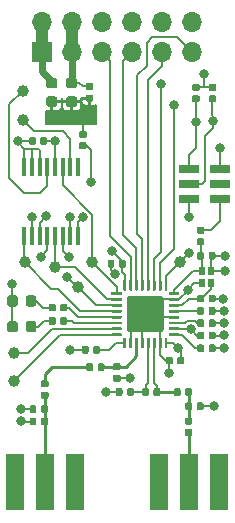
<source format=gbr>
G04 #@! TF.GenerationSoftware,KiCad,Pcbnew,5.1.5-52549c5~84~ubuntu18.04.1*
G04 #@! TF.CreationDate,2020-01-04T20:43:16+00:00*
G04 #@! TF.ProjectId,SX1257_pmod,53583132-3537-45f7-906d-6f642e6b6963,rev?*
G04 #@! TF.SameCoordinates,Original*
G04 #@! TF.FileFunction,Copper,L1,Top*
G04 #@! TF.FilePolarity,Positive*
%FSLAX46Y46*%
G04 Gerber Fmt 4.6, Leading zero omitted, Abs format (unit mm)*
G04 Created by KiCad (PCBNEW 5.1.5-52549c5~84~ubuntu18.04.1) date 2020-01-04 20:43:16*
%MOMM*%
%LPD*%
G04 APERTURE LIST*
%ADD10R,1.700000X0.800000*%
%ADD11C,0.100000*%
%ADD12R,0.580000X0.730000*%
%ADD13R,1.524000X4.800000*%
%ADD14C,1.000000*%
%ADD15O,1.700000X1.700000*%
%ADD16R,1.700000X1.700000*%
%ADD17C,0.500000*%
%ADD18R,0.450000X1.500000*%
%ADD19C,0.800000*%
%ADD20C,1.000000*%
%ADD21C,0.203200*%
%ADD22C,0.342900*%
%ADD23C,0.600000*%
%ADD24C,0.293370*%
%ADD25C,0.200000*%
G04 APERTURE END LIST*
D10*
X133200000Y-39130000D03*
X133200000Y-40400000D03*
X133200000Y-41670000D03*
X130600000Y-41670000D03*
X130600000Y-40400000D03*
X130600000Y-39130000D03*
G04 #@! TA.AperFunction,SMDPad,CuDef*
D11*
G36*
X121786958Y-36840710D02*
G01*
X121801276Y-36842834D01*
X121815317Y-36846351D01*
X121828946Y-36851228D01*
X121842031Y-36857417D01*
X121854447Y-36864858D01*
X121866073Y-36873481D01*
X121876798Y-36883202D01*
X121886519Y-36893927D01*
X121895142Y-36905553D01*
X121902583Y-36917969D01*
X121908772Y-36931054D01*
X121913649Y-36944683D01*
X121917166Y-36958724D01*
X121919290Y-36973042D01*
X121920000Y-36987500D01*
X121920000Y-37282500D01*
X121919290Y-37296958D01*
X121917166Y-37311276D01*
X121913649Y-37325317D01*
X121908772Y-37338946D01*
X121902583Y-37352031D01*
X121895142Y-37364447D01*
X121886519Y-37376073D01*
X121876798Y-37386798D01*
X121866073Y-37396519D01*
X121854447Y-37405142D01*
X121842031Y-37412583D01*
X121828946Y-37418772D01*
X121815317Y-37423649D01*
X121801276Y-37427166D01*
X121786958Y-37429290D01*
X121772500Y-37430000D01*
X121427500Y-37430000D01*
X121413042Y-37429290D01*
X121398724Y-37427166D01*
X121384683Y-37423649D01*
X121371054Y-37418772D01*
X121357969Y-37412583D01*
X121345553Y-37405142D01*
X121333927Y-37396519D01*
X121323202Y-37386798D01*
X121313481Y-37376073D01*
X121304858Y-37364447D01*
X121297417Y-37352031D01*
X121291228Y-37338946D01*
X121286351Y-37325317D01*
X121282834Y-37311276D01*
X121280710Y-37296958D01*
X121280000Y-37282500D01*
X121280000Y-36987500D01*
X121280710Y-36973042D01*
X121282834Y-36958724D01*
X121286351Y-36944683D01*
X121291228Y-36931054D01*
X121297417Y-36917969D01*
X121304858Y-36905553D01*
X121313481Y-36893927D01*
X121323202Y-36883202D01*
X121333927Y-36873481D01*
X121345553Y-36864858D01*
X121357969Y-36857417D01*
X121371054Y-36851228D01*
X121384683Y-36846351D01*
X121398724Y-36842834D01*
X121413042Y-36840710D01*
X121427500Y-36840000D01*
X121772500Y-36840000D01*
X121786958Y-36840710D01*
G37*
G04 #@! TD.AperFunction*
G04 #@! TA.AperFunction,SMDPad,CuDef*
G36*
X121786958Y-35870710D02*
G01*
X121801276Y-35872834D01*
X121815317Y-35876351D01*
X121828946Y-35881228D01*
X121842031Y-35887417D01*
X121854447Y-35894858D01*
X121866073Y-35903481D01*
X121876798Y-35913202D01*
X121886519Y-35923927D01*
X121895142Y-35935553D01*
X121902583Y-35947969D01*
X121908772Y-35961054D01*
X121913649Y-35974683D01*
X121917166Y-35988724D01*
X121919290Y-36003042D01*
X121920000Y-36017500D01*
X121920000Y-36312500D01*
X121919290Y-36326958D01*
X121917166Y-36341276D01*
X121913649Y-36355317D01*
X121908772Y-36368946D01*
X121902583Y-36382031D01*
X121895142Y-36394447D01*
X121886519Y-36406073D01*
X121876798Y-36416798D01*
X121866073Y-36426519D01*
X121854447Y-36435142D01*
X121842031Y-36442583D01*
X121828946Y-36448772D01*
X121815317Y-36453649D01*
X121801276Y-36457166D01*
X121786958Y-36459290D01*
X121772500Y-36460000D01*
X121427500Y-36460000D01*
X121413042Y-36459290D01*
X121398724Y-36457166D01*
X121384683Y-36453649D01*
X121371054Y-36448772D01*
X121357969Y-36442583D01*
X121345553Y-36435142D01*
X121333927Y-36426519D01*
X121323202Y-36416798D01*
X121313481Y-36406073D01*
X121304858Y-36394447D01*
X121297417Y-36382031D01*
X121291228Y-36368946D01*
X121286351Y-36355317D01*
X121282834Y-36341276D01*
X121280710Y-36326958D01*
X121280000Y-36312500D01*
X121280000Y-36017500D01*
X121280710Y-36003042D01*
X121282834Y-35988724D01*
X121286351Y-35974683D01*
X121291228Y-35961054D01*
X121297417Y-35947969D01*
X121304858Y-35935553D01*
X121313481Y-35923927D01*
X121323202Y-35913202D01*
X121333927Y-35903481D01*
X121345553Y-35894858D01*
X121357969Y-35887417D01*
X121371054Y-35881228D01*
X121384683Y-35876351D01*
X121398724Y-35872834D01*
X121413042Y-35870710D01*
X121427500Y-35870000D01*
X121772500Y-35870000D01*
X121786958Y-35870710D01*
G37*
G04 #@! TD.AperFunction*
G04 #@! TA.AperFunction,SMDPad,CuDef*
G36*
X120136958Y-51640710D02*
G01*
X120151276Y-51642834D01*
X120165317Y-51646351D01*
X120178946Y-51651228D01*
X120192031Y-51657417D01*
X120204447Y-51664858D01*
X120216073Y-51673481D01*
X120226798Y-51683202D01*
X120236519Y-51693927D01*
X120245142Y-51705553D01*
X120252583Y-51717969D01*
X120258772Y-51731054D01*
X120263649Y-51744683D01*
X120267166Y-51758724D01*
X120269290Y-51773042D01*
X120270000Y-51787500D01*
X120270000Y-52132500D01*
X120269290Y-52146958D01*
X120267166Y-52161276D01*
X120263649Y-52175317D01*
X120258772Y-52188946D01*
X120252583Y-52202031D01*
X120245142Y-52214447D01*
X120236519Y-52226073D01*
X120226798Y-52236798D01*
X120216073Y-52246519D01*
X120204447Y-52255142D01*
X120192031Y-52262583D01*
X120178946Y-52268772D01*
X120165317Y-52273649D01*
X120151276Y-52277166D01*
X120136958Y-52279290D01*
X120122500Y-52280000D01*
X119827500Y-52280000D01*
X119813042Y-52279290D01*
X119798724Y-52277166D01*
X119784683Y-52273649D01*
X119771054Y-52268772D01*
X119757969Y-52262583D01*
X119745553Y-52255142D01*
X119733927Y-52246519D01*
X119723202Y-52236798D01*
X119713481Y-52226073D01*
X119704858Y-52214447D01*
X119697417Y-52202031D01*
X119691228Y-52188946D01*
X119686351Y-52175317D01*
X119682834Y-52161276D01*
X119680710Y-52146958D01*
X119680000Y-52132500D01*
X119680000Y-51787500D01*
X119680710Y-51773042D01*
X119682834Y-51758724D01*
X119686351Y-51744683D01*
X119691228Y-51731054D01*
X119697417Y-51717969D01*
X119704858Y-51705553D01*
X119713481Y-51693927D01*
X119723202Y-51683202D01*
X119733927Y-51673481D01*
X119745553Y-51664858D01*
X119757969Y-51657417D01*
X119771054Y-51651228D01*
X119784683Y-51646351D01*
X119798724Y-51642834D01*
X119813042Y-51640710D01*
X119827500Y-51640000D01*
X120122500Y-51640000D01*
X120136958Y-51640710D01*
G37*
G04 #@! TD.AperFunction*
G04 #@! TA.AperFunction,SMDPad,CuDef*
G36*
X119166958Y-51640710D02*
G01*
X119181276Y-51642834D01*
X119195317Y-51646351D01*
X119208946Y-51651228D01*
X119222031Y-51657417D01*
X119234447Y-51664858D01*
X119246073Y-51673481D01*
X119256798Y-51683202D01*
X119266519Y-51693927D01*
X119275142Y-51705553D01*
X119282583Y-51717969D01*
X119288772Y-51731054D01*
X119293649Y-51744683D01*
X119297166Y-51758724D01*
X119299290Y-51773042D01*
X119300000Y-51787500D01*
X119300000Y-52132500D01*
X119299290Y-52146958D01*
X119297166Y-52161276D01*
X119293649Y-52175317D01*
X119288772Y-52188946D01*
X119282583Y-52202031D01*
X119275142Y-52214447D01*
X119266519Y-52226073D01*
X119256798Y-52236798D01*
X119246073Y-52246519D01*
X119234447Y-52255142D01*
X119222031Y-52262583D01*
X119208946Y-52268772D01*
X119195317Y-52273649D01*
X119181276Y-52277166D01*
X119166958Y-52279290D01*
X119152500Y-52280000D01*
X118857500Y-52280000D01*
X118843042Y-52279290D01*
X118828724Y-52277166D01*
X118814683Y-52273649D01*
X118801054Y-52268772D01*
X118787969Y-52262583D01*
X118775553Y-52255142D01*
X118763927Y-52246519D01*
X118753202Y-52236798D01*
X118743481Y-52226073D01*
X118734858Y-52214447D01*
X118727417Y-52202031D01*
X118721228Y-52188946D01*
X118716351Y-52175317D01*
X118712834Y-52161276D01*
X118710710Y-52146958D01*
X118710000Y-52132500D01*
X118710000Y-51787500D01*
X118710710Y-51773042D01*
X118712834Y-51758724D01*
X118716351Y-51744683D01*
X118721228Y-51731054D01*
X118727417Y-51717969D01*
X118734858Y-51705553D01*
X118743481Y-51693927D01*
X118753202Y-51683202D01*
X118763927Y-51673481D01*
X118775553Y-51664858D01*
X118787969Y-51657417D01*
X118801054Y-51651228D01*
X118814683Y-51646351D01*
X118828724Y-51642834D01*
X118843042Y-51640710D01*
X118857500Y-51640000D01*
X119152500Y-51640000D01*
X119166958Y-51640710D01*
G37*
G04 #@! TD.AperFunction*
G04 #@! TA.AperFunction,SMDPad,CuDef*
G36*
X120136958Y-50520710D02*
G01*
X120151276Y-50522834D01*
X120165317Y-50526351D01*
X120178946Y-50531228D01*
X120192031Y-50537417D01*
X120204447Y-50544858D01*
X120216073Y-50553481D01*
X120226798Y-50563202D01*
X120236519Y-50573927D01*
X120245142Y-50585553D01*
X120252583Y-50597969D01*
X120258772Y-50611054D01*
X120263649Y-50624683D01*
X120267166Y-50638724D01*
X120269290Y-50653042D01*
X120270000Y-50667500D01*
X120270000Y-51012500D01*
X120269290Y-51026958D01*
X120267166Y-51041276D01*
X120263649Y-51055317D01*
X120258772Y-51068946D01*
X120252583Y-51082031D01*
X120245142Y-51094447D01*
X120236519Y-51106073D01*
X120226798Y-51116798D01*
X120216073Y-51126519D01*
X120204447Y-51135142D01*
X120192031Y-51142583D01*
X120178946Y-51148772D01*
X120165317Y-51153649D01*
X120151276Y-51157166D01*
X120136958Y-51159290D01*
X120122500Y-51160000D01*
X119827500Y-51160000D01*
X119813042Y-51159290D01*
X119798724Y-51157166D01*
X119784683Y-51153649D01*
X119771054Y-51148772D01*
X119757969Y-51142583D01*
X119745553Y-51135142D01*
X119733927Y-51126519D01*
X119723202Y-51116798D01*
X119713481Y-51106073D01*
X119704858Y-51094447D01*
X119697417Y-51082031D01*
X119691228Y-51068946D01*
X119686351Y-51055317D01*
X119682834Y-51041276D01*
X119680710Y-51026958D01*
X119680000Y-51012500D01*
X119680000Y-50667500D01*
X119680710Y-50653042D01*
X119682834Y-50638724D01*
X119686351Y-50624683D01*
X119691228Y-50611054D01*
X119697417Y-50597969D01*
X119704858Y-50585553D01*
X119713481Y-50573927D01*
X119723202Y-50563202D01*
X119733927Y-50553481D01*
X119745553Y-50544858D01*
X119757969Y-50537417D01*
X119771054Y-50531228D01*
X119784683Y-50526351D01*
X119798724Y-50522834D01*
X119813042Y-50520710D01*
X119827500Y-50520000D01*
X120122500Y-50520000D01*
X120136958Y-50520710D01*
G37*
G04 #@! TD.AperFunction*
G04 #@! TA.AperFunction,SMDPad,CuDef*
G36*
X119166958Y-50520710D02*
G01*
X119181276Y-50522834D01*
X119195317Y-50526351D01*
X119208946Y-50531228D01*
X119222031Y-50537417D01*
X119234447Y-50544858D01*
X119246073Y-50553481D01*
X119256798Y-50563202D01*
X119266519Y-50573927D01*
X119275142Y-50585553D01*
X119282583Y-50597969D01*
X119288772Y-50611054D01*
X119293649Y-50624683D01*
X119297166Y-50638724D01*
X119299290Y-50653042D01*
X119300000Y-50667500D01*
X119300000Y-51012500D01*
X119299290Y-51026958D01*
X119297166Y-51041276D01*
X119293649Y-51055317D01*
X119288772Y-51068946D01*
X119282583Y-51082031D01*
X119275142Y-51094447D01*
X119266519Y-51106073D01*
X119256798Y-51116798D01*
X119246073Y-51126519D01*
X119234447Y-51135142D01*
X119222031Y-51142583D01*
X119208946Y-51148772D01*
X119195317Y-51153649D01*
X119181276Y-51157166D01*
X119166958Y-51159290D01*
X119152500Y-51160000D01*
X118857500Y-51160000D01*
X118843042Y-51159290D01*
X118828724Y-51157166D01*
X118814683Y-51153649D01*
X118801054Y-51148772D01*
X118787969Y-51142583D01*
X118775553Y-51135142D01*
X118763927Y-51126519D01*
X118753202Y-51116798D01*
X118743481Y-51106073D01*
X118734858Y-51094447D01*
X118727417Y-51082031D01*
X118721228Y-51068946D01*
X118716351Y-51055317D01*
X118712834Y-51041276D01*
X118710710Y-51026958D01*
X118710000Y-51012500D01*
X118710000Y-50667500D01*
X118710710Y-50653042D01*
X118712834Y-50638724D01*
X118716351Y-50624683D01*
X118721228Y-50611054D01*
X118727417Y-50597969D01*
X118734858Y-50585553D01*
X118743481Y-50573927D01*
X118753202Y-50563202D01*
X118763927Y-50553481D01*
X118775553Y-50544858D01*
X118787969Y-50537417D01*
X118801054Y-50531228D01*
X118814683Y-50526351D01*
X118828724Y-50522834D01*
X118843042Y-50520710D01*
X118857500Y-50520000D01*
X119152500Y-50520000D01*
X119166958Y-50520710D01*
G37*
G04 #@! TD.AperFunction*
G04 #@! TA.AperFunction,SMDPad,CuDef*
G36*
X131356958Y-32865710D02*
G01*
X131371276Y-32867834D01*
X131385317Y-32871351D01*
X131398946Y-32876228D01*
X131412031Y-32882417D01*
X131424447Y-32889858D01*
X131436073Y-32898481D01*
X131446798Y-32908202D01*
X131456519Y-32918927D01*
X131465142Y-32930553D01*
X131472583Y-32942969D01*
X131478772Y-32956054D01*
X131483649Y-32969683D01*
X131487166Y-32983724D01*
X131489290Y-32998042D01*
X131490000Y-33012500D01*
X131490000Y-33307500D01*
X131489290Y-33321958D01*
X131487166Y-33336276D01*
X131483649Y-33350317D01*
X131478772Y-33363946D01*
X131472583Y-33377031D01*
X131465142Y-33389447D01*
X131456519Y-33401073D01*
X131446798Y-33411798D01*
X131436073Y-33421519D01*
X131424447Y-33430142D01*
X131412031Y-33437583D01*
X131398946Y-33443772D01*
X131385317Y-33448649D01*
X131371276Y-33452166D01*
X131356958Y-33454290D01*
X131342500Y-33455000D01*
X130997500Y-33455000D01*
X130983042Y-33454290D01*
X130968724Y-33452166D01*
X130954683Y-33448649D01*
X130941054Y-33443772D01*
X130927969Y-33437583D01*
X130915553Y-33430142D01*
X130903927Y-33421519D01*
X130893202Y-33411798D01*
X130883481Y-33401073D01*
X130874858Y-33389447D01*
X130867417Y-33377031D01*
X130861228Y-33363946D01*
X130856351Y-33350317D01*
X130852834Y-33336276D01*
X130850710Y-33321958D01*
X130850000Y-33307500D01*
X130850000Y-33012500D01*
X130850710Y-32998042D01*
X130852834Y-32983724D01*
X130856351Y-32969683D01*
X130861228Y-32956054D01*
X130867417Y-32942969D01*
X130874858Y-32930553D01*
X130883481Y-32918927D01*
X130893202Y-32908202D01*
X130903927Y-32898481D01*
X130915553Y-32889858D01*
X130927969Y-32882417D01*
X130941054Y-32876228D01*
X130954683Y-32871351D01*
X130968724Y-32867834D01*
X130983042Y-32865710D01*
X130997500Y-32865000D01*
X131342500Y-32865000D01*
X131356958Y-32865710D01*
G37*
G04 #@! TD.AperFunction*
G04 #@! TA.AperFunction,SMDPad,CuDef*
G36*
X131356958Y-31895710D02*
G01*
X131371276Y-31897834D01*
X131385317Y-31901351D01*
X131398946Y-31906228D01*
X131412031Y-31912417D01*
X131424447Y-31919858D01*
X131436073Y-31928481D01*
X131446798Y-31938202D01*
X131456519Y-31948927D01*
X131465142Y-31960553D01*
X131472583Y-31972969D01*
X131478772Y-31986054D01*
X131483649Y-31999683D01*
X131487166Y-32013724D01*
X131489290Y-32028042D01*
X131490000Y-32042500D01*
X131490000Y-32337500D01*
X131489290Y-32351958D01*
X131487166Y-32366276D01*
X131483649Y-32380317D01*
X131478772Y-32393946D01*
X131472583Y-32407031D01*
X131465142Y-32419447D01*
X131456519Y-32431073D01*
X131446798Y-32441798D01*
X131436073Y-32451519D01*
X131424447Y-32460142D01*
X131412031Y-32467583D01*
X131398946Y-32473772D01*
X131385317Y-32478649D01*
X131371276Y-32482166D01*
X131356958Y-32484290D01*
X131342500Y-32485000D01*
X130997500Y-32485000D01*
X130983042Y-32484290D01*
X130968724Y-32482166D01*
X130954683Y-32478649D01*
X130941054Y-32473772D01*
X130927969Y-32467583D01*
X130915553Y-32460142D01*
X130903927Y-32451519D01*
X130893202Y-32441798D01*
X130883481Y-32431073D01*
X130874858Y-32419447D01*
X130867417Y-32407031D01*
X130861228Y-32393946D01*
X130856351Y-32380317D01*
X130852834Y-32366276D01*
X130850710Y-32351958D01*
X130850000Y-32337500D01*
X130850000Y-32042500D01*
X130850710Y-32028042D01*
X130852834Y-32013724D01*
X130856351Y-31999683D01*
X130861228Y-31986054D01*
X130867417Y-31972969D01*
X130874858Y-31960553D01*
X130883481Y-31948927D01*
X130893202Y-31938202D01*
X130903927Y-31928481D01*
X130915553Y-31919858D01*
X130927969Y-31912417D01*
X130941054Y-31906228D01*
X130954683Y-31901351D01*
X130968724Y-31897834D01*
X130983042Y-31895710D01*
X130997500Y-31895000D01*
X131342500Y-31895000D01*
X131356958Y-31895710D01*
G37*
G04 #@! TD.AperFunction*
G04 #@! TA.AperFunction,SMDPad,CuDef*
G36*
X132761958Y-32865710D02*
G01*
X132776276Y-32867834D01*
X132790317Y-32871351D01*
X132803946Y-32876228D01*
X132817031Y-32882417D01*
X132829447Y-32889858D01*
X132841073Y-32898481D01*
X132851798Y-32908202D01*
X132861519Y-32918927D01*
X132870142Y-32930553D01*
X132877583Y-32942969D01*
X132883772Y-32956054D01*
X132888649Y-32969683D01*
X132892166Y-32983724D01*
X132894290Y-32998042D01*
X132895000Y-33012500D01*
X132895000Y-33307500D01*
X132894290Y-33321958D01*
X132892166Y-33336276D01*
X132888649Y-33350317D01*
X132883772Y-33363946D01*
X132877583Y-33377031D01*
X132870142Y-33389447D01*
X132861519Y-33401073D01*
X132851798Y-33411798D01*
X132841073Y-33421519D01*
X132829447Y-33430142D01*
X132817031Y-33437583D01*
X132803946Y-33443772D01*
X132790317Y-33448649D01*
X132776276Y-33452166D01*
X132761958Y-33454290D01*
X132747500Y-33455000D01*
X132402500Y-33455000D01*
X132388042Y-33454290D01*
X132373724Y-33452166D01*
X132359683Y-33448649D01*
X132346054Y-33443772D01*
X132332969Y-33437583D01*
X132320553Y-33430142D01*
X132308927Y-33421519D01*
X132298202Y-33411798D01*
X132288481Y-33401073D01*
X132279858Y-33389447D01*
X132272417Y-33377031D01*
X132266228Y-33363946D01*
X132261351Y-33350317D01*
X132257834Y-33336276D01*
X132255710Y-33321958D01*
X132255000Y-33307500D01*
X132255000Y-33012500D01*
X132255710Y-32998042D01*
X132257834Y-32983724D01*
X132261351Y-32969683D01*
X132266228Y-32956054D01*
X132272417Y-32942969D01*
X132279858Y-32930553D01*
X132288481Y-32918927D01*
X132298202Y-32908202D01*
X132308927Y-32898481D01*
X132320553Y-32889858D01*
X132332969Y-32882417D01*
X132346054Y-32876228D01*
X132359683Y-32871351D01*
X132373724Y-32867834D01*
X132388042Y-32865710D01*
X132402500Y-32865000D01*
X132747500Y-32865000D01*
X132761958Y-32865710D01*
G37*
G04 #@! TD.AperFunction*
G04 #@! TA.AperFunction,SMDPad,CuDef*
G36*
X132761958Y-31895710D02*
G01*
X132776276Y-31897834D01*
X132790317Y-31901351D01*
X132803946Y-31906228D01*
X132817031Y-31912417D01*
X132829447Y-31919858D01*
X132841073Y-31928481D01*
X132851798Y-31938202D01*
X132861519Y-31948927D01*
X132870142Y-31960553D01*
X132877583Y-31972969D01*
X132883772Y-31986054D01*
X132888649Y-31999683D01*
X132892166Y-32013724D01*
X132894290Y-32028042D01*
X132895000Y-32042500D01*
X132895000Y-32337500D01*
X132894290Y-32351958D01*
X132892166Y-32366276D01*
X132888649Y-32380317D01*
X132883772Y-32393946D01*
X132877583Y-32407031D01*
X132870142Y-32419447D01*
X132861519Y-32431073D01*
X132851798Y-32441798D01*
X132841073Y-32451519D01*
X132829447Y-32460142D01*
X132817031Y-32467583D01*
X132803946Y-32473772D01*
X132790317Y-32478649D01*
X132776276Y-32482166D01*
X132761958Y-32484290D01*
X132747500Y-32485000D01*
X132402500Y-32485000D01*
X132388042Y-32484290D01*
X132373724Y-32482166D01*
X132359683Y-32478649D01*
X132346054Y-32473772D01*
X132332969Y-32467583D01*
X132320553Y-32460142D01*
X132308927Y-32451519D01*
X132298202Y-32441798D01*
X132288481Y-32431073D01*
X132279858Y-32419447D01*
X132272417Y-32407031D01*
X132266228Y-32393946D01*
X132261351Y-32380317D01*
X132257834Y-32366276D01*
X132255710Y-32351958D01*
X132255000Y-32337500D01*
X132255000Y-32042500D01*
X132255710Y-32028042D01*
X132257834Y-32013724D01*
X132261351Y-31999683D01*
X132266228Y-31986054D01*
X132272417Y-31972969D01*
X132279858Y-31960553D01*
X132288481Y-31948927D01*
X132298202Y-31938202D01*
X132308927Y-31928481D01*
X132320553Y-31919858D01*
X132332969Y-31912417D01*
X132346054Y-31906228D01*
X132359683Y-31901351D01*
X132373724Y-31897834D01*
X132388042Y-31895710D01*
X132402500Y-31895000D01*
X132747500Y-31895000D01*
X132761958Y-31895710D01*
G37*
G04 #@! TD.AperFunction*
G04 #@! TA.AperFunction,SMDPad,CuDef*
G36*
X131761958Y-44965710D02*
G01*
X131776276Y-44967834D01*
X131790317Y-44971351D01*
X131803946Y-44976228D01*
X131817031Y-44982417D01*
X131829447Y-44989858D01*
X131841073Y-44998481D01*
X131851798Y-45008202D01*
X131861519Y-45018927D01*
X131870142Y-45030553D01*
X131877583Y-45042969D01*
X131883772Y-45056054D01*
X131888649Y-45069683D01*
X131892166Y-45083724D01*
X131894290Y-45098042D01*
X131895000Y-45112500D01*
X131895000Y-45407500D01*
X131894290Y-45421958D01*
X131892166Y-45436276D01*
X131888649Y-45450317D01*
X131883772Y-45463946D01*
X131877583Y-45477031D01*
X131870142Y-45489447D01*
X131861519Y-45501073D01*
X131851798Y-45511798D01*
X131841073Y-45521519D01*
X131829447Y-45530142D01*
X131817031Y-45537583D01*
X131803946Y-45543772D01*
X131790317Y-45548649D01*
X131776276Y-45552166D01*
X131761958Y-45554290D01*
X131747500Y-45555000D01*
X131402500Y-45555000D01*
X131388042Y-45554290D01*
X131373724Y-45552166D01*
X131359683Y-45548649D01*
X131346054Y-45543772D01*
X131332969Y-45537583D01*
X131320553Y-45530142D01*
X131308927Y-45521519D01*
X131298202Y-45511798D01*
X131288481Y-45501073D01*
X131279858Y-45489447D01*
X131272417Y-45477031D01*
X131266228Y-45463946D01*
X131261351Y-45450317D01*
X131257834Y-45436276D01*
X131255710Y-45421958D01*
X131255000Y-45407500D01*
X131255000Y-45112500D01*
X131255710Y-45098042D01*
X131257834Y-45083724D01*
X131261351Y-45069683D01*
X131266228Y-45056054D01*
X131272417Y-45042969D01*
X131279858Y-45030553D01*
X131288481Y-45018927D01*
X131298202Y-45008202D01*
X131308927Y-44998481D01*
X131320553Y-44989858D01*
X131332969Y-44982417D01*
X131346054Y-44976228D01*
X131359683Y-44971351D01*
X131373724Y-44967834D01*
X131388042Y-44965710D01*
X131402500Y-44965000D01*
X131747500Y-44965000D01*
X131761958Y-44965710D01*
G37*
G04 #@! TD.AperFunction*
G04 #@! TA.AperFunction,SMDPad,CuDef*
G36*
X131761958Y-43995710D02*
G01*
X131776276Y-43997834D01*
X131790317Y-44001351D01*
X131803946Y-44006228D01*
X131817031Y-44012417D01*
X131829447Y-44019858D01*
X131841073Y-44028481D01*
X131851798Y-44038202D01*
X131861519Y-44048927D01*
X131870142Y-44060553D01*
X131877583Y-44072969D01*
X131883772Y-44086054D01*
X131888649Y-44099683D01*
X131892166Y-44113724D01*
X131894290Y-44128042D01*
X131895000Y-44142500D01*
X131895000Y-44437500D01*
X131894290Y-44451958D01*
X131892166Y-44466276D01*
X131888649Y-44480317D01*
X131883772Y-44493946D01*
X131877583Y-44507031D01*
X131870142Y-44519447D01*
X131861519Y-44531073D01*
X131851798Y-44541798D01*
X131841073Y-44551519D01*
X131829447Y-44560142D01*
X131817031Y-44567583D01*
X131803946Y-44573772D01*
X131790317Y-44578649D01*
X131776276Y-44582166D01*
X131761958Y-44584290D01*
X131747500Y-44585000D01*
X131402500Y-44585000D01*
X131388042Y-44584290D01*
X131373724Y-44582166D01*
X131359683Y-44578649D01*
X131346054Y-44573772D01*
X131332969Y-44567583D01*
X131320553Y-44560142D01*
X131308927Y-44551519D01*
X131298202Y-44541798D01*
X131288481Y-44531073D01*
X131279858Y-44519447D01*
X131272417Y-44507031D01*
X131266228Y-44493946D01*
X131261351Y-44480317D01*
X131257834Y-44466276D01*
X131255710Y-44451958D01*
X131255000Y-44437500D01*
X131255000Y-44142500D01*
X131255710Y-44128042D01*
X131257834Y-44113724D01*
X131261351Y-44099683D01*
X131266228Y-44086054D01*
X131272417Y-44072969D01*
X131279858Y-44060553D01*
X131288481Y-44048927D01*
X131298202Y-44038202D01*
X131308927Y-44028481D01*
X131320553Y-44019858D01*
X131332969Y-44012417D01*
X131346054Y-44006228D01*
X131359683Y-44001351D01*
X131373724Y-43997834D01*
X131388042Y-43995710D01*
X131402500Y-43995000D01*
X131747500Y-43995000D01*
X131761958Y-43995710D01*
G37*
G04 #@! TD.AperFunction*
G04 #@! TA.AperFunction,SMDPad,CuDef*
G36*
X124146958Y-46800710D02*
G01*
X124161276Y-46802834D01*
X124175317Y-46806351D01*
X124188946Y-46811228D01*
X124202031Y-46817417D01*
X124214447Y-46824858D01*
X124226073Y-46833481D01*
X124236798Y-46843202D01*
X124246519Y-46853927D01*
X124255142Y-46865553D01*
X124262583Y-46877969D01*
X124268772Y-46891054D01*
X124273649Y-46904683D01*
X124277166Y-46918724D01*
X124279290Y-46933042D01*
X124280000Y-46947500D01*
X124280000Y-47292500D01*
X124279290Y-47306958D01*
X124277166Y-47321276D01*
X124273649Y-47335317D01*
X124268772Y-47348946D01*
X124262583Y-47362031D01*
X124255142Y-47374447D01*
X124246519Y-47386073D01*
X124236798Y-47396798D01*
X124226073Y-47406519D01*
X124214447Y-47415142D01*
X124202031Y-47422583D01*
X124188946Y-47428772D01*
X124175317Y-47433649D01*
X124161276Y-47437166D01*
X124146958Y-47439290D01*
X124132500Y-47440000D01*
X123837500Y-47440000D01*
X123823042Y-47439290D01*
X123808724Y-47437166D01*
X123794683Y-47433649D01*
X123781054Y-47428772D01*
X123767969Y-47422583D01*
X123755553Y-47415142D01*
X123743927Y-47406519D01*
X123733202Y-47396798D01*
X123723481Y-47386073D01*
X123714858Y-47374447D01*
X123707417Y-47362031D01*
X123701228Y-47348946D01*
X123696351Y-47335317D01*
X123692834Y-47321276D01*
X123690710Y-47306958D01*
X123690000Y-47292500D01*
X123690000Y-46947500D01*
X123690710Y-46933042D01*
X123692834Y-46918724D01*
X123696351Y-46904683D01*
X123701228Y-46891054D01*
X123707417Y-46877969D01*
X123714858Y-46865553D01*
X123723481Y-46853927D01*
X123733202Y-46843202D01*
X123743927Y-46833481D01*
X123755553Y-46824858D01*
X123767969Y-46817417D01*
X123781054Y-46811228D01*
X123794683Y-46806351D01*
X123808724Y-46802834D01*
X123823042Y-46800710D01*
X123837500Y-46800000D01*
X124132500Y-46800000D01*
X124146958Y-46800710D01*
G37*
G04 #@! TD.AperFunction*
G04 #@! TA.AperFunction,SMDPad,CuDef*
G36*
X125116958Y-46800710D02*
G01*
X125131276Y-46802834D01*
X125145317Y-46806351D01*
X125158946Y-46811228D01*
X125172031Y-46817417D01*
X125184447Y-46824858D01*
X125196073Y-46833481D01*
X125206798Y-46843202D01*
X125216519Y-46853927D01*
X125225142Y-46865553D01*
X125232583Y-46877969D01*
X125238772Y-46891054D01*
X125243649Y-46904683D01*
X125247166Y-46918724D01*
X125249290Y-46933042D01*
X125250000Y-46947500D01*
X125250000Y-47292500D01*
X125249290Y-47306958D01*
X125247166Y-47321276D01*
X125243649Y-47335317D01*
X125238772Y-47348946D01*
X125232583Y-47362031D01*
X125225142Y-47374447D01*
X125216519Y-47386073D01*
X125206798Y-47396798D01*
X125196073Y-47406519D01*
X125184447Y-47415142D01*
X125172031Y-47422583D01*
X125158946Y-47428772D01*
X125145317Y-47433649D01*
X125131276Y-47437166D01*
X125116958Y-47439290D01*
X125102500Y-47440000D01*
X124807500Y-47440000D01*
X124793042Y-47439290D01*
X124778724Y-47437166D01*
X124764683Y-47433649D01*
X124751054Y-47428772D01*
X124737969Y-47422583D01*
X124725553Y-47415142D01*
X124713927Y-47406519D01*
X124703202Y-47396798D01*
X124693481Y-47386073D01*
X124684858Y-47374447D01*
X124677417Y-47362031D01*
X124671228Y-47348946D01*
X124666351Y-47335317D01*
X124662834Y-47321276D01*
X124660710Y-47306958D01*
X124660000Y-47292500D01*
X124660000Y-46947500D01*
X124660710Y-46933042D01*
X124662834Y-46918724D01*
X124666351Y-46904683D01*
X124671228Y-46891054D01*
X124677417Y-46877969D01*
X124684858Y-46865553D01*
X124693481Y-46853927D01*
X124703202Y-46843202D01*
X124713927Y-46833481D01*
X124725553Y-46824858D01*
X124737969Y-46817417D01*
X124751054Y-46811228D01*
X124764683Y-46806351D01*
X124778724Y-46802834D01*
X124793042Y-46800710D01*
X124807500Y-46800000D01*
X125102500Y-46800000D01*
X125116958Y-46800710D01*
G37*
G04 #@! TD.AperFunction*
G04 #@! TA.AperFunction,SMDPad,CuDef*
G36*
X117460191Y-51976053D02*
G01*
X117481426Y-51979203D01*
X117502250Y-51984419D01*
X117522462Y-51991651D01*
X117541868Y-52000830D01*
X117560281Y-52011866D01*
X117577524Y-52024654D01*
X117593430Y-52039070D01*
X117607846Y-52054976D01*
X117620634Y-52072219D01*
X117631670Y-52090632D01*
X117640849Y-52110038D01*
X117648081Y-52130250D01*
X117653297Y-52151074D01*
X117656447Y-52172309D01*
X117657500Y-52193750D01*
X117657500Y-52706250D01*
X117656447Y-52727691D01*
X117653297Y-52748926D01*
X117648081Y-52769750D01*
X117640849Y-52789962D01*
X117631670Y-52809368D01*
X117620634Y-52827781D01*
X117607846Y-52845024D01*
X117593430Y-52860930D01*
X117577524Y-52875346D01*
X117560281Y-52888134D01*
X117541868Y-52899170D01*
X117522462Y-52908349D01*
X117502250Y-52915581D01*
X117481426Y-52920797D01*
X117460191Y-52923947D01*
X117438750Y-52925000D01*
X117001250Y-52925000D01*
X116979809Y-52923947D01*
X116958574Y-52920797D01*
X116937750Y-52915581D01*
X116917538Y-52908349D01*
X116898132Y-52899170D01*
X116879719Y-52888134D01*
X116862476Y-52875346D01*
X116846570Y-52860930D01*
X116832154Y-52845024D01*
X116819366Y-52827781D01*
X116808330Y-52809368D01*
X116799151Y-52789962D01*
X116791919Y-52769750D01*
X116786703Y-52748926D01*
X116783553Y-52727691D01*
X116782500Y-52706250D01*
X116782500Y-52193750D01*
X116783553Y-52172309D01*
X116786703Y-52151074D01*
X116791919Y-52130250D01*
X116799151Y-52110038D01*
X116808330Y-52090632D01*
X116819366Y-52072219D01*
X116832154Y-52054976D01*
X116846570Y-52039070D01*
X116862476Y-52024654D01*
X116879719Y-52011866D01*
X116898132Y-52000830D01*
X116917538Y-51991651D01*
X116937750Y-51984419D01*
X116958574Y-51979203D01*
X116979809Y-51976053D01*
X117001250Y-51975000D01*
X117438750Y-51975000D01*
X117460191Y-51976053D01*
G37*
G04 #@! TD.AperFunction*
G04 #@! TA.AperFunction,SMDPad,CuDef*
G36*
X115885191Y-51976053D02*
G01*
X115906426Y-51979203D01*
X115927250Y-51984419D01*
X115947462Y-51991651D01*
X115966868Y-52000830D01*
X115985281Y-52011866D01*
X116002524Y-52024654D01*
X116018430Y-52039070D01*
X116032846Y-52054976D01*
X116045634Y-52072219D01*
X116056670Y-52090632D01*
X116065849Y-52110038D01*
X116073081Y-52130250D01*
X116078297Y-52151074D01*
X116081447Y-52172309D01*
X116082500Y-52193750D01*
X116082500Y-52706250D01*
X116081447Y-52727691D01*
X116078297Y-52748926D01*
X116073081Y-52769750D01*
X116065849Y-52789962D01*
X116056670Y-52809368D01*
X116045634Y-52827781D01*
X116032846Y-52845024D01*
X116018430Y-52860930D01*
X116002524Y-52875346D01*
X115985281Y-52888134D01*
X115966868Y-52899170D01*
X115947462Y-52908349D01*
X115927250Y-52915581D01*
X115906426Y-52920797D01*
X115885191Y-52923947D01*
X115863750Y-52925000D01*
X115426250Y-52925000D01*
X115404809Y-52923947D01*
X115383574Y-52920797D01*
X115362750Y-52915581D01*
X115342538Y-52908349D01*
X115323132Y-52899170D01*
X115304719Y-52888134D01*
X115287476Y-52875346D01*
X115271570Y-52860930D01*
X115257154Y-52845024D01*
X115244366Y-52827781D01*
X115233330Y-52809368D01*
X115224151Y-52789962D01*
X115216919Y-52769750D01*
X115211703Y-52748926D01*
X115208553Y-52727691D01*
X115207500Y-52706250D01*
X115207500Y-52193750D01*
X115208553Y-52172309D01*
X115211703Y-52151074D01*
X115216919Y-52130250D01*
X115224151Y-52110038D01*
X115233330Y-52090632D01*
X115244366Y-52072219D01*
X115257154Y-52054976D01*
X115271570Y-52039070D01*
X115287476Y-52024654D01*
X115304719Y-52011866D01*
X115323132Y-52000830D01*
X115342538Y-51991651D01*
X115362750Y-51984419D01*
X115383574Y-51979203D01*
X115404809Y-51976053D01*
X115426250Y-51975000D01*
X115863750Y-51975000D01*
X115885191Y-51976053D01*
G37*
G04 #@! TD.AperFunction*
G04 #@! TA.AperFunction,SMDPad,CuDef*
G36*
X115882691Y-49796053D02*
G01*
X115903926Y-49799203D01*
X115924750Y-49804419D01*
X115944962Y-49811651D01*
X115964368Y-49820830D01*
X115982781Y-49831866D01*
X116000024Y-49844654D01*
X116015930Y-49859070D01*
X116030346Y-49874976D01*
X116043134Y-49892219D01*
X116054170Y-49910632D01*
X116063349Y-49930038D01*
X116070581Y-49950250D01*
X116075797Y-49971074D01*
X116078947Y-49992309D01*
X116080000Y-50013750D01*
X116080000Y-50526250D01*
X116078947Y-50547691D01*
X116075797Y-50568926D01*
X116070581Y-50589750D01*
X116063349Y-50609962D01*
X116054170Y-50629368D01*
X116043134Y-50647781D01*
X116030346Y-50665024D01*
X116015930Y-50680930D01*
X116000024Y-50695346D01*
X115982781Y-50708134D01*
X115964368Y-50719170D01*
X115944962Y-50728349D01*
X115924750Y-50735581D01*
X115903926Y-50740797D01*
X115882691Y-50743947D01*
X115861250Y-50745000D01*
X115423750Y-50745000D01*
X115402309Y-50743947D01*
X115381074Y-50740797D01*
X115360250Y-50735581D01*
X115340038Y-50728349D01*
X115320632Y-50719170D01*
X115302219Y-50708134D01*
X115284976Y-50695346D01*
X115269070Y-50680930D01*
X115254654Y-50665024D01*
X115241866Y-50647781D01*
X115230830Y-50629368D01*
X115221651Y-50609962D01*
X115214419Y-50589750D01*
X115209203Y-50568926D01*
X115206053Y-50547691D01*
X115205000Y-50526250D01*
X115205000Y-50013750D01*
X115206053Y-49992309D01*
X115209203Y-49971074D01*
X115214419Y-49950250D01*
X115221651Y-49930038D01*
X115230830Y-49910632D01*
X115241866Y-49892219D01*
X115254654Y-49874976D01*
X115269070Y-49859070D01*
X115284976Y-49844654D01*
X115302219Y-49831866D01*
X115320632Y-49820830D01*
X115340038Y-49811651D01*
X115360250Y-49804419D01*
X115381074Y-49799203D01*
X115402309Y-49796053D01*
X115423750Y-49795000D01*
X115861250Y-49795000D01*
X115882691Y-49796053D01*
G37*
G04 #@! TD.AperFunction*
G04 #@! TA.AperFunction,SMDPad,CuDef*
G36*
X117457691Y-49796053D02*
G01*
X117478926Y-49799203D01*
X117499750Y-49804419D01*
X117519962Y-49811651D01*
X117539368Y-49820830D01*
X117557781Y-49831866D01*
X117575024Y-49844654D01*
X117590930Y-49859070D01*
X117605346Y-49874976D01*
X117618134Y-49892219D01*
X117629170Y-49910632D01*
X117638349Y-49930038D01*
X117645581Y-49950250D01*
X117650797Y-49971074D01*
X117653947Y-49992309D01*
X117655000Y-50013750D01*
X117655000Y-50526250D01*
X117653947Y-50547691D01*
X117650797Y-50568926D01*
X117645581Y-50589750D01*
X117638349Y-50609962D01*
X117629170Y-50629368D01*
X117618134Y-50647781D01*
X117605346Y-50665024D01*
X117590930Y-50680930D01*
X117575024Y-50695346D01*
X117557781Y-50708134D01*
X117539368Y-50719170D01*
X117519962Y-50728349D01*
X117499750Y-50735581D01*
X117478926Y-50740797D01*
X117457691Y-50743947D01*
X117436250Y-50745000D01*
X116998750Y-50745000D01*
X116977309Y-50743947D01*
X116956074Y-50740797D01*
X116935250Y-50735581D01*
X116915038Y-50728349D01*
X116895632Y-50719170D01*
X116877219Y-50708134D01*
X116859976Y-50695346D01*
X116844070Y-50680930D01*
X116829654Y-50665024D01*
X116816866Y-50647781D01*
X116805830Y-50629368D01*
X116796651Y-50609962D01*
X116789419Y-50589750D01*
X116784203Y-50568926D01*
X116781053Y-50547691D01*
X116780000Y-50526250D01*
X116780000Y-50013750D01*
X116781053Y-49992309D01*
X116784203Y-49971074D01*
X116789419Y-49950250D01*
X116796651Y-49930038D01*
X116805830Y-49910632D01*
X116816866Y-49892219D01*
X116829654Y-49874976D01*
X116844070Y-49859070D01*
X116859976Y-49844654D01*
X116877219Y-49831866D01*
X116895632Y-49820830D01*
X116915038Y-49811651D01*
X116935250Y-49804419D01*
X116956074Y-49799203D01*
X116977309Y-49796053D01*
X116998750Y-49795000D01*
X117436250Y-49795000D01*
X117457691Y-49796053D01*
G37*
G04 #@! TD.AperFunction*
G04 #@! TA.AperFunction,SMDPad,CuDef*
G36*
X117476958Y-36405710D02*
G01*
X117491276Y-36407834D01*
X117505317Y-36411351D01*
X117518946Y-36416228D01*
X117532031Y-36422417D01*
X117544447Y-36429858D01*
X117556073Y-36438481D01*
X117566798Y-36448202D01*
X117576519Y-36458927D01*
X117585142Y-36470553D01*
X117592583Y-36482969D01*
X117598772Y-36496054D01*
X117603649Y-36509683D01*
X117607166Y-36523724D01*
X117609290Y-36538042D01*
X117610000Y-36552500D01*
X117610000Y-36897500D01*
X117609290Y-36911958D01*
X117607166Y-36926276D01*
X117603649Y-36940317D01*
X117598772Y-36953946D01*
X117592583Y-36967031D01*
X117585142Y-36979447D01*
X117576519Y-36991073D01*
X117566798Y-37001798D01*
X117556073Y-37011519D01*
X117544447Y-37020142D01*
X117532031Y-37027583D01*
X117518946Y-37033772D01*
X117505317Y-37038649D01*
X117491276Y-37042166D01*
X117476958Y-37044290D01*
X117462500Y-37045000D01*
X117167500Y-37045000D01*
X117153042Y-37044290D01*
X117138724Y-37042166D01*
X117124683Y-37038649D01*
X117111054Y-37033772D01*
X117097969Y-37027583D01*
X117085553Y-37020142D01*
X117073927Y-37011519D01*
X117063202Y-37001798D01*
X117053481Y-36991073D01*
X117044858Y-36979447D01*
X117037417Y-36967031D01*
X117031228Y-36953946D01*
X117026351Y-36940317D01*
X117022834Y-36926276D01*
X117020710Y-36911958D01*
X117020000Y-36897500D01*
X117020000Y-36552500D01*
X117020710Y-36538042D01*
X117022834Y-36523724D01*
X117026351Y-36509683D01*
X117031228Y-36496054D01*
X117037417Y-36482969D01*
X117044858Y-36470553D01*
X117053481Y-36458927D01*
X117063202Y-36448202D01*
X117073927Y-36438481D01*
X117085553Y-36429858D01*
X117097969Y-36422417D01*
X117111054Y-36416228D01*
X117124683Y-36411351D01*
X117138724Y-36407834D01*
X117153042Y-36405710D01*
X117167500Y-36405000D01*
X117462500Y-36405000D01*
X117476958Y-36405710D01*
G37*
G04 #@! TD.AperFunction*
G04 #@! TA.AperFunction,SMDPad,CuDef*
G36*
X118446958Y-36405710D02*
G01*
X118461276Y-36407834D01*
X118475317Y-36411351D01*
X118488946Y-36416228D01*
X118502031Y-36422417D01*
X118514447Y-36429858D01*
X118526073Y-36438481D01*
X118536798Y-36448202D01*
X118546519Y-36458927D01*
X118555142Y-36470553D01*
X118562583Y-36482969D01*
X118568772Y-36496054D01*
X118573649Y-36509683D01*
X118577166Y-36523724D01*
X118579290Y-36538042D01*
X118580000Y-36552500D01*
X118580000Y-36897500D01*
X118579290Y-36911958D01*
X118577166Y-36926276D01*
X118573649Y-36940317D01*
X118568772Y-36953946D01*
X118562583Y-36967031D01*
X118555142Y-36979447D01*
X118546519Y-36991073D01*
X118536798Y-37001798D01*
X118526073Y-37011519D01*
X118514447Y-37020142D01*
X118502031Y-37027583D01*
X118488946Y-37033772D01*
X118475317Y-37038649D01*
X118461276Y-37042166D01*
X118446958Y-37044290D01*
X118432500Y-37045000D01*
X118137500Y-37045000D01*
X118123042Y-37044290D01*
X118108724Y-37042166D01*
X118094683Y-37038649D01*
X118081054Y-37033772D01*
X118067969Y-37027583D01*
X118055553Y-37020142D01*
X118043927Y-37011519D01*
X118033202Y-37001798D01*
X118023481Y-36991073D01*
X118014858Y-36979447D01*
X118007417Y-36967031D01*
X118001228Y-36953946D01*
X117996351Y-36940317D01*
X117992834Y-36926276D01*
X117990710Y-36911958D01*
X117990000Y-36897500D01*
X117990000Y-36552500D01*
X117990710Y-36538042D01*
X117992834Y-36523724D01*
X117996351Y-36509683D01*
X118001228Y-36496054D01*
X118007417Y-36482969D01*
X118014858Y-36470553D01*
X118023481Y-36458927D01*
X118033202Y-36448202D01*
X118043927Y-36438481D01*
X118055553Y-36429858D01*
X118067969Y-36422417D01*
X118081054Y-36416228D01*
X118094683Y-36411351D01*
X118108724Y-36407834D01*
X118123042Y-36405710D01*
X118137500Y-36405000D01*
X118432500Y-36405000D01*
X118446958Y-36405710D01*
G37*
G04 #@! TD.AperFunction*
G04 #@! TA.AperFunction,SMDPad,CuDef*
G36*
X132701958Y-53955710D02*
G01*
X132716276Y-53957834D01*
X132730317Y-53961351D01*
X132743946Y-53966228D01*
X132757031Y-53972417D01*
X132769447Y-53979858D01*
X132781073Y-53988481D01*
X132791798Y-53998202D01*
X132801519Y-54008927D01*
X132810142Y-54020553D01*
X132817583Y-54032969D01*
X132823772Y-54046054D01*
X132828649Y-54059683D01*
X132832166Y-54073724D01*
X132834290Y-54088042D01*
X132835000Y-54102500D01*
X132835000Y-54447500D01*
X132834290Y-54461958D01*
X132832166Y-54476276D01*
X132828649Y-54490317D01*
X132823772Y-54503946D01*
X132817583Y-54517031D01*
X132810142Y-54529447D01*
X132801519Y-54541073D01*
X132791798Y-54551798D01*
X132781073Y-54561519D01*
X132769447Y-54570142D01*
X132757031Y-54577583D01*
X132743946Y-54583772D01*
X132730317Y-54588649D01*
X132716276Y-54592166D01*
X132701958Y-54594290D01*
X132687500Y-54595000D01*
X132392500Y-54595000D01*
X132378042Y-54594290D01*
X132363724Y-54592166D01*
X132349683Y-54588649D01*
X132336054Y-54583772D01*
X132322969Y-54577583D01*
X132310553Y-54570142D01*
X132298927Y-54561519D01*
X132288202Y-54551798D01*
X132278481Y-54541073D01*
X132269858Y-54529447D01*
X132262417Y-54517031D01*
X132256228Y-54503946D01*
X132251351Y-54490317D01*
X132247834Y-54476276D01*
X132245710Y-54461958D01*
X132245000Y-54447500D01*
X132245000Y-54102500D01*
X132245710Y-54088042D01*
X132247834Y-54073724D01*
X132251351Y-54059683D01*
X132256228Y-54046054D01*
X132262417Y-54032969D01*
X132269858Y-54020553D01*
X132278481Y-54008927D01*
X132288202Y-53998202D01*
X132298927Y-53988481D01*
X132310553Y-53979858D01*
X132322969Y-53972417D01*
X132336054Y-53966228D01*
X132349683Y-53961351D01*
X132363724Y-53957834D01*
X132378042Y-53955710D01*
X132392500Y-53955000D01*
X132687500Y-53955000D01*
X132701958Y-53955710D01*
G37*
G04 #@! TD.AperFunction*
G04 #@! TA.AperFunction,SMDPad,CuDef*
G36*
X131731958Y-53955710D02*
G01*
X131746276Y-53957834D01*
X131760317Y-53961351D01*
X131773946Y-53966228D01*
X131787031Y-53972417D01*
X131799447Y-53979858D01*
X131811073Y-53988481D01*
X131821798Y-53998202D01*
X131831519Y-54008927D01*
X131840142Y-54020553D01*
X131847583Y-54032969D01*
X131853772Y-54046054D01*
X131858649Y-54059683D01*
X131862166Y-54073724D01*
X131864290Y-54088042D01*
X131865000Y-54102500D01*
X131865000Y-54447500D01*
X131864290Y-54461958D01*
X131862166Y-54476276D01*
X131858649Y-54490317D01*
X131853772Y-54503946D01*
X131847583Y-54517031D01*
X131840142Y-54529447D01*
X131831519Y-54541073D01*
X131821798Y-54551798D01*
X131811073Y-54561519D01*
X131799447Y-54570142D01*
X131787031Y-54577583D01*
X131773946Y-54583772D01*
X131760317Y-54588649D01*
X131746276Y-54592166D01*
X131731958Y-54594290D01*
X131717500Y-54595000D01*
X131422500Y-54595000D01*
X131408042Y-54594290D01*
X131393724Y-54592166D01*
X131379683Y-54588649D01*
X131366054Y-54583772D01*
X131352969Y-54577583D01*
X131340553Y-54570142D01*
X131328927Y-54561519D01*
X131318202Y-54551798D01*
X131308481Y-54541073D01*
X131299858Y-54529447D01*
X131292417Y-54517031D01*
X131286228Y-54503946D01*
X131281351Y-54490317D01*
X131277834Y-54476276D01*
X131275710Y-54461958D01*
X131275000Y-54447500D01*
X131275000Y-54102500D01*
X131275710Y-54088042D01*
X131277834Y-54073724D01*
X131281351Y-54059683D01*
X131286228Y-54046054D01*
X131292417Y-54032969D01*
X131299858Y-54020553D01*
X131308481Y-54008927D01*
X131318202Y-53998202D01*
X131328927Y-53988481D01*
X131340553Y-53979858D01*
X131352969Y-53972417D01*
X131366054Y-53966228D01*
X131379683Y-53961351D01*
X131393724Y-53957834D01*
X131408042Y-53955710D01*
X131422500Y-53955000D01*
X131717500Y-53955000D01*
X131731958Y-53955710D01*
G37*
G04 #@! TD.AperFunction*
G04 #@! TA.AperFunction,SMDPad,CuDef*
G36*
X117541958Y-59105710D02*
G01*
X117556276Y-59107834D01*
X117570317Y-59111351D01*
X117583946Y-59116228D01*
X117597031Y-59122417D01*
X117609447Y-59129858D01*
X117621073Y-59138481D01*
X117631798Y-59148202D01*
X117641519Y-59158927D01*
X117650142Y-59170553D01*
X117657583Y-59182969D01*
X117663772Y-59196054D01*
X117668649Y-59209683D01*
X117672166Y-59223724D01*
X117674290Y-59238042D01*
X117675000Y-59252500D01*
X117675000Y-59597500D01*
X117674290Y-59611958D01*
X117672166Y-59626276D01*
X117668649Y-59640317D01*
X117663772Y-59653946D01*
X117657583Y-59667031D01*
X117650142Y-59679447D01*
X117641519Y-59691073D01*
X117631798Y-59701798D01*
X117621073Y-59711519D01*
X117609447Y-59720142D01*
X117597031Y-59727583D01*
X117583946Y-59733772D01*
X117570317Y-59738649D01*
X117556276Y-59742166D01*
X117541958Y-59744290D01*
X117527500Y-59745000D01*
X117232500Y-59745000D01*
X117218042Y-59744290D01*
X117203724Y-59742166D01*
X117189683Y-59738649D01*
X117176054Y-59733772D01*
X117162969Y-59727583D01*
X117150553Y-59720142D01*
X117138927Y-59711519D01*
X117128202Y-59701798D01*
X117118481Y-59691073D01*
X117109858Y-59679447D01*
X117102417Y-59667031D01*
X117096228Y-59653946D01*
X117091351Y-59640317D01*
X117087834Y-59626276D01*
X117085710Y-59611958D01*
X117085000Y-59597500D01*
X117085000Y-59252500D01*
X117085710Y-59238042D01*
X117087834Y-59223724D01*
X117091351Y-59209683D01*
X117096228Y-59196054D01*
X117102417Y-59182969D01*
X117109858Y-59170553D01*
X117118481Y-59158927D01*
X117128202Y-59148202D01*
X117138927Y-59138481D01*
X117150553Y-59129858D01*
X117162969Y-59122417D01*
X117176054Y-59116228D01*
X117189683Y-59111351D01*
X117203724Y-59107834D01*
X117218042Y-59105710D01*
X117232500Y-59105000D01*
X117527500Y-59105000D01*
X117541958Y-59105710D01*
G37*
G04 #@! TD.AperFunction*
G04 #@! TA.AperFunction,SMDPad,CuDef*
G36*
X118511958Y-59105710D02*
G01*
X118526276Y-59107834D01*
X118540317Y-59111351D01*
X118553946Y-59116228D01*
X118567031Y-59122417D01*
X118579447Y-59129858D01*
X118591073Y-59138481D01*
X118601798Y-59148202D01*
X118611519Y-59158927D01*
X118620142Y-59170553D01*
X118627583Y-59182969D01*
X118633772Y-59196054D01*
X118638649Y-59209683D01*
X118642166Y-59223724D01*
X118644290Y-59238042D01*
X118645000Y-59252500D01*
X118645000Y-59597500D01*
X118644290Y-59611958D01*
X118642166Y-59626276D01*
X118638649Y-59640317D01*
X118633772Y-59653946D01*
X118627583Y-59667031D01*
X118620142Y-59679447D01*
X118611519Y-59691073D01*
X118601798Y-59701798D01*
X118591073Y-59711519D01*
X118579447Y-59720142D01*
X118567031Y-59727583D01*
X118553946Y-59733772D01*
X118540317Y-59738649D01*
X118526276Y-59742166D01*
X118511958Y-59744290D01*
X118497500Y-59745000D01*
X118202500Y-59745000D01*
X118188042Y-59744290D01*
X118173724Y-59742166D01*
X118159683Y-59738649D01*
X118146054Y-59733772D01*
X118132969Y-59727583D01*
X118120553Y-59720142D01*
X118108927Y-59711519D01*
X118098202Y-59701798D01*
X118088481Y-59691073D01*
X118079858Y-59679447D01*
X118072417Y-59667031D01*
X118066228Y-59653946D01*
X118061351Y-59640317D01*
X118057834Y-59626276D01*
X118055710Y-59611958D01*
X118055000Y-59597500D01*
X118055000Y-59252500D01*
X118055710Y-59238042D01*
X118057834Y-59223724D01*
X118061351Y-59209683D01*
X118066228Y-59196054D01*
X118072417Y-59182969D01*
X118079858Y-59170553D01*
X118088481Y-59158927D01*
X118098202Y-59148202D01*
X118108927Y-59138481D01*
X118120553Y-59129858D01*
X118132969Y-59122417D01*
X118146054Y-59116228D01*
X118159683Y-59111351D01*
X118173724Y-59107834D01*
X118188042Y-59105710D01*
X118202500Y-59105000D01*
X118497500Y-59105000D01*
X118511958Y-59105710D01*
G37*
G04 #@! TD.AperFunction*
G04 #@! TA.AperFunction,SMDPad,CuDef*
G36*
X130711958Y-57660710D02*
G01*
X130726276Y-57662834D01*
X130740317Y-57666351D01*
X130753946Y-57671228D01*
X130767031Y-57677417D01*
X130779447Y-57684858D01*
X130791073Y-57693481D01*
X130801798Y-57703202D01*
X130811519Y-57713927D01*
X130820142Y-57725553D01*
X130827583Y-57737969D01*
X130833772Y-57751054D01*
X130838649Y-57764683D01*
X130842166Y-57778724D01*
X130844290Y-57793042D01*
X130845000Y-57807500D01*
X130845000Y-58152500D01*
X130844290Y-58166958D01*
X130842166Y-58181276D01*
X130838649Y-58195317D01*
X130833772Y-58208946D01*
X130827583Y-58222031D01*
X130820142Y-58234447D01*
X130811519Y-58246073D01*
X130801798Y-58256798D01*
X130791073Y-58266519D01*
X130779447Y-58275142D01*
X130767031Y-58282583D01*
X130753946Y-58288772D01*
X130740317Y-58293649D01*
X130726276Y-58297166D01*
X130711958Y-58299290D01*
X130697500Y-58300000D01*
X130402500Y-58300000D01*
X130388042Y-58299290D01*
X130373724Y-58297166D01*
X130359683Y-58293649D01*
X130346054Y-58288772D01*
X130332969Y-58282583D01*
X130320553Y-58275142D01*
X130308927Y-58266519D01*
X130298202Y-58256798D01*
X130288481Y-58246073D01*
X130279858Y-58234447D01*
X130272417Y-58222031D01*
X130266228Y-58208946D01*
X130261351Y-58195317D01*
X130257834Y-58181276D01*
X130255710Y-58166958D01*
X130255000Y-58152500D01*
X130255000Y-57807500D01*
X130255710Y-57793042D01*
X130257834Y-57778724D01*
X130261351Y-57764683D01*
X130266228Y-57751054D01*
X130272417Y-57737969D01*
X130279858Y-57725553D01*
X130288481Y-57713927D01*
X130298202Y-57703202D01*
X130308927Y-57693481D01*
X130320553Y-57684858D01*
X130332969Y-57677417D01*
X130346054Y-57671228D01*
X130359683Y-57666351D01*
X130373724Y-57662834D01*
X130388042Y-57660710D01*
X130402500Y-57660000D01*
X130697500Y-57660000D01*
X130711958Y-57660710D01*
G37*
G04 #@! TD.AperFunction*
G04 #@! TA.AperFunction,SMDPad,CuDef*
G36*
X129741958Y-57660710D02*
G01*
X129756276Y-57662834D01*
X129770317Y-57666351D01*
X129783946Y-57671228D01*
X129797031Y-57677417D01*
X129809447Y-57684858D01*
X129821073Y-57693481D01*
X129831798Y-57703202D01*
X129841519Y-57713927D01*
X129850142Y-57725553D01*
X129857583Y-57737969D01*
X129863772Y-57751054D01*
X129868649Y-57764683D01*
X129872166Y-57778724D01*
X129874290Y-57793042D01*
X129875000Y-57807500D01*
X129875000Y-58152500D01*
X129874290Y-58166958D01*
X129872166Y-58181276D01*
X129868649Y-58195317D01*
X129863772Y-58208946D01*
X129857583Y-58222031D01*
X129850142Y-58234447D01*
X129841519Y-58246073D01*
X129831798Y-58256798D01*
X129821073Y-58266519D01*
X129809447Y-58275142D01*
X129797031Y-58282583D01*
X129783946Y-58288772D01*
X129770317Y-58293649D01*
X129756276Y-58297166D01*
X129741958Y-58299290D01*
X129727500Y-58300000D01*
X129432500Y-58300000D01*
X129418042Y-58299290D01*
X129403724Y-58297166D01*
X129389683Y-58293649D01*
X129376054Y-58288772D01*
X129362969Y-58282583D01*
X129350553Y-58275142D01*
X129338927Y-58266519D01*
X129328202Y-58256798D01*
X129318481Y-58246073D01*
X129309858Y-58234447D01*
X129302417Y-58222031D01*
X129296228Y-58208946D01*
X129291351Y-58195317D01*
X129287834Y-58181276D01*
X129285710Y-58166958D01*
X129285000Y-58152500D01*
X129285000Y-57807500D01*
X129285710Y-57793042D01*
X129287834Y-57778724D01*
X129291351Y-57764683D01*
X129296228Y-57751054D01*
X129302417Y-57737969D01*
X129309858Y-57725553D01*
X129318481Y-57713927D01*
X129328202Y-57703202D01*
X129338927Y-57693481D01*
X129350553Y-57684858D01*
X129362969Y-57677417D01*
X129376054Y-57671228D01*
X129389683Y-57666351D01*
X129403724Y-57662834D01*
X129418042Y-57660710D01*
X129432500Y-57660000D01*
X129727500Y-57660000D01*
X129741958Y-57660710D01*
G37*
G04 #@! TD.AperFunction*
G04 #@! TA.AperFunction,SMDPad,CuDef*
G36*
X122331958Y-55555710D02*
G01*
X122346276Y-55557834D01*
X122360317Y-55561351D01*
X122373946Y-55566228D01*
X122387031Y-55572417D01*
X122399447Y-55579858D01*
X122411073Y-55588481D01*
X122421798Y-55598202D01*
X122431519Y-55608927D01*
X122440142Y-55620553D01*
X122447583Y-55632969D01*
X122453772Y-55646054D01*
X122458649Y-55659683D01*
X122462166Y-55673724D01*
X122464290Y-55688042D01*
X122465000Y-55702500D01*
X122465000Y-56047500D01*
X122464290Y-56061958D01*
X122462166Y-56076276D01*
X122458649Y-56090317D01*
X122453772Y-56103946D01*
X122447583Y-56117031D01*
X122440142Y-56129447D01*
X122431519Y-56141073D01*
X122421798Y-56151798D01*
X122411073Y-56161519D01*
X122399447Y-56170142D01*
X122387031Y-56177583D01*
X122373946Y-56183772D01*
X122360317Y-56188649D01*
X122346276Y-56192166D01*
X122331958Y-56194290D01*
X122317500Y-56195000D01*
X122022500Y-56195000D01*
X122008042Y-56194290D01*
X121993724Y-56192166D01*
X121979683Y-56188649D01*
X121966054Y-56183772D01*
X121952969Y-56177583D01*
X121940553Y-56170142D01*
X121928927Y-56161519D01*
X121918202Y-56151798D01*
X121908481Y-56141073D01*
X121899858Y-56129447D01*
X121892417Y-56117031D01*
X121886228Y-56103946D01*
X121881351Y-56090317D01*
X121877834Y-56076276D01*
X121875710Y-56061958D01*
X121875000Y-56047500D01*
X121875000Y-55702500D01*
X121875710Y-55688042D01*
X121877834Y-55673724D01*
X121881351Y-55659683D01*
X121886228Y-55646054D01*
X121892417Y-55632969D01*
X121899858Y-55620553D01*
X121908481Y-55608927D01*
X121918202Y-55598202D01*
X121928927Y-55588481D01*
X121940553Y-55579858D01*
X121952969Y-55572417D01*
X121966054Y-55566228D01*
X121979683Y-55561351D01*
X121993724Y-55557834D01*
X122008042Y-55555710D01*
X122022500Y-55555000D01*
X122317500Y-55555000D01*
X122331958Y-55555710D01*
G37*
G04 #@! TD.AperFunction*
G04 #@! TA.AperFunction,SMDPad,CuDef*
G36*
X123301958Y-55555710D02*
G01*
X123316276Y-55557834D01*
X123330317Y-55561351D01*
X123343946Y-55566228D01*
X123357031Y-55572417D01*
X123369447Y-55579858D01*
X123381073Y-55588481D01*
X123391798Y-55598202D01*
X123401519Y-55608927D01*
X123410142Y-55620553D01*
X123417583Y-55632969D01*
X123423772Y-55646054D01*
X123428649Y-55659683D01*
X123432166Y-55673724D01*
X123434290Y-55688042D01*
X123435000Y-55702500D01*
X123435000Y-56047500D01*
X123434290Y-56061958D01*
X123432166Y-56076276D01*
X123428649Y-56090317D01*
X123423772Y-56103946D01*
X123417583Y-56117031D01*
X123410142Y-56129447D01*
X123401519Y-56141073D01*
X123391798Y-56151798D01*
X123381073Y-56161519D01*
X123369447Y-56170142D01*
X123357031Y-56177583D01*
X123343946Y-56183772D01*
X123330317Y-56188649D01*
X123316276Y-56192166D01*
X123301958Y-56194290D01*
X123287500Y-56195000D01*
X122992500Y-56195000D01*
X122978042Y-56194290D01*
X122963724Y-56192166D01*
X122949683Y-56188649D01*
X122936054Y-56183772D01*
X122922969Y-56177583D01*
X122910553Y-56170142D01*
X122898927Y-56161519D01*
X122888202Y-56151798D01*
X122878481Y-56141073D01*
X122869858Y-56129447D01*
X122862417Y-56117031D01*
X122856228Y-56103946D01*
X122851351Y-56090317D01*
X122847834Y-56076276D01*
X122845710Y-56061958D01*
X122845000Y-56047500D01*
X122845000Y-55702500D01*
X122845710Y-55688042D01*
X122847834Y-55673724D01*
X122851351Y-55659683D01*
X122856228Y-55646054D01*
X122862417Y-55632969D01*
X122869858Y-55620553D01*
X122878481Y-55608927D01*
X122888202Y-55598202D01*
X122898927Y-55588481D01*
X122910553Y-55579858D01*
X122922969Y-55572417D01*
X122936054Y-55566228D01*
X122949683Y-55561351D01*
X122963724Y-55557834D01*
X122978042Y-55555710D01*
X122992500Y-55555000D01*
X123287500Y-55555000D01*
X123301958Y-55555710D01*
G37*
G04 #@! TD.AperFunction*
G04 #@! TA.AperFunction,SMDPad,CuDef*
G36*
X122344958Y-31822710D02*
G01*
X122359276Y-31824834D01*
X122373317Y-31828351D01*
X122386946Y-31833228D01*
X122400031Y-31839417D01*
X122412447Y-31846858D01*
X122424073Y-31855481D01*
X122434798Y-31865202D01*
X122444519Y-31875927D01*
X122453142Y-31887553D01*
X122460583Y-31899969D01*
X122466772Y-31913054D01*
X122471649Y-31926683D01*
X122475166Y-31940724D01*
X122477290Y-31955042D01*
X122478000Y-31969500D01*
X122478000Y-32264500D01*
X122477290Y-32278958D01*
X122475166Y-32293276D01*
X122471649Y-32307317D01*
X122466772Y-32320946D01*
X122460583Y-32334031D01*
X122453142Y-32346447D01*
X122444519Y-32358073D01*
X122434798Y-32368798D01*
X122424073Y-32378519D01*
X122412447Y-32387142D01*
X122400031Y-32394583D01*
X122386946Y-32400772D01*
X122373317Y-32405649D01*
X122359276Y-32409166D01*
X122344958Y-32411290D01*
X122330500Y-32412000D01*
X121985500Y-32412000D01*
X121971042Y-32411290D01*
X121956724Y-32409166D01*
X121942683Y-32405649D01*
X121929054Y-32400772D01*
X121915969Y-32394583D01*
X121903553Y-32387142D01*
X121891927Y-32378519D01*
X121881202Y-32368798D01*
X121871481Y-32358073D01*
X121862858Y-32346447D01*
X121855417Y-32334031D01*
X121849228Y-32320946D01*
X121844351Y-32307317D01*
X121840834Y-32293276D01*
X121838710Y-32278958D01*
X121838000Y-32264500D01*
X121838000Y-31969500D01*
X121838710Y-31955042D01*
X121840834Y-31940724D01*
X121844351Y-31926683D01*
X121849228Y-31913054D01*
X121855417Y-31899969D01*
X121862858Y-31887553D01*
X121871481Y-31875927D01*
X121881202Y-31865202D01*
X121891927Y-31855481D01*
X121903553Y-31846858D01*
X121915969Y-31839417D01*
X121929054Y-31833228D01*
X121942683Y-31828351D01*
X121956724Y-31824834D01*
X121971042Y-31822710D01*
X121985500Y-31822000D01*
X122330500Y-31822000D01*
X122344958Y-31822710D01*
G37*
G04 #@! TD.AperFunction*
G04 #@! TA.AperFunction,SMDPad,CuDef*
G36*
X122344958Y-32792710D02*
G01*
X122359276Y-32794834D01*
X122373317Y-32798351D01*
X122386946Y-32803228D01*
X122400031Y-32809417D01*
X122412447Y-32816858D01*
X122424073Y-32825481D01*
X122434798Y-32835202D01*
X122444519Y-32845927D01*
X122453142Y-32857553D01*
X122460583Y-32869969D01*
X122466772Y-32883054D01*
X122471649Y-32896683D01*
X122475166Y-32910724D01*
X122477290Y-32925042D01*
X122478000Y-32939500D01*
X122478000Y-33234500D01*
X122477290Y-33248958D01*
X122475166Y-33263276D01*
X122471649Y-33277317D01*
X122466772Y-33290946D01*
X122460583Y-33304031D01*
X122453142Y-33316447D01*
X122444519Y-33328073D01*
X122434798Y-33338798D01*
X122424073Y-33348519D01*
X122412447Y-33357142D01*
X122400031Y-33364583D01*
X122386946Y-33370772D01*
X122373317Y-33375649D01*
X122359276Y-33379166D01*
X122344958Y-33381290D01*
X122330500Y-33382000D01*
X121985500Y-33382000D01*
X121971042Y-33381290D01*
X121956724Y-33379166D01*
X121942683Y-33375649D01*
X121929054Y-33370772D01*
X121915969Y-33364583D01*
X121903553Y-33357142D01*
X121891927Y-33348519D01*
X121881202Y-33338798D01*
X121871481Y-33328073D01*
X121862858Y-33316447D01*
X121855417Y-33304031D01*
X121849228Y-33290946D01*
X121844351Y-33277317D01*
X121840834Y-33263276D01*
X121838710Y-33248958D01*
X121838000Y-33234500D01*
X121838000Y-32939500D01*
X121838710Y-32925042D01*
X121840834Y-32910724D01*
X121844351Y-32896683D01*
X121849228Y-32883054D01*
X121855417Y-32869969D01*
X121862858Y-32857553D01*
X121871481Y-32845927D01*
X121881202Y-32835202D01*
X121891927Y-32825481D01*
X121903553Y-32816858D01*
X121915969Y-32809417D01*
X121929054Y-32803228D01*
X121942683Y-32798351D01*
X121956724Y-32794834D01*
X121971042Y-32792710D01*
X121985500Y-32792000D01*
X122330500Y-32792000D01*
X122344958Y-32792710D01*
G37*
G04 #@! TD.AperFunction*
G04 #@! TA.AperFunction,SMDPad,CuDef*
G36*
X129081958Y-55005710D02*
G01*
X129096276Y-55007834D01*
X129110317Y-55011351D01*
X129123946Y-55016228D01*
X129137031Y-55022417D01*
X129149447Y-55029858D01*
X129161073Y-55038481D01*
X129171798Y-55048202D01*
X129181519Y-55058927D01*
X129190142Y-55070553D01*
X129197583Y-55082969D01*
X129203772Y-55096054D01*
X129208649Y-55109683D01*
X129212166Y-55123724D01*
X129214290Y-55138042D01*
X129215000Y-55152500D01*
X129215000Y-55497500D01*
X129214290Y-55511958D01*
X129212166Y-55526276D01*
X129208649Y-55540317D01*
X129203772Y-55553946D01*
X129197583Y-55567031D01*
X129190142Y-55579447D01*
X129181519Y-55591073D01*
X129171798Y-55601798D01*
X129161073Y-55611519D01*
X129149447Y-55620142D01*
X129137031Y-55627583D01*
X129123946Y-55633772D01*
X129110317Y-55638649D01*
X129096276Y-55642166D01*
X129081958Y-55644290D01*
X129067500Y-55645000D01*
X128772500Y-55645000D01*
X128758042Y-55644290D01*
X128743724Y-55642166D01*
X128729683Y-55638649D01*
X128716054Y-55633772D01*
X128702969Y-55627583D01*
X128690553Y-55620142D01*
X128678927Y-55611519D01*
X128668202Y-55601798D01*
X128658481Y-55591073D01*
X128649858Y-55579447D01*
X128642417Y-55567031D01*
X128636228Y-55553946D01*
X128631351Y-55540317D01*
X128627834Y-55526276D01*
X128625710Y-55511958D01*
X128625000Y-55497500D01*
X128625000Y-55152500D01*
X128625710Y-55138042D01*
X128627834Y-55123724D01*
X128631351Y-55109683D01*
X128636228Y-55096054D01*
X128642417Y-55082969D01*
X128649858Y-55070553D01*
X128658481Y-55058927D01*
X128668202Y-55048202D01*
X128678927Y-55038481D01*
X128690553Y-55029858D01*
X128702969Y-55022417D01*
X128716054Y-55016228D01*
X128729683Y-55011351D01*
X128743724Y-55007834D01*
X128758042Y-55005710D01*
X128772500Y-55005000D01*
X129067500Y-55005000D01*
X129081958Y-55005710D01*
G37*
G04 #@! TD.AperFunction*
G04 #@! TA.AperFunction,SMDPad,CuDef*
G36*
X130051958Y-55005710D02*
G01*
X130066276Y-55007834D01*
X130080317Y-55011351D01*
X130093946Y-55016228D01*
X130107031Y-55022417D01*
X130119447Y-55029858D01*
X130131073Y-55038481D01*
X130141798Y-55048202D01*
X130151519Y-55058927D01*
X130160142Y-55070553D01*
X130167583Y-55082969D01*
X130173772Y-55096054D01*
X130178649Y-55109683D01*
X130182166Y-55123724D01*
X130184290Y-55138042D01*
X130185000Y-55152500D01*
X130185000Y-55497500D01*
X130184290Y-55511958D01*
X130182166Y-55526276D01*
X130178649Y-55540317D01*
X130173772Y-55553946D01*
X130167583Y-55567031D01*
X130160142Y-55579447D01*
X130151519Y-55591073D01*
X130141798Y-55601798D01*
X130131073Y-55611519D01*
X130119447Y-55620142D01*
X130107031Y-55627583D01*
X130093946Y-55633772D01*
X130080317Y-55638649D01*
X130066276Y-55642166D01*
X130051958Y-55644290D01*
X130037500Y-55645000D01*
X129742500Y-55645000D01*
X129728042Y-55644290D01*
X129713724Y-55642166D01*
X129699683Y-55638649D01*
X129686054Y-55633772D01*
X129672969Y-55627583D01*
X129660553Y-55620142D01*
X129648927Y-55611519D01*
X129638202Y-55601798D01*
X129628481Y-55591073D01*
X129619858Y-55579447D01*
X129612417Y-55567031D01*
X129606228Y-55553946D01*
X129601351Y-55540317D01*
X129597834Y-55526276D01*
X129595710Y-55511958D01*
X129595000Y-55497500D01*
X129595000Y-55152500D01*
X129595710Y-55138042D01*
X129597834Y-55123724D01*
X129601351Y-55109683D01*
X129606228Y-55096054D01*
X129612417Y-55082969D01*
X129619858Y-55070553D01*
X129628481Y-55058927D01*
X129638202Y-55048202D01*
X129648927Y-55038481D01*
X129660553Y-55029858D01*
X129672969Y-55022417D01*
X129686054Y-55016228D01*
X129699683Y-55011351D01*
X129713724Y-55007834D01*
X129728042Y-55005710D01*
X129742500Y-55005000D01*
X130037500Y-55005000D01*
X130051958Y-55005710D01*
G37*
G04 #@! TD.AperFunction*
G04 #@! TA.AperFunction,SMDPad,CuDef*
G36*
X132701958Y-52880710D02*
G01*
X132716276Y-52882834D01*
X132730317Y-52886351D01*
X132743946Y-52891228D01*
X132757031Y-52897417D01*
X132769447Y-52904858D01*
X132781073Y-52913481D01*
X132791798Y-52923202D01*
X132801519Y-52933927D01*
X132810142Y-52945553D01*
X132817583Y-52957969D01*
X132823772Y-52971054D01*
X132828649Y-52984683D01*
X132832166Y-52998724D01*
X132834290Y-53013042D01*
X132835000Y-53027500D01*
X132835000Y-53372500D01*
X132834290Y-53386958D01*
X132832166Y-53401276D01*
X132828649Y-53415317D01*
X132823772Y-53428946D01*
X132817583Y-53442031D01*
X132810142Y-53454447D01*
X132801519Y-53466073D01*
X132791798Y-53476798D01*
X132781073Y-53486519D01*
X132769447Y-53495142D01*
X132757031Y-53502583D01*
X132743946Y-53508772D01*
X132730317Y-53513649D01*
X132716276Y-53517166D01*
X132701958Y-53519290D01*
X132687500Y-53520000D01*
X132392500Y-53520000D01*
X132378042Y-53519290D01*
X132363724Y-53517166D01*
X132349683Y-53513649D01*
X132336054Y-53508772D01*
X132322969Y-53502583D01*
X132310553Y-53495142D01*
X132298927Y-53486519D01*
X132288202Y-53476798D01*
X132278481Y-53466073D01*
X132269858Y-53454447D01*
X132262417Y-53442031D01*
X132256228Y-53428946D01*
X132251351Y-53415317D01*
X132247834Y-53401276D01*
X132245710Y-53386958D01*
X132245000Y-53372500D01*
X132245000Y-53027500D01*
X132245710Y-53013042D01*
X132247834Y-52998724D01*
X132251351Y-52984683D01*
X132256228Y-52971054D01*
X132262417Y-52957969D01*
X132269858Y-52945553D01*
X132278481Y-52933927D01*
X132288202Y-52923202D01*
X132298927Y-52913481D01*
X132310553Y-52904858D01*
X132322969Y-52897417D01*
X132336054Y-52891228D01*
X132349683Y-52886351D01*
X132363724Y-52882834D01*
X132378042Y-52880710D01*
X132392500Y-52880000D01*
X132687500Y-52880000D01*
X132701958Y-52880710D01*
G37*
G04 #@! TD.AperFunction*
G04 #@! TA.AperFunction,SMDPad,CuDef*
G36*
X131731958Y-52880710D02*
G01*
X131746276Y-52882834D01*
X131760317Y-52886351D01*
X131773946Y-52891228D01*
X131787031Y-52897417D01*
X131799447Y-52904858D01*
X131811073Y-52913481D01*
X131821798Y-52923202D01*
X131831519Y-52933927D01*
X131840142Y-52945553D01*
X131847583Y-52957969D01*
X131853772Y-52971054D01*
X131858649Y-52984683D01*
X131862166Y-52998724D01*
X131864290Y-53013042D01*
X131865000Y-53027500D01*
X131865000Y-53372500D01*
X131864290Y-53386958D01*
X131862166Y-53401276D01*
X131858649Y-53415317D01*
X131853772Y-53428946D01*
X131847583Y-53442031D01*
X131840142Y-53454447D01*
X131831519Y-53466073D01*
X131821798Y-53476798D01*
X131811073Y-53486519D01*
X131799447Y-53495142D01*
X131787031Y-53502583D01*
X131773946Y-53508772D01*
X131760317Y-53513649D01*
X131746276Y-53517166D01*
X131731958Y-53519290D01*
X131717500Y-53520000D01*
X131422500Y-53520000D01*
X131408042Y-53519290D01*
X131393724Y-53517166D01*
X131379683Y-53513649D01*
X131366054Y-53508772D01*
X131352969Y-53502583D01*
X131340553Y-53495142D01*
X131328927Y-53486519D01*
X131318202Y-53476798D01*
X131308481Y-53466073D01*
X131299858Y-53454447D01*
X131292417Y-53442031D01*
X131286228Y-53428946D01*
X131281351Y-53415317D01*
X131277834Y-53401276D01*
X131275710Y-53386958D01*
X131275000Y-53372500D01*
X131275000Y-53027500D01*
X131275710Y-53013042D01*
X131277834Y-52998724D01*
X131281351Y-52984683D01*
X131286228Y-52971054D01*
X131292417Y-52957969D01*
X131299858Y-52945553D01*
X131308481Y-52933927D01*
X131318202Y-52923202D01*
X131328927Y-52913481D01*
X131340553Y-52904858D01*
X131352969Y-52897417D01*
X131366054Y-52891228D01*
X131379683Y-52886351D01*
X131393724Y-52882834D01*
X131408042Y-52880710D01*
X131422500Y-52880000D01*
X131717500Y-52880000D01*
X131731958Y-52880710D01*
G37*
G04 #@! TD.AperFunction*
G04 #@! TA.AperFunction,SMDPad,CuDef*
G36*
X132701958Y-46130710D02*
G01*
X132716276Y-46132834D01*
X132730317Y-46136351D01*
X132743946Y-46141228D01*
X132757031Y-46147417D01*
X132769447Y-46154858D01*
X132781073Y-46163481D01*
X132791798Y-46173202D01*
X132801519Y-46183927D01*
X132810142Y-46195553D01*
X132817583Y-46207969D01*
X132823772Y-46221054D01*
X132828649Y-46234683D01*
X132832166Y-46248724D01*
X132834290Y-46263042D01*
X132835000Y-46277500D01*
X132835000Y-46622500D01*
X132834290Y-46636958D01*
X132832166Y-46651276D01*
X132828649Y-46665317D01*
X132823772Y-46678946D01*
X132817583Y-46692031D01*
X132810142Y-46704447D01*
X132801519Y-46716073D01*
X132791798Y-46726798D01*
X132781073Y-46736519D01*
X132769447Y-46745142D01*
X132757031Y-46752583D01*
X132743946Y-46758772D01*
X132730317Y-46763649D01*
X132716276Y-46767166D01*
X132701958Y-46769290D01*
X132687500Y-46770000D01*
X132392500Y-46770000D01*
X132378042Y-46769290D01*
X132363724Y-46767166D01*
X132349683Y-46763649D01*
X132336054Y-46758772D01*
X132322969Y-46752583D01*
X132310553Y-46745142D01*
X132298927Y-46736519D01*
X132288202Y-46726798D01*
X132278481Y-46716073D01*
X132269858Y-46704447D01*
X132262417Y-46692031D01*
X132256228Y-46678946D01*
X132251351Y-46665317D01*
X132247834Y-46651276D01*
X132245710Y-46636958D01*
X132245000Y-46622500D01*
X132245000Y-46277500D01*
X132245710Y-46263042D01*
X132247834Y-46248724D01*
X132251351Y-46234683D01*
X132256228Y-46221054D01*
X132262417Y-46207969D01*
X132269858Y-46195553D01*
X132278481Y-46183927D01*
X132288202Y-46173202D01*
X132298927Y-46163481D01*
X132310553Y-46154858D01*
X132322969Y-46147417D01*
X132336054Y-46141228D01*
X132349683Y-46136351D01*
X132363724Y-46132834D01*
X132378042Y-46130710D01*
X132392500Y-46130000D01*
X132687500Y-46130000D01*
X132701958Y-46130710D01*
G37*
G04 #@! TD.AperFunction*
G04 #@! TA.AperFunction,SMDPad,CuDef*
G36*
X131731958Y-46130710D02*
G01*
X131746276Y-46132834D01*
X131760317Y-46136351D01*
X131773946Y-46141228D01*
X131787031Y-46147417D01*
X131799447Y-46154858D01*
X131811073Y-46163481D01*
X131821798Y-46173202D01*
X131831519Y-46183927D01*
X131840142Y-46195553D01*
X131847583Y-46207969D01*
X131853772Y-46221054D01*
X131858649Y-46234683D01*
X131862166Y-46248724D01*
X131864290Y-46263042D01*
X131865000Y-46277500D01*
X131865000Y-46622500D01*
X131864290Y-46636958D01*
X131862166Y-46651276D01*
X131858649Y-46665317D01*
X131853772Y-46678946D01*
X131847583Y-46692031D01*
X131840142Y-46704447D01*
X131831519Y-46716073D01*
X131821798Y-46726798D01*
X131811073Y-46736519D01*
X131799447Y-46745142D01*
X131787031Y-46752583D01*
X131773946Y-46758772D01*
X131760317Y-46763649D01*
X131746276Y-46767166D01*
X131731958Y-46769290D01*
X131717500Y-46770000D01*
X131422500Y-46770000D01*
X131408042Y-46769290D01*
X131393724Y-46767166D01*
X131379683Y-46763649D01*
X131366054Y-46758772D01*
X131352969Y-46752583D01*
X131340553Y-46745142D01*
X131328927Y-46736519D01*
X131318202Y-46726798D01*
X131308481Y-46716073D01*
X131299858Y-46704447D01*
X131292417Y-46692031D01*
X131286228Y-46678946D01*
X131281351Y-46665317D01*
X131277834Y-46651276D01*
X131275710Y-46636958D01*
X131275000Y-46622500D01*
X131275000Y-46277500D01*
X131275710Y-46263042D01*
X131277834Y-46248724D01*
X131281351Y-46234683D01*
X131286228Y-46221054D01*
X131292417Y-46207969D01*
X131299858Y-46195553D01*
X131308481Y-46183927D01*
X131318202Y-46173202D01*
X131328927Y-46163481D01*
X131340553Y-46154858D01*
X131352969Y-46147417D01*
X131366054Y-46141228D01*
X131379683Y-46136351D01*
X131393724Y-46132834D01*
X131408042Y-46130710D01*
X131422500Y-46130000D01*
X131717500Y-46130000D01*
X131731958Y-46130710D01*
G37*
G04 #@! TD.AperFunction*
G04 #@! TA.AperFunction,SMDPad,CuDef*
G36*
X132701958Y-49755710D02*
G01*
X132716276Y-49757834D01*
X132730317Y-49761351D01*
X132743946Y-49766228D01*
X132757031Y-49772417D01*
X132769447Y-49779858D01*
X132781073Y-49788481D01*
X132791798Y-49798202D01*
X132801519Y-49808927D01*
X132810142Y-49820553D01*
X132817583Y-49832969D01*
X132823772Y-49846054D01*
X132828649Y-49859683D01*
X132832166Y-49873724D01*
X132834290Y-49888042D01*
X132835000Y-49902500D01*
X132835000Y-50247500D01*
X132834290Y-50261958D01*
X132832166Y-50276276D01*
X132828649Y-50290317D01*
X132823772Y-50303946D01*
X132817583Y-50317031D01*
X132810142Y-50329447D01*
X132801519Y-50341073D01*
X132791798Y-50351798D01*
X132781073Y-50361519D01*
X132769447Y-50370142D01*
X132757031Y-50377583D01*
X132743946Y-50383772D01*
X132730317Y-50388649D01*
X132716276Y-50392166D01*
X132701958Y-50394290D01*
X132687500Y-50395000D01*
X132392500Y-50395000D01*
X132378042Y-50394290D01*
X132363724Y-50392166D01*
X132349683Y-50388649D01*
X132336054Y-50383772D01*
X132322969Y-50377583D01*
X132310553Y-50370142D01*
X132298927Y-50361519D01*
X132288202Y-50351798D01*
X132278481Y-50341073D01*
X132269858Y-50329447D01*
X132262417Y-50317031D01*
X132256228Y-50303946D01*
X132251351Y-50290317D01*
X132247834Y-50276276D01*
X132245710Y-50261958D01*
X132245000Y-50247500D01*
X132245000Y-49902500D01*
X132245710Y-49888042D01*
X132247834Y-49873724D01*
X132251351Y-49859683D01*
X132256228Y-49846054D01*
X132262417Y-49832969D01*
X132269858Y-49820553D01*
X132278481Y-49808927D01*
X132288202Y-49798202D01*
X132298927Y-49788481D01*
X132310553Y-49779858D01*
X132322969Y-49772417D01*
X132336054Y-49766228D01*
X132349683Y-49761351D01*
X132363724Y-49757834D01*
X132378042Y-49755710D01*
X132392500Y-49755000D01*
X132687500Y-49755000D01*
X132701958Y-49755710D01*
G37*
G04 #@! TD.AperFunction*
G04 #@! TA.AperFunction,SMDPad,CuDef*
G36*
X131731958Y-49755710D02*
G01*
X131746276Y-49757834D01*
X131760317Y-49761351D01*
X131773946Y-49766228D01*
X131787031Y-49772417D01*
X131799447Y-49779858D01*
X131811073Y-49788481D01*
X131821798Y-49798202D01*
X131831519Y-49808927D01*
X131840142Y-49820553D01*
X131847583Y-49832969D01*
X131853772Y-49846054D01*
X131858649Y-49859683D01*
X131862166Y-49873724D01*
X131864290Y-49888042D01*
X131865000Y-49902500D01*
X131865000Y-50247500D01*
X131864290Y-50261958D01*
X131862166Y-50276276D01*
X131858649Y-50290317D01*
X131853772Y-50303946D01*
X131847583Y-50317031D01*
X131840142Y-50329447D01*
X131831519Y-50341073D01*
X131821798Y-50351798D01*
X131811073Y-50361519D01*
X131799447Y-50370142D01*
X131787031Y-50377583D01*
X131773946Y-50383772D01*
X131760317Y-50388649D01*
X131746276Y-50392166D01*
X131731958Y-50394290D01*
X131717500Y-50395000D01*
X131422500Y-50395000D01*
X131408042Y-50394290D01*
X131393724Y-50392166D01*
X131379683Y-50388649D01*
X131366054Y-50383772D01*
X131352969Y-50377583D01*
X131340553Y-50370142D01*
X131328927Y-50361519D01*
X131318202Y-50351798D01*
X131308481Y-50341073D01*
X131299858Y-50329447D01*
X131292417Y-50317031D01*
X131286228Y-50303946D01*
X131281351Y-50290317D01*
X131277834Y-50276276D01*
X131275710Y-50261958D01*
X131275000Y-50247500D01*
X131275000Y-49902500D01*
X131275710Y-49888042D01*
X131277834Y-49873724D01*
X131281351Y-49859683D01*
X131286228Y-49846054D01*
X131292417Y-49832969D01*
X131299858Y-49820553D01*
X131308481Y-49808927D01*
X131318202Y-49798202D01*
X131328927Y-49788481D01*
X131340553Y-49779858D01*
X131352969Y-49772417D01*
X131366054Y-49766228D01*
X131379683Y-49761351D01*
X131393724Y-49757834D01*
X131408042Y-49755710D01*
X131422500Y-49755000D01*
X131717500Y-49755000D01*
X131731958Y-49755710D01*
G37*
G04 #@! TD.AperFunction*
G04 #@! TA.AperFunction,SMDPad,CuDef*
G36*
X132701958Y-50805710D02*
G01*
X132716276Y-50807834D01*
X132730317Y-50811351D01*
X132743946Y-50816228D01*
X132757031Y-50822417D01*
X132769447Y-50829858D01*
X132781073Y-50838481D01*
X132791798Y-50848202D01*
X132801519Y-50858927D01*
X132810142Y-50870553D01*
X132817583Y-50882969D01*
X132823772Y-50896054D01*
X132828649Y-50909683D01*
X132832166Y-50923724D01*
X132834290Y-50938042D01*
X132835000Y-50952500D01*
X132835000Y-51297500D01*
X132834290Y-51311958D01*
X132832166Y-51326276D01*
X132828649Y-51340317D01*
X132823772Y-51353946D01*
X132817583Y-51367031D01*
X132810142Y-51379447D01*
X132801519Y-51391073D01*
X132791798Y-51401798D01*
X132781073Y-51411519D01*
X132769447Y-51420142D01*
X132757031Y-51427583D01*
X132743946Y-51433772D01*
X132730317Y-51438649D01*
X132716276Y-51442166D01*
X132701958Y-51444290D01*
X132687500Y-51445000D01*
X132392500Y-51445000D01*
X132378042Y-51444290D01*
X132363724Y-51442166D01*
X132349683Y-51438649D01*
X132336054Y-51433772D01*
X132322969Y-51427583D01*
X132310553Y-51420142D01*
X132298927Y-51411519D01*
X132288202Y-51401798D01*
X132278481Y-51391073D01*
X132269858Y-51379447D01*
X132262417Y-51367031D01*
X132256228Y-51353946D01*
X132251351Y-51340317D01*
X132247834Y-51326276D01*
X132245710Y-51311958D01*
X132245000Y-51297500D01*
X132245000Y-50952500D01*
X132245710Y-50938042D01*
X132247834Y-50923724D01*
X132251351Y-50909683D01*
X132256228Y-50896054D01*
X132262417Y-50882969D01*
X132269858Y-50870553D01*
X132278481Y-50858927D01*
X132288202Y-50848202D01*
X132298927Y-50838481D01*
X132310553Y-50829858D01*
X132322969Y-50822417D01*
X132336054Y-50816228D01*
X132349683Y-50811351D01*
X132363724Y-50807834D01*
X132378042Y-50805710D01*
X132392500Y-50805000D01*
X132687500Y-50805000D01*
X132701958Y-50805710D01*
G37*
G04 #@! TD.AperFunction*
G04 #@! TA.AperFunction,SMDPad,CuDef*
G36*
X131731958Y-50805710D02*
G01*
X131746276Y-50807834D01*
X131760317Y-50811351D01*
X131773946Y-50816228D01*
X131787031Y-50822417D01*
X131799447Y-50829858D01*
X131811073Y-50838481D01*
X131821798Y-50848202D01*
X131831519Y-50858927D01*
X131840142Y-50870553D01*
X131847583Y-50882969D01*
X131853772Y-50896054D01*
X131858649Y-50909683D01*
X131862166Y-50923724D01*
X131864290Y-50938042D01*
X131865000Y-50952500D01*
X131865000Y-51297500D01*
X131864290Y-51311958D01*
X131862166Y-51326276D01*
X131858649Y-51340317D01*
X131853772Y-51353946D01*
X131847583Y-51367031D01*
X131840142Y-51379447D01*
X131831519Y-51391073D01*
X131821798Y-51401798D01*
X131811073Y-51411519D01*
X131799447Y-51420142D01*
X131787031Y-51427583D01*
X131773946Y-51433772D01*
X131760317Y-51438649D01*
X131746276Y-51442166D01*
X131731958Y-51444290D01*
X131717500Y-51445000D01*
X131422500Y-51445000D01*
X131408042Y-51444290D01*
X131393724Y-51442166D01*
X131379683Y-51438649D01*
X131366054Y-51433772D01*
X131352969Y-51427583D01*
X131340553Y-51420142D01*
X131328927Y-51411519D01*
X131318202Y-51401798D01*
X131308481Y-51391073D01*
X131299858Y-51379447D01*
X131292417Y-51367031D01*
X131286228Y-51353946D01*
X131281351Y-51340317D01*
X131277834Y-51326276D01*
X131275710Y-51311958D01*
X131275000Y-51297500D01*
X131275000Y-50952500D01*
X131275710Y-50938042D01*
X131277834Y-50923724D01*
X131281351Y-50909683D01*
X131286228Y-50896054D01*
X131292417Y-50882969D01*
X131299858Y-50870553D01*
X131308481Y-50858927D01*
X131318202Y-50848202D01*
X131328927Y-50838481D01*
X131340553Y-50829858D01*
X131352969Y-50822417D01*
X131366054Y-50816228D01*
X131379683Y-50811351D01*
X131393724Y-50807834D01*
X131408042Y-50805710D01*
X131422500Y-50805000D01*
X131717500Y-50805000D01*
X131731958Y-50805710D01*
G37*
G04 #@! TD.AperFunction*
G04 #@! TA.AperFunction,SMDPad,CuDef*
G36*
X121951958Y-54090710D02*
G01*
X121966276Y-54092834D01*
X121980317Y-54096351D01*
X121993946Y-54101228D01*
X122007031Y-54107417D01*
X122019447Y-54114858D01*
X122031073Y-54123481D01*
X122041798Y-54133202D01*
X122051519Y-54143927D01*
X122060142Y-54155553D01*
X122067583Y-54167969D01*
X122073772Y-54181054D01*
X122078649Y-54194683D01*
X122082166Y-54208724D01*
X122084290Y-54223042D01*
X122085000Y-54237500D01*
X122085000Y-54582500D01*
X122084290Y-54596958D01*
X122082166Y-54611276D01*
X122078649Y-54625317D01*
X122073772Y-54638946D01*
X122067583Y-54652031D01*
X122060142Y-54664447D01*
X122051519Y-54676073D01*
X122041798Y-54686798D01*
X122031073Y-54696519D01*
X122019447Y-54705142D01*
X122007031Y-54712583D01*
X121993946Y-54718772D01*
X121980317Y-54723649D01*
X121966276Y-54727166D01*
X121951958Y-54729290D01*
X121937500Y-54730000D01*
X121642500Y-54730000D01*
X121628042Y-54729290D01*
X121613724Y-54727166D01*
X121599683Y-54723649D01*
X121586054Y-54718772D01*
X121572969Y-54712583D01*
X121560553Y-54705142D01*
X121548927Y-54696519D01*
X121538202Y-54686798D01*
X121528481Y-54676073D01*
X121519858Y-54664447D01*
X121512417Y-54652031D01*
X121506228Y-54638946D01*
X121501351Y-54625317D01*
X121497834Y-54611276D01*
X121495710Y-54596958D01*
X121495000Y-54582500D01*
X121495000Y-54237500D01*
X121495710Y-54223042D01*
X121497834Y-54208724D01*
X121501351Y-54194683D01*
X121506228Y-54181054D01*
X121512417Y-54167969D01*
X121519858Y-54155553D01*
X121528481Y-54143927D01*
X121538202Y-54133202D01*
X121548927Y-54123481D01*
X121560553Y-54114858D01*
X121572969Y-54107417D01*
X121586054Y-54101228D01*
X121599683Y-54096351D01*
X121613724Y-54092834D01*
X121628042Y-54090710D01*
X121642500Y-54090000D01*
X121937500Y-54090000D01*
X121951958Y-54090710D01*
G37*
G04 #@! TD.AperFunction*
G04 #@! TA.AperFunction,SMDPad,CuDef*
G36*
X122921958Y-54090710D02*
G01*
X122936276Y-54092834D01*
X122950317Y-54096351D01*
X122963946Y-54101228D01*
X122977031Y-54107417D01*
X122989447Y-54114858D01*
X123001073Y-54123481D01*
X123011798Y-54133202D01*
X123021519Y-54143927D01*
X123030142Y-54155553D01*
X123037583Y-54167969D01*
X123043772Y-54181054D01*
X123048649Y-54194683D01*
X123052166Y-54208724D01*
X123054290Y-54223042D01*
X123055000Y-54237500D01*
X123055000Y-54582500D01*
X123054290Y-54596958D01*
X123052166Y-54611276D01*
X123048649Y-54625317D01*
X123043772Y-54638946D01*
X123037583Y-54652031D01*
X123030142Y-54664447D01*
X123021519Y-54676073D01*
X123011798Y-54686798D01*
X123001073Y-54696519D01*
X122989447Y-54705142D01*
X122977031Y-54712583D01*
X122963946Y-54718772D01*
X122950317Y-54723649D01*
X122936276Y-54727166D01*
X122921958Y-54729290D01*
X122907500Y-54730000D01*
X122612500Y-54730000D01*
X122598042Y-54729290D01*
X122583724Y-54727166D01*
X122569683Y-54723649D01*
X122556054Y-54718772D01*
X122542969Y-54712583D01*
X122530553Y-54705142D01*
X122518927Y-54696519D01*
X122508202Y-54686798D01*
X122498481Y-54676073D01*
X122489858Y-54664447D01*
X122482417Y-54652031D01*
X122476228Y-54638946D01*
X122471351Y-54625317D01*
X122467834Y-54611276D01*
X122465710Y-54596958D01*
X122465000Y-54582500D01*
X122465000Y-54237500D01*
X122465710Y-54223042D01*
X122467834Y-54208724D01*
X122471351Y-54194683D01*
X122476228Y-54181054D01*
X122482417Y-54167969D01*
X122489858Y-54155553D01*
X122498481Y-54143927D01*
X122508202Y-54133202D01*
X122518927Y-54123481D01*
X122530553Y-54114858D01*
X122542969Y-54107417D01*
X122556054Y-54101228D01*
X122569683Y-54096351D01*
X122583724Y-54092834D01*
X122598042Y-54090710D01*
X122612500Y-54090000D01*
X122907500Y-54090000D01*
X122921958Y-54090710D01*
G37*
G04 #@! TD.AperFunction*
G04 #@! TA.AperFunction,SMDPad,CuDef*
G36*
X132701958Y-51830710D02*
G01*
X132716276Y-51832834D01*
X132730317Y-51836351D01*
X132743946Y-51841228D01*
X132757031Y-51847417D01*
X132769447Y-51854858D01*
X132781073Y-51863481D01*
X132791798Y-51873202D01*
X132801519Y-51883927D01*
X132810142Y-51895553D01*
X132817583Y-51907969D01*
X132823772Y-51921054D01*
X132828649Y-51934683D01*
X132832166Y-51948724D01*
X132834290Y-51963042D01*
X132835000Y-51977500D01*
X132835000Y-52322500D01*
X132834290Y-52336958D01*
X132832166Y-52351276D01*
X132828649Y-52365317D01*
X132823772Y-52378946D01*
X132817583Y-52392031D01*
X132810142Y-52404447D01*
X132801519Y-52416073D01*
X132791798Y-52426798D01*
X132781073Y-52436519D01*
X132769447Y-52445142D01*
X132757031Y-52452583D01*
X132743946Y-52458772D01*
X132730317Y-52463649D01*
X132716276Y-52467166D01*
X132701958Y-52469290D01*
X132687500Y-52470000D01*
X132392500Y-52470000D01*
X132378042Y-52469290D01*
X132363724Y-52467166D01*
X132349683Y-52463649D01*
X132336054Y-52458772D01*
X132322969Y-52452583D01*
X132310553Y-52445142D01*
X132298927Y-52436519D01*
X132288202Y-52426798D01*
X132278481Y-52416073D01*
X132269858Y-52404447D01*
X132262417Y-52392031D01*
X132256228Y-52378946D01*
X132251351Y-52365317D01*
X132247834Y-52351276D01*
X132245710Y-52336958D01*
X132245000Y-52322500D01*
X132245000Y-51977500D01*
X132245710Y-51963042D01*
X132247834Y-51948724D01*
X132251351Y-51934683D01*
X132256228Y-51921054D01*
X132262417Y-51907969D01*
X132269858Y-51895553D01*
X132278481Y-51883927D01*
X132288202Y-51873202D01*
X132298927Y-51863481D01*
X132310553Y-51854858D01*
X132322969Y-51847417D01*
X132336054Y-51841228D01*
X132349683Y-51836351D01*
X132363724Y-51832834D01*
X132378042Y-51830710D01*
X132392500Y-51830000D01*
X132687500Y-51830000D01*
X132701958Y-51830710D01*
G37*
G04 #@! TD.AperFunction*
G04 #@! TA.AperFunction,SMDPad,CuDef*
G36*
X131731958Y-51830710D02*
G01*
X131746276Y-51832834D01*
X131760317Y-51836351D01*
X131773946Y-51841228D01*
X131787031Y-51847417D01*
X131799447Y-51854858D01*
X131811073Y-51863481D01*
X131821798Y-51873202D01*
X131831519Y-51883927D01*
X131840142Y-51895553D01*
X131847583Y-51907969D01*
X131853772Y-51921054D01*
X131858649Y-51934683D01*
X131862166Y-51948724D01*
X131864290Y-51963042D01*
X131865000Y-51977500D01*
X131865000Y-52322500D01*
X131864290Y-52336958D01*
X131862166Y-52351276D01*
X131858649Y-52365317D01*
X131853772Y-52378946D01*
X131847583Y-52392031D01*
X131840142Y-52404447D01*
X131831519Y-52416073D01*
X131821798Y-52426798D01*
X131811073Y-52436519D01*
X131799447Y-52445142D01*
X131787031Y-52452583D01*
X131773946Y-52458772D01*
X131760317Y-52463649D01*
X131746276Y-52467166D01*
X131731958Y-52469290D01*
X131717500Y-52470000D01*
X131422500Y-52470000D01*
X131408042Y-52469290D01*
X131393724Y-52467166D01*
X131379683Y-52463649D01*
X131366054Y-52458772D01*
X131352969Y-52452583D01*
X131340553Y-52445142D01*
X131328927Y-52436519D01*
X131318202Y-52426798D01*
X131308481Y-52416073D01*
X131299858Y-52404447D01*
X131292417Y-52392031D01*
X131286228Y-52378946D01*
X131281351Y-52365317D01*
X131277834Y-52351276D01*
X131275710Y-52336958D01*
X131275000Y-52322500D01*
X131275000Y-51977500D01*
X131275710Y-51963042D01*
X131277834Y-51948724D01*
X131281351Y-51934683D01*
X131286228Y-51921054D01*
X131292417Y-51907969D01*
X131299858Y-51895553D01*
X131308481Y-51883927D01*
X131318202Y-51873202D01*
X131328927Y-51863481D01*
X131340553Y-51854858D01*
X131352969Y-51847417D01*
X131366054Y-51841228D01*
X131379683Y-51836351D01*
X131393724Y-51832834D01*
X131408042Y-51830710D01*
X131422500Y-51830000D01*
X131717500Y-51830000D01*
X131731958Y-51830710D01*
G37*
G04 #@! TD.AperFunction*
G04 #@! TA.AperFunction,SMDPad,CuDef*
G36*
X130736958Y-60140710D02*
G01*
X130751276Y-60142834D01*
X130765317Y-60146351D01*
X130778946Y-60151228D01*
X130792031Y-60157417D01*
X130804447Y-60164858D01*
X130816073Y-60173481D01*
X130826798Y-60183202D01*
X130836519Y-60193927D01*
X130845142Y-60205553D01*
X130852583Y-60217969D01*
X130858772Y-60231054D01*
X130863649Y-60244683D01*
X130867166Y-60258724D01*
X130869290Y-60273042D01*
X130870000Y-60287500D01*
X130870000Y-60582500D01*
X130869290Y-60596958D01*
X130867166Y-60611276D01*
X130863649Y-60625317D01*
X130858772Y-60638946D01*
X130852583Y-60652031D01*
X130845142Y-60664447D01*
X130836519Y-60676073D01*
X130826798Y-60686798D01*
X130816073Y-60696519D01*
X130804447Y-60705142D01*
X130792031Y-60712583D01*
X130778946Y-60718772D01*
X130765317Y-60723649D01*
X130751276Y-60727166D01*
X130736958Y-60729290D01*
X130722500Y-60730000D01*
X130377500Y-60730000D01*
X130363042Y-60729290D01*
X130348724Y-60727166D01*
X130334683Y-60723649D01*
X130321054Y-60718772D01*
X130307969Y-60712583D01*
X130295553Y-60705142D01*
X130283927Y-60696519D01*
X130273202Y-60686798D01*
X130263481Y-60676073D01*
X130254858Y-60664447D01*
X130247417Y-60652031D01*
X130241228Y-60638946D01*
X130236351Y-60625317D01*
X130232834Y-60611276D01*
X130230710Y-60596958D01*
X130230000Y-60582500D01*
X130230000Y-60287500D01*
X130230710Y-60273042D01*
X130232834Y-60258724D01*
X130236351Y-60244683D01*
X130241228Y-60231054D01*
X130247417Y-60217969D01*
X130254858Y-60205553D01*
X130263481Y-60193927D01*
X130273202Y-60183202D01*
X130283927Y-60173481D01*
X130295553Y-60164858D01*
X130307969Y-60157417D01*
X130321054Y-60151228D01*
X130334683Y-60146351D01*
X130348724Y-60142834D01*
X130363042Y-60140710D01*
X130377500Y-60140000D01*
X130722500Y-60140000D01*
X130736958Y-60140710D01*
G37*
G04 #@! TD.AperFunction*
G04 #@! TA.AperFunction,SMDPad,CuDef*
G36*
X130736958Y-61110710D02*
G01*
X130751276Y-61112834D01*
X130765317Y-61116351D01*
X130778946Y-61121228D01*
X130792031Y-61127417D01*
X130804447Y-61134858D01*
X130816073Y-61143481D01*
X130826798Y-61153202D01*
X130836519Y-61163927D01*
X130845142Y-61175553D01*
X130852583Y-61187969D01*
X130858772Y-61201054D01*
X130863649Y-61214683D01*
X130867166Y-61228724D01*
X130869290Y-61243042D01*
X130870000Y-61257500D01*
X130870000Y-61552500D01*
X130869290Y-61566958D01*
X130867166Y-61581276D01*
X130863649Y-61595317D01*
X130858772Y-61608946D01*
X130852583Y-61622031D01*
X130845142Y-61634447D01*
X130836519Y-61646073D01*
X130826798Y-61656798D01*
X130816073Y-61666519D01*
X130804447Y-61675142D01*
X130792031Y-61682583D01*
X130778946Y-61688772D01*
X130765317Y-61693649D01*
X130751276Y-61697166D01*
X130736958Y-61699290D01*
X130722500Y-61700000D01*
X130377500Y-61700000D01*
X130363042Y-61699290D01*
X130348724Y-61697166D01*
X130334683Y-61693649D01*
X130321054Y-61688772D01*
X130307969Y-61682583D01*
X130295553Y-61675142D01*
X130283927Y-61666519D01*
X130273202Y-61656798D01*
X130263481Y-61646073D01*
X130254858Y-61634447D01*
X130247417Y-61622031D01*
X130241228Y-61608946D01*
X130236351Y-61595317D01*
X130232834Y-61581276D01*
X130230710Y-61566958D01*
X130230000Y-61552500D01*
X130230000Y-61257500D01*
X130230710Y-61243042D01*
X130232834Y-61228724D01*
X130236351Y-61214683D01*
X130241228Y-61201054D01*
X130247417Y-61187969D01*
X130254858Y-61175553D01*
X130263481Y-61163927D01*
X130273202Y-61153202D01*
X130283927Y-61143481D01*
X130295553Y-61134858D01*
X130307969Y-61127417D01*
X130321054Y-61121228D01*
X130334683Y-61116351D01*
X130348724Y-61112834D01*
X130363042Y-61110710D01*
X130377500Y-61110000D01*
X130722500Y-61110000D01*
X130736958Y-61110710D01*
G37*
G04 #@! TD.AperFunction*
G04 #@! TA.AperFunction,SMDPad,CuDef*
G36*
X117541958Y-60155710D02*
G01*
X117556276Y-60157834D01*
X117570317Y-60161351D01*
X117583946Y-60166228D01*
X117597031Y-60172417D01*
X117609447Y-60179858D01*
X117621073Y-60188481D01*
X117631798Y-60198202D01*
X117641519Y-60208927D01*
X117650142Y-60220553D01*
X117657583Y-60232969D01*
X117663772Y-60246054D01*
X117668649Y-60259683D01*
X117672166Y-60273724D01*
X117674290Y-60288042D01*
X117675000Y-60302500D01*
X117675000Y-60647500D01*
X117674290Y-60661958D01*
X117672166Y-60676276D01*
X117668649Y-60690317D01*
X117663772Y-60703946D01*
X117657583Y-60717031D01*
X117650142Y-60729447D01*
X117641519Y-60741073D01*
X117631798Y-60751798D01*
X117621073Y-60761519D01*
X117609447Y-60770142D01*
X117597031Y-60777583D01*
X117583946Y-60783772D01*
X117570317Y-60788649D01*
X117556276Y-60792166D01*
X117541958Y-60794290D01*
X117527500Y-60795000D01*
X117232500Y-60795000D01*
X117218042Y-60794290D01*
X117203724Y-60792166D01*
X117189683Y-60788649D01*
X117176054Y-60783772D01*
X117162969Y-60777583D01*
X117150553Y-60770142D01*
X117138927Y-60761519D01*
X117128202Y-60751798D01*
X117118481Y-60741073D01*
X117109858Y-60729447D01*
X117102417Y-60717031D01*
X117096228Y-60703946D01*
X117091351Y-60690317D01*
X117087834Y-60676276D01*
X117085710Y-60661958D01*
X117085000Y-60647500D01*
X117085000Y-60302500D01*
X117085710Y-60288042D01*
X117087834Y-60273724D01*
X117091351Y-60259683D01*
X117096228Y-60246054D01*
X117102417Y-60232969D01*
X117109858Y-60220553D01*
X117118481Y-60208927D01*
X117128202Y-60198202D01*
X117138927Y-60188481D01*
X117150553Y-60179858D01*
X117162969Y-60172417D01*
X117176054Y-60166228D01*
X117189683Y-60161351D01*
X117203724Y-60157834D01*
X117218042Y-60155710D01*
X117232500Y-60155000D01*
X117527500Y-60155000D01*
X117541958Y-60155710D01*
G37*
G04 #@! TD.AperFunction*
G04 #@! TA.AperFunction,SMDPad,CuDef*
G36*
X118511958Y-60155710D02*
G01*
X118526276Y-60157834D01*
X118540317Y-60161351D01*
X118553946Y-60166228D01*
X118567031Y-60172417D01*
X118579447Y-60179858D01*
X118591073Y-60188481D01*
X118601798Y-60198202D01*
X118611519Y-60208927D01*
X118620142Y-60220553D01*
X118627583Y-60232969D01*
X118633772Y-60246054D01*
X118638649Y-60259683D01*
X118642166Y-60273724D01*
X118644290Y-60288042D01*
X118645000Y-60302500D01*
X118645000Y-60647500D01*
X118644290Y-60661958D01*
X118642166Y-60676276D01*
X118638649Y-60690317D01*
X118633772Y-60703946D01*
X118627583Y-60717031D01*
X118620142Y-60729447D01*
X118611519Y-60741073D01*
X118601798Y-60751798D01*
X118591073Y-60761519D01*
X118579447Y-60770142D01*
X118567031Y-60777583D01*
X118553946Y-60783772D01*
X118540317Y-60788649D01*
X118526276Y-60792166D01*
X118511958Y-60794290D01*
X118497500Y-60795000D01*
X118202500Y-60795000D01*
X118188042Y-60794290D01*
X118173724Y-60792166D01*
X118159683Y-60788649D01*
X118146054Y-60783772D01*
X118132969Y-60777583D01*
X118120553Y-60770142D01*
X118108927Y-60761519D01*
X118098202Y-60751798D01*
X118088481Y-60741073D01*
X118079858Y-60729447D01*
X118072417Y-60717031D01*
X118066228Y-60703946D01*
X118061351Y-60690317D01*
X118057834Y-60676276D01*
X118055710Y-60661958D01*
X118055000Y-60647500D01*
X118055000Y-60302500D01*
X118055710Y-60288042D01*
X118057834Y-60273724D01*
X118061351Y-60259683D01*
X118066228Y-60246054D01*
X118072417Y-60232969D01*
X118079858Y-60220553D01*
X118088481Y-60208927D01*
X118098202Y-60198202D01*
X118108927Y-60188481D01*
X118120553Y-60179858D01*
X118132969Y-60172417D01*
X118146054Y-60166228D01*
X118159683Y-60161351D01*
X118173724Y-60157834D01*
X118188042Y-60155710D01*
X118202500Y-60155000D01*
X118497500Y-60155000D01*
X118511958Y-60155710D01*
G37*
G04 #@! TD.AperFunction*
G04 #@! TA.AperFunction,SMDPad,CuDef*
G36*
X131686958Y-58860710D02*
G01*
X131701276Y-58862834D01*
X131715317Y-58866351D01*
X131728946Y-58871228D01*
X131742031Y-58877417D01*
X131754447Y-58884858D01*
X131766073Y-58893481D01*
X131776798Y-58903202D01*
X131786519Y-58913927D01*
X131795142Y-58925553D01*
X131802583Y-58937969D01*
X131808772Y-58951054D01*
X131813649Y-58964683D01*
X131817166Y-58978724D01*
X131819290Y-58993042D01*
X131820000Y-59007500D01*
X131820000Y-59352500D01*
X131819290Y-59366958D01*
X131817166Y-59381276D01*
X131813649Y-59395317D01*
X131808772Y-59408946D01*
X131802583Y-59422031D01*
X131795142Y-59434447D01*
X131786519Y-59446073D01*
X131776798Y-59456798D01*
X131766073Y-59466519D01*
X131754447Y-59475142D01*
X131742031Y-59482583D01*
X131728946Y-59488772D01*
X131715317Y-59493649D01*
X131701276Y-59497166D01*
X131686958Y-59499290D01*
X131672500Y-59500000D01*
X131377500Y-59500000D01*
X131363042Y-59499290D01*
X131348724Y-59497166D01*
X131334683Y-59493649D01*
X131321054Y-59488772D01*
X131307969Y-59482583D01*
X131295553Y-59475142D01*
X131283927Y-59466519D01*
X131273202Y-59456798D01*
X131263481Y-59446073D01*
X131254858Y-59434447D01*
X131247417Y-59422031D01*
X131241228Y-59408946D01*
X131236351Y-59395317D01*
X131232834Y-59381276D01*
X131230710Y-59366958D01*
X131230000Y-59352500D01*
X131230000Y-59007500D01*
X131230710Y-58993042D01*
X131232834Y-58978724D01*
X131236351Y-58964683D01*
X131241228Y-58951054D01*
X131247417Y-58937969D01*
X131254858Y-58925553D01*
X131263481Y-58913927D01*
X131273202Y-58903202D01*
X131283927Y-58893481D01*
X131295553Y-58884858D01*
X131307969Y-58877417D01*
X131321054Y-58871228D01*
X131334683Y-58866351D01*
X131348724Y-58862834D01*
X131363042Y-58860710D01*
X131377500Y-58860000D01*
X131672500Y-58860000D01*
X131686958Y-58860710D01*
G37*
G04 #@! TD.AperFunction*
G04 #@! TA.AperFunction,SMDPad,CuDef*
G36*
X130716958Y-58860710D02*
G01*
X130731276Y-58862834D01*
X130745317Y-58866351D01*
X130758946Y-58871228D01*
X130772031Y-58877417D01*
X130784447Y-58884858D01*
X130796073Y-58893481D01*
X130806798Y-58903202D01*
X130816519Y-58913927D01*
X130825142Y-58925553D01*
X130832583Y-58937969D01*
X130838772Y-58951054D01*
X130843649Y-58964683D01*
X130847166Y-58978724D01*
X130849290Y-58993042D01*
X130850000Y-59007500D01*
X130850000Y-59352500D01*
X130849290Y-59366958D01*
X130847166Y-59381276D01*
X130843649Y-59395317D01*
X130838772Y-59408946D01*
X130832583Y-59422031D01*
X130825142Y-59434447D01*
X130816519Y-59446073D01*
X130806798Y-59456798D01*
X130796073Y-59466519D01*
X130784447Y-59475142D01*
X130772031Y-59482583D01*
X130758946Y-59488772D01*
X130745317Y-59493649D01*
X130731276Y-59497166D01*
X130716958Y-59499290D01*
X130702500Y-59500000D01*
X130407500Y-59500000D01*
X130393042Y-59499290D01*
X130378724Y-59497166D01*
X130364683Y-59493649D01*
X130351054Y-59488772D01*
X130337969Y-59482583D01*
X130325553Y-59475142D01*
X130313927Y-59466519D01*
X130303202Y-59456798D01*
X130293481Y-59446073D01*
X130284858Y-59434447D01*
X130277417Y-59422031D01*
X130271228Y-59408946D01*
X130266351Y-59395317D01*
X130262834Y-59381276D01*
X130260710Y-59366958D01*
X130260000Y-59352500D01*
X130260000Y-59007500D01*
X130260710Y-58993042D01*
X130262834Y-58978724D01*
X130266351Y-58964683D01*
X130271228Y-58951054D01*
X130277417Y-58937969D01*
X130284858Y-58925553D01*
X130293481Y-58913927D01*
X130303202Y-58903202D01*
X130313927Y-58893481D01*
X130325553Y-58884858D01*
X130337969Y-58877417D01*
X130351054Y-58871228D01*
X130364683Y-58866351D01*
X130378724Y-58862834D01*
X130393042Y-58860710D01*
X130407500Y-58860000D01*
X130702500Y-58860000D01*
X130716958Y-58860710D01*
G37*
G04 #@! TD.AperFunction*
G04 #@! TA.AperFunction,SMDPad,CuDef*
G36*
X118561958Y-56995710D02*
G01*
X118576276Y-56997834D01*
X118590317Y-57001351D01*
X118603946Y-57006228D01*
X118617031Y-57012417D01*
X118629447Y-57019858D01*
X118641073Y-57028481D01*
X118651798Y-57038202D01*
X118661519Y-57048927D01*
X118670142Y-57060553D01*
X118677583Y-57072969D01*
X118683772Y-57086054D01*
X118688649Y-57099683D01*
X118692166Y-57113724D01*
X118694290Y-57128042D01*
X118695000Y-57142500D01*
X118695000Y-57437500D01*
X118694290Y-57451958D01*
X118692166Y-57466276D01*
X118688649Y-57480317D01*
X118683772Y-57493946D01*
X118677583Y-57507031D01*
X118670142Y-57519447D01*
X118661519Y-57531073D01*
X118651798Y-57541798D01*
X118641073Y-57551519D01*
X118629447Y-57560142D01*
X118617031Y-57567583D01*
X118603946Y-57573772D01*
X118590317Y-57578649D01*
X118576276Y-57582166D01*
X118561958Y-57584290D01*
X118547500Y-57585000D01*
X118202500Y-57585000D01*
X118188042Y-57584290D01*
X118173724Y-57582166D01*
X118159683Y-57578649D01*
X118146054Y-57573772D01*
X118132969Y-57567583D01*
X118120553Y-57560142D01*
X118108927Y-57551519D01*
X118098202Y-57541798D01*
X118088481Y-57531073D01*
X118079858Y-57519447D01*
X118072417Y-57507031D01*
X118066228Y-57493946D01*
X118061351Y-57480317D01*
X118057834Y-57466276D01*
X118055710Y-57451958D01*
X118055000Y-57437500D01*
X118055000Y-57142500D01*
X118055710Y-57128042D01*
X118057834Y-57113724D01*
X118061351Y-57099683D01*
X118066228Y-57086054D01*
X118072417Y-57072969D01*
X118079858Y-57060553D01*
X118088481Y-57048927D01*
X118098202Y-57038202D01*
X118108927Y-57028481D01*
X118120553Y-57019858D01*
X118132969Y-57012417D01*
X118146054Y-57006228D01*
X118159683Y-57001351D01*
X118173724Y-56997834D01*
X118188042Y-56995710D01*
X118202500Y-56995000D01*
X118547500Y-56995000D01*
X118561958Y-56995710D01*
G37*
G04 #@! TD.AperFunction*
G04 #@! TA.AperFunction,SMDPad,CuDef*
G36*
X118561958Y-57965710D02*
G01*
X118576276Y-57967834D01*
X118590317Y-57971351D01*
X118603946Y-57976228D01*
X118617031Y-57982417D01*
X118629447Y-57989858D01*
X118641073Y-57998481D01*
X118651798Y-58008202D01*
X118661519Y-58018927D01*
X118670142Y-58030553D01*
X118677583Y-58042969D01*
X118683772Y-58056054D01*
X118688649Y-58069683D01*
X118692166Y-58083724D01*
X118694290Y-58098042D01*
X118695000Y-58112500D01*
X118695000Y-58407500D01*
X118694290Y-58421958D01*
X118692166Y-58436276D01*
X118688649Y-58450317D01*
X118683772Y-58463946D01*
X118677583Y-58477031D01*
X118670142Y-58489447D01*
X118661519Y-58501073D01*
X118651798Y-58511798D01*
X118641073Y-58521519D01*
X118629447Y-58530142D01*
X118617031Y-58537583D01*
X118603946Y-58543772D01*
X118590317Y-58548649D01*
X118576276Y-58552166D01*
X118561958Y-58554290D01*
X118547500Y-58555000D01*
X118202500Y-58555000D01*
X118188042Y-58554290D01*
X118173724Y-58552166D01*
X118159683Y-58548649D01*
X118146054Y-58543772D01*
X118132969Y-58537583D01*
X118120553Y-58530142D01*
X118108927Y-58521519D01*
X118098202Y-58511798D01*
X118088481Y-58501073D01*
X118079858Y-58489447D01*
X118072417Y-58477031D01*
X118066228Y-58463946D01*
X118061351Y-58450317D01*
X118057834Y-58436276D01*
X118055710Y-58421958D01*
X118055000Y-58407500D01*
X118055000Y-58112500D01*
X118055710Y-58098042D01*
X118057834Y-58083724D01*
X118061351Y-58069683D01*
X118066228Y-58056054D01*
X118072417Y-58042969D01*
X118079858Y-58030553D01*
X118088481Y-58018927D01*
X118098202Y-58008202D01*
X118108927Y-57998481D01*
X118120553Y-57989858D01*
X118132969Y-57982417D01*
X118146054Y-57976228D01*
X118159683Y-57971351D01*
X118173724Y-57967834D01*
X118188042Y-57965710D01*
X118202500Y-57965000D01*
X118547500Y-57965000D01*
X118561958Y-57965710D01*
G37*
G04 #@! TD.AperFunction*
G04 #@! TA.AperFunction,SMDPad,CuDef*
G36*
X125796958Y-57660710D02*
G01*
X125811276Y-57662834D01*
X125825317Y-57666351D01*
X125838946Y-57671228D01*
X125852031Y-57677417D01*
X125864447Y-57684858D01*
X125876073Y-57693481D01*
X125886798Y-57703202D01*
X125896519Y-57713927D01*
X125905142Y-57725553D01*
X125912583Y-57737969D01*
X125918772Y-57751054D01*
X125923649Y-57764683D01*
X125927166Y-57778724D01*
X125929290Y-57793042D01*
X125930000Y-57807500D01*
X125930000Y-58152500D01*
X125929290Y-58166958D01*
X125927166Y-58181276D01*
X125923649Y-58195317D01*
X125918772Y-58208946D01*
X125912583Y-58222031D01*
X125905142Y-58234447D01*
X125896519Y-58246073D01*
X125886798Y-58256798D01*
X125876073Y-58266519D01*
X125864447Y-58275142D01*
X125852031Y-58282583D01*
X125838946Y-58288772D01*
X125825317Y-58293649D01*
X125811276Y-58297166D01*
X125796958Y-58299290D01*
X125782500Y-58300000D01*
X125487500Y-58300000D01*
X125473042Y-58299290D01*
X125458724Y-58297166D01*
X125444683Y-58293649D01*
X125431054Y-58288772D01*
X125417969Y-58282583D01*
X125405553Y-58275142D01*
X125393927Y-58266519D01*
X125383202Y-58256798D01*
X125373481Y-58246073D01*
X125364858Y-58234447D01*
X125357417Y-58222031D01*
X125351228Y-58208946D01*
X125346351Y-58195317D01*
X125342834Y-58181276D01*
X125340710Y-58166958D01*
X125340000Y-58152500D01*
X125340000Y-57807500D01*
X125340710Y-57793042D01*
X125342834Y-57778724D01*
X125346351Y-57764683D01*
X125351228Y-57751054D01*
X125357417Y-57737969D01*
X125364858Y-57725553D01*
X125373481Y-57713927D01*
X125383202Y-57703202D01*
X125393927Y-57693481D01*
X125405553Y-57684858D01*
X125417969Y-57677417D01*
X125431054Y-57671228D01*
X125444683Y-57666351D01*
X125458724Y-57662834D01*
X125473042Y-57660710D01*
X125487500Y-57660000D01*
X125782500Y-57660000D01*
X125796958Y-57660710D01*
G37*
G04 #@! TD.AperFunction*
G04 #@! TA.AperFunction,SMDPad,CuDef*
G36*
X124826958Y-57660710D02*
G01*
X124841276Y-57662834D01*
X124855317Y-57666351D01*
X124868946Y-57671228D01*
X124882031Y-57677417D01*
X124894447Y-57684858D01*
X124906073Y-57693481D01*
X124916798Y-57703202D01*
X124926519Y-57713927D01*
X124935142Y-57725553D01*
X124942583Y-57737969D01*
X124948772Y-57751054D01*
X124953649Y-57764683D01*
X124957166Y-57778724D01*
X124959290Y-57793042D01*
X124960000Y-57807500D01*
X124960000Y-58152500D01*
X124959290Y-58166958D01*
X124957166Y-58181276D01*
X124953649Y-58195317D01*
X124948772Y-58208946D01*
X124942583Y-58222031D01*
X124935142Y-58234447D01*
X124926519Y-58246073D01*
X124916798Y-58256798D01*
X124906073Y-58266519D01*
X124894447Y-58275142D01*
X124882031Y-58282583D01*
X124868946Y-58288772D01*
X124855317Y-58293649D01*
X124841276Y-58297166D01*
X124826958Y-58299290D01*
X124812500Y-58300000D01*
X124517500Y-58300000D01*
X124503042Y-58299290D01*
X124488724Y-58297166D01*
X124474683Y-58293649D01*
X124461054Y-58288772D01*
X124447969Y-58282583D01*
X124435553Y-58275142D01*
X124423927Y-58266519D01*
X124413202Y-58256798D01*
X124403481Y-58246073D01*
X124394858Y-58234447D01*
X124387417Y-58222031D01*
X124381228Y-58208946D01*
X124376351Y-58195317D01*
X124372834Y-58181276D01*
X124370710Y-58166958D01*
X124370000Y-58152500D01*
X124370000Y-57807500D01*
X124370710Y-57793042D01*
X124372834Y-57778724D01*
X124376351Y-57764683D01*
X124381228Y-57751054D01*
X124387417Y-57737969D01*
X124394858Y-57725553D01*
X124403481Y-57713927D01*
X124413202Y-57703202D01*
X124423927Y-57693481D01*
X124435553Y-57684858D01*
X124447969Y-57677417D01*
X124461054Y-57671228D01*
X124474683Y-57666351D01*
X124488724Y-57662834D01*
X124503042Y-57660710D01*
X124517500Y-57660000D01*
X124812500Y-57660000D01*
X124826958Y-57660710D01*
G37*
G04 #@! TD.AperFunction*
G04 #@! TA.AperFunction,SMDPad,CuDef*
G36*
X127066958Y-57660710D02*
G01*
X127081276Y-57662834D01*
X127095317Y-57666351D01*
X127108946Y-57671228D01*
X127122031Y-57677417D01*
X127134447Y-57684858D01*
X127146073Y-57693481D01*
X127156798Y-57703202D01*
X127166519Y-57713927D01*
X127175142Y-57725553D01*
X127182583Y-57737969D01*
X127188772Y-57751054D01*
X127193649Y-57764683D01*
X127197166Y-57778724D01*
X127199290Y-57793042D01*
X127200000Y-57807500D01*
X127200000Y-58152500D01*
X127199290Y-58166958D01*
X127197166Y-58181276D01*
X127193649Y-58195317D01*
X127188772Y-58208946D01*
X127182583Y-58222031D01*
X127175142Y-58234447D01*
X127166519Y-58246073D01*
X127156798Y-58256798D01*
X127146073Y-58266519D01*
X127134447Y-58275142D01*
X127122031Y-58282583D01*
X127108946Y-58288772D01*
X127095317Y-58293649D01*
X127081276Y-58297166D01*
X127066958Y-58299290D01*
X127052500Y-58300000D01*
X126757500Y-58300000D01*
X126743042Y-58299290D01*
X126728724Y-58297166D01*
X126714683Y-58293649D01*
X126701054Y-58288772D01*
X126687969Y-58282583D01*
X126675553Y-58275142D01*
X126663927Y-58266519D01*
X126653202Y-58256798D01*
X126643481Y-58246073D01*
X126634858Y-58234447D01*
X126627417Y-58222031D01*
X126621228Y-58208946D01*
X126616351Y-58195317D01*
X126612834Y-58181276D01*
X126610710Y-58166958D01*
X126610000Y-58152500D01*
X126610000Y-57807500D01*
X126610710Y-57793042D01*
X126612834Y-57778724D01*
X126616351Y-57764683D01*
X126621228Y-57751054D01*
X126627417Y-57737969D01*
X126634858Y-57725553D01*
X126643481Y-57713927D01*
X126653202Y-57703202D01*
X126663927Y-57693481D01*
X126675553Y-57684858D01*
X126687969Y-57677417D01*
X126701054Y-57671228D01*
X126714683Y-57666351D01*
X126728724Y-57662834D01*
X126743042Y-57660710D01*
X126757500Y-57660000D01*
X127052500Y-57660000D01*
X127066958Y-57660710D01*
G37*
G04 #@! TD.AperFunction*
G04 #@! TA.AperFunction,SMDPad,CuDef*
G36*
X128036958Y-57660710D02*
G01*
X128051276Y-57662834D01*
X128065317Y-57666351D01*
X128078946Y-57671228D01*
X128092031Y-57677417D01*
X128104447Y-57684858D01*
X128116073Y-57693481D01*
X128126798Y-57703202D01*
X128136519Y-57713927D01*
X128145142Y-57725553D01*
X128152583Y-57737969D01*
X128158772Y-57751054D01*
X128163649Y-57764683D01*
X128167166Y-57778724D01*
X128169290Y-57793042D01*
X128170000Y-57807500D01*
X128170000Y-58152500D01*
X128169290Y-58166958D01*
X128167166Y-58181276D01*
X128163649Y-58195317D01*
X128158772Y-58208946D01*
X128152583Y-58222031D01*
X128145142Y-58234447D01*
X128136519Y-58246073D01*
X128126798Y-58256798D01*
X128116073Y-58266519D01*
X128104447Y-58275142D01*
X128092031Y-58282583D01*
X128078946Y-58288772D01*
X128065317Y-58293649D01*
X128051276Y-58297166D01*
X128036958Y-58299290D01*
X128022500Y-58300000D01*
X127727500Y-58300000D01*
X127713042Y-58299290D01*
X127698724Y-58297166D01*
X127684683Y-58293649D01*
X127671054Y-58288772D01*
X127657969Y-58282583D01*
X127645553Y-58275142D01*
X127633927Y-58266519D01*
X127623202Y-58256798D01*
X127613481Y-58246073D01*
X127604858Y-58234447D01*
X127597417Y-58222031D01*
X127591228Y-58208946D01*
X127586351Y-58195317D01*
X127582834Y-58181276D01*
X127580710Y-58166958D01*
X127580000Y-58152500D01*
X127580000Y-57807500D01*
X127580710Y-57793042D01*
X127582834Y-57778724D01*
X127586351Y-57764683D01*
X127591228Y-57751054D01*
X127597417Y-57737969D01*
X127604858Y-57725553D01*
X127613481Y-57713927D01*
X127623202Y-57703202D01*
X127633927Y-57693481D01*
X127645553Y-57684858D01*
X127657969Y-57677417D01*
X127671054Y-57671228D01*
X127684683Y-57666351D01*
X127698724Y-57662834D01*
X127713042Y-57660710D01*
X127727500Y-57660000D01*
X128022500Y-57660000D01*
X128036958Y-57660710D01*
G37*
G04 #@! TD.AperFunction*
G04 #@! TA.AperFunction,SMDPad,CuDef*
G36*
X124666958Y-56515710D02*
G01*
X124681276Y-56517834D01*
X124695317Y-56521351D01*
X124708946Y-56526228D01*
X124722031Y-56532417D01*
X124734447Y-56539858D01*
X124746073Y-56548481D01*
X124756798Y-56558202D01*
X124766519Y-56568927D01*
X124775142Y-56580553D01*
X124782583Y-56592969D01*
X124788772Y-56606054D01*
X124793649Y-56619683D01*
X124797166Y-56633724D01*
X124799290Y-56648042D01*
X124800000Y-56662500D01*
X124800000Y-56957500D01*
X124799290Y-56971958D01*
X124797166Y-56986276D01*
X124793649Y-57000317D01*
X124788772Y-57013946D01*
X124782583Y-57027031D01*
X124775142Y-57039447D01*
X124766519Y-57051073D01*
X124756798Y-57061798D01*
X124746073Y-57071519D01*
X124734447Y-57080142D01*
X124722031Y-57087583D01*
X124708946Y-57093772D01*
X124695317Y-57098649D01*
X124681276Y-57102166D01*
X124666958Y-57104290D01*
X124652500Y-57105000D01*
X124307500Y-57105000D01*
X124293042Y-57104290D01*
X124278724Y-57102166D01*
X124264683Y-57098649D01*
X124251054Y-57093772D01*
X124237969Y-57087583D01*
X124225553Y-57080142D01*
X124213927Y-57071519D01*
X124203202Y-57061798D01*
X124193481Y-57051073D01*
X124184858Y-57039447D01*
X124177417Y-57027031D01*
X124171228Y-57013946D01*
X124166351Y-57000317D01*
X124162834Y-56986276D01*
X124160710Y-56971958D01*
X124160000Y-56957500D01*
X124160000Y-56662500D01*
X124160710Y-56648042D01*
X124162834Y-56633724D01*
X124166351Y-56619683D01*
X124171228Y-56606054D01*
X124177417Y-56592969D01*
X124184858Y-56580553D01*
X124193481Y-56568927D01*
X124203202Y-56558202D01*
X124213927Y-56548481D01*
X124225553Y-56539858D01*
X124237969Y-56532417D01*
X124251054Y-56526228D01*
X124264683Y-56521351D01*
X124278724Y-56517834D01*
X124293042Y-56515710D01*
X124307500Y-56515000D01*
X124652500Y-56515000D01*
X124666958Y-56515710D01*
G37*
G04 #@! TD.AperFunction*
G04 #@! TA.AperFunction,SMDPad,CuDef*
G36*
X124666958Y-55545710D02*
G01*
X124681276Y-55547834D01*
X124695317Y-55551351D01*
X124708946Y-55556228D01*
X124722031Y-55562417D01*
X124734447Y-55569858D01*
X124746073Y-55578481D01*
X124756798Y-55588202D01*
X124766519Y-55598927D01*
X124775142Y-55610553D01*
X124782583Y-55622969D01*
X124788772Y-55636054D01*
X124793649Y-55649683D01*
X124797166Y-55663724D01*
X124799290Y-55678042D01*
X124800000Y-55692500D01*
X124800000Y-55987500D01*
X124799290Y-56001958D01*
X124797166Y-56016276D01*
X124793649Y-56030317D01*
X124788772Y-56043946D01*
X124782583Y-56057031D01*
X124775142Y-56069447D01*
X124766519Y-56081073D01*
X124756798Y-56091798D01*
X124746073Y-56101519D01*
X124734447Y-56110142D01*
X124722031Y-56117583D01*
X124708946Y-56123772D01*
X124695317Y-56128649D01*
X124681276Y-56132166D01*
X124666958Y-56134290D01*
X124652500Y-56135000D01*
X124307500Y-56135000D01*
X124293042Y-56134290D01*
X124278724Y-56132166D01*
X124264683Y-56128649D01*
X124251054Y-56123772D01*
X124237969Y-56117583D01*
X124225553Y-56110142D01*
X124213927Y-56101519D01*
X124203202Y-56091798D01*
X124193481Y-56081073D01*
X124184858Y-56069447D01*
X124177417Y-56057031D01*
X124171228Y-56043946D01*
X124166351Y-56030317D01*
X124162834Y-56016276D01*
X124160710Y-56001958D01*
X124160000Y-55987500D01*
X124160000Y-55692500D01*
X124160710Y-55678042D01*
X124162834Y-55663724D01*
X124166351Y-55649683D01*
X124171228Y-55636054D01*
X124177417Y-55622969D01*
X124184858Y-55610553D01*
X124193481Y-55598927D01*
X124203202Y-55588202D01*
X124213927Y-55578481D01*
X124225553Y-55569858D01*
X124237969Y-55562417D01*
X124251054Y-55556228D01*
X124264683Y-55551351D01*
X124278724Y-55547834D01*
X124293042Y-55545710D01*
X124307500Y-55545000D01*
X124652500Y-55545000D01*
X124666958Y-55545710D01*
G37*
G04 #@! TD.AperFunction*
D12*
X132430000Y-48750000D03*
X132430000Y-47750000D03*
X131680000Y-48750000D03*
X131680000Y-47750000D03*
D13*
X133096000Y-65613000D03*
X128016000Y-65613000D03*
X130556000Y-65613000D03*
X118364000Y-65613000D03*
X115824000Y-65613000D03*
X120904000Y-65613000D03*
D14*
X116500000Y-32470000D03*
X116500000Y-34925000D03*
G04 #@! TA.AperFunction,SMDPad,CuDef*
D11*
G36*
X120927691Y-32951053D02*
G01*
X120948926Y-32954203D01*
X120969750Y-32959419D01*
X120989962Y-32966651D01*
X121009368Y-32975830D01*
X121027781Y-32986866D01*
X121045024Y-32999654D01*
X121060930Y-33014070D01*
X121075346Y-33029976D01*
X121088134Y-33047219D01*
X121099170Y-33065632D01*
X121108349Y-33085038D01*
X121115581Y-33105250D01*
X121120797Y-33126074D01*
X121123947Y-33147309D01*
X121125000Y-33168750D01*
X121125000Y-33606250D01*
X121123947Y-33627691D01*
X121120797Y-33648926D01*
X121115581Y-33669750D01*
X121108349Y-33689962D01*
X121099170Y-33709368D01*
X121088134Y-33727781D01*
X121075346Y-33745024D01*
X121060930Y-33760930D01*
X121045024Y-33775346D01*
X121027781Y-33788134D01*
X121009368Y-33799170D01*
X120989962Y-33808349D01*
X120969750Y-33815581D01*
X120948926Y-33820797D01*
X120927691Y-33823947D01*
X120906250Y-33825000D01*
X120393750Y-33825000D01*
X120372309Y-33823947D01*
X120351074Y-33820797D01*
X120330250Y-33815581D01*
X120310038Y-33808349D01*
X120290632Y-33799170D01*
X120272219Y-33788134D01*
X120254976Y-33775346D01*
X120239070Y-33760930D01*
X120224654Y-33745024D01*
X120211866Y-33727781D01*
X120200830Y-33709368D01*
X120191651Y-33689962D01*
X120184419Y-33669750D01*
X120179203Y-33648926D01*
X120176053Y-33627691D01*
X120175000Y-33606250D01*
X120175000Y-33168750D01*
X120176053Y-33147309D01*
X120179203Y-33126074D01*
X120184419Y-33105250D01*
X120191651Y-33085038D01*
X120200830Y-33065632D01*
X120211866Y-33047219D01*
X120224654Y-33029976D01*
X120239070Y-33014070D01*
X120254976Y-32999654D01*
X120272219Y-32986866D01*
X120290632Y-32975830D01*
X120310038Y-32966651D01*
X120330250Y-32959419D01*
X120351074Y-32954203D01*
X120372309Y-32951053D01*
X120393750Y-32950000D01*
X120906250Y-32950000D01*
X120927691Y-32951053D01*
G37*
G04 #@! TD.AperFunction*
G04 #@! TA.AperFunction,SMDPad,CuDef*
G36*
X120927691Y-31376053D02*
G01*
X120948926Y-31379203D01*
X120969750Y-31384419D01*
X120989962Y-31391651D01*
X121009368Y-31400830D01*
X121027781Y-31411866D01*
X121045024Y-31424654D01*
X121060930Y-31439070D01*
X121075346Y-31454976D01*
X121088134Y-31472219D01*
X121099170Y-31490632D01*
X121108349Y-31510038D01*
X121115581Y-31530250D01*
X121120797Y-31551074D01*
X121123947Y-31572309D01*
X121125000Y-31593750D01*
X121125000Y-32031250D01*
X121123947Y-32052691D01*
X121120797Y-32073926D01*
X121115581Y-32094750D01*
X121108349Y-32114962D01*
X121099170Y-32134368D01*
X121088134Y-32152781D01*
X121075346Y-32170024D01*
X121060930Y-32185930D01*
X121045024Y-32200346D01*
X121027781Y-32213134D01*
X121009368Y-32224170D01*
X120989962Y-32233349D01*
X120969750Y-32240581D01*
X120948926Y-32245797D01*
X120927691Y-32248947D01*
X120906250Y-32250000D01*
X120393750Y-32250000D01*
X120372309Y-32248947D01*
X120351074Y-32245797D01*
X120330250Y-32240581D01*
X120310038Y-32233349D01*
X120290632Y-32224170D01*
X120272219Y-32213134D01*
X120254976Y-32200346D01*
X120239070Y-32185930D01*
X120224654Y-32170024D01*
X120211866Y-32152781D01*
X120200830Y-32134368D01*
X120191651Y-32114962D01*
X120184419Y-32094750D01*
X120179203Y-32073926D01*
X120176053Y-32052691D01*
X120175000Y-32031250D01*
X120175000Y-31593750D01*
X120176053Y-31572309D01*
X120179203Y-31551074D01*
X120184419Y-31530250D01*
X120191651Y-31510038D01*
X120200830Y-31490632D01*
X120211866Y-31472219D01*
X120224654Y-31454976D01*
X120239070Y-31439070D01*
X120254976Y-31424654D01*
X120272219Y-31411866D01*
X120290632Y-31400830D01*
X120310038Y-31391651D01*
X120330250Y-31384419D01*
X120351074Y-31379203D01*
X120372309Y-31376053D01*
X120393750Y-31375000D01*
X120906250Y-31375000D01*
X120927691Y-31376053D01*
G37*
G04 #@! TD.AperFunction*
D15*
X130810000Y-26670000D03*
X130810000Y-29210000D03*
X128270000Y-26670000D03*
X128270000Y-29210000D03*
X125730000Y-26670000D03*
X125730000Y-29210000D03*
X123190000Y-26670000D03*
X123190000Y-29210000D03*
X120650000Y-26670000D03*
X120650000Y-29210000D03*
X118110000Y-26670000D03*
D16*
X118110000Y-29210000D03*
G04 #@! TA.AperFunction,SMDPad,CuDef*
D11*
G36*
X119252691Y-32951053D02*
G01*
X119273926Y-32954203D01*
X119294750Y-32959419D01*
X119314962Y-32966651D01*
X119334368Y-32975830D01*
X119352781Y-32986866D01*
X119370024Y-32999654D01*
X119385930Y-33014070D01*
X119400346Y-33029976D01*
X119413134Y-33047219D01*
X119424170Y-33065632D01*
X119433349Y-33085038D01*
X119440581Y-33105250D01*
X119445797Y-33126074D01*
X119448947Y-33147309D01*
X119450000Y-33168750D01*
X119450000Y-33606250D01*
X119448947Y-33627691D01*
X119445797Y-33648926D01*
X119440581Y-33669750D01*
X119433349Y-33689962D01*
X119424170Y-33709368D01*
X119413134Y-33727781D01*
X119400346Y-33745024D01*
X119385930Y-33760930D01*
X119370024Y-33775346D01*
X119352781Y-33788134D01*
X119334368Y-33799170D01*
X119314962Y-33808349D01*
X119294750Y-33815581D01*
X119273926Y-33820797D01*
X119252691Y-33823947D01*
X119231250Y-33825000D01*
X118718750Y-33825000D01*
X118697309Y-33823947D01*
X118676074Y-33820797D01*
X118655250Y-33815581D01*
X118635038Y-33808349D01*
X118615632Y-33799170D01*
X118597219Y-33788134D01*
X118579976Y-33775346D01*
X118564070Y-33760930D01*
X118549654Y-33745024D01*
X118536866Y-33727781D01*
X118525830Y-33709368D01*
X118516651Y-33689962D01*
X118509419Y-33669750D01*
X118504203Y-33648926D01*
X118501053Y-33627691D01*
X118500000Y-33606250D01*
X118500000Y-33168750D01*
X118501053Y-33147309D01*
X118504203Y-33126074D01*
X118509419Y-33105250D01*
X118516651Y-33085038D01*
X118525830Y-33065632D01*
X118536866Y-33047219D01*
X118549654Y-33029976D01*
X118564070Y-33014070D01*
X118579976Y-32999654D01*
X118597219Y-32986866D01*
X118615632Y-32975830D01*
X118635038Y-32966651D01*
X118655250Y-32959419D01*
X118676074Y-32954203D01*
X118697309Y-32951053D01*
X118718750Y-32950000D01*
X119231250Y-32950000D01*
X119252691Y-32951053D01*
G37*
G04 #@! TD.AperFunction*
G04 #@! TA.AperFunction,SMDPad,CuDef*
G36*
X119252691Y-31376053D02*
G01*
X119273926Y-31379203D01*
X119294750Y-31384419D01*
X119314962Y-31391651D01*
X119334368Y-31400830D01*
X119352781Y-31411866D01*
X119370024Y-31424654D01*
X119385930Y-31439070D01*
X119400346Y-31454976D01*
X119413134Y-31472219D01*
X119424170Y-31490632D01*
X119433349Y-31510038D01*
X119440581Y-31530250D01*
X119445797Y-31551074D01*
X119448947Y-31572309D01*
X119450000Y-31593750D01*
X119450000Y-32031250D01*
X119448947Y-32052691D01*
X119445797Y-32073926D01*
X119440581Y-32094750D01*
X119433349Y-32114962D01*
X119424170Y-32134368D01*
X119413134Y-32152781D01*
X119400346Y-32170024D01*
X119385930Y-32185930D01*
X119370024Y-32200346D01*
X119352781Y-32213134D01*
X119334368Y-32224170D01*
X119314962Y-32233349D01*
X119294750Y-32240581D01*
X119273926Y-32245797D01*
X119252691Y-32248947D01*
X119231250Y-32250000D01*
X118718750Y-32250000D01*
X118697309Y-32248947D01*
X118676074Y-32245797D01*
X118655250Y-32240581D01*
X118635038Y-32233349D01*
X118615632Y-32224170D01*
X118597219Y-32213134D01*
X118579976Y-32200346D01*
X118564070Y-32185930D01*
X118549654Y-32170024D01*
X118536866Y-32152781D01*
X118525830Y-32134368D01*
X118516651Y-32114962D01*
X118509419Y-32094750D01*
X118504203Y-32073926D01*
X118501053Y-32052691D01*
X118500000Y-32031250D01*
X118500000Y-31593750D01*
X118501053Y-31572309D01*
X118504203Y-31551074D01*
X118509419Y-31530250D01*
X118516651Y-31510038D01*
X118525830Y-31490632D01*
X118536866Y-31472219D01*
X118549654Y-31454976D01*
X118564070Y-31439070D01*
X118579976Y-31424654D01*
X118597219Y-31411866D01*
X118615632Y-31400830D01*
X118635038Y-31391651D01*
X118655250Y-31384419D01*
X118676074Y-31379203D01*
X118697309Y-31376053D01*
X118718750Y-31375000D01*
X119231250Y-31375000D01*
X119252691Y-31376053D01*
G37*
G04 #@! TD.AperFunction*
G04 #@! TA.AperFunction,SMDPad,CuDef*
G36*
X128708626Y-53385301D02*
G01*
X128714693Y-53386201D01*
X128720643Y-53387691D01*
X128726418Y-53389758D01*
X128731962Y-53392380D01*
X128737223Y-53395533D01*
X128742150Y-53399187D01*
X128746694Y-53403306D01*
X128750813Y-53407850D01*
X128754467Y-53412777D01*
X128757620Y-53418038D01*
X128760242Y-53423582D01*
X128762309Y-53429357D01*
X128763799Y-53435307D01*
X128764699Y-53441374D01*
X128765000Y-53447500D01*
X128765000Y-54197500D01*
X128764699Y-54203626D01*
X128763799Y-54209693D01*
X128762309Y-54215643D01*
X128760242Y-54221418D01*
X128757620Y-54226962D01*
X128754467Y-54232223D01*
X128750813Y-54237150D01*
X128746694Y-54241694D01*
X128742150Y-54245813D01*
X128737223Y-54249467D01*
X128731962Y-54252620D01*
X128726418Y-54255242D01*
X128720643Y-54257309D01*
X128714693Y-54258799D01*
X128708626Y-54259699D01*
X128702500Y-54260000D01*
X128577500Y-54260000D01*
X128571374Y-54259699D01*
X128565307Y-54258799D01*
X128559357Y-54257309D01*
X128553582Y-54255242D01*
X128548038Y-54252620D01*
X128542777Y-54249467D01*
X128537850Y-54245813D01*
X128533306Y-54241694D01*
X128529187Y-54237150D01*
X128525533Y-54232223D01*
X128522380Y-54226962D01*
X128519758Y-54221418D01*
X128517691Y-54215643D01*
X128516201Y-54209693D01*
X128515301Y-54203626D01*
X128515000Y-54197500D01*
X128515000Y-53447500D01*
X128515301Y-53441374D01*
X128516201Y-53435307D01*
X128517691Y-53429357D01*
X128519758Y-53423582D01*
X128522380Y-53418038D01*
X128525533Y-53412777D01*
X128529187Y-53407850D01*
X128533306Y-53403306D01*
X128537850Y-53399187D01*
X128542777Y-53395533D01*
X128548038Y-53392380D01*
X128553582Y-53389758D01*
X128559357Y-53387691D01*
X128565307Y-53386201D01*
X128571374Y-53385301D01*
X128577500Y-53385000D01*
X128702500Y-53385000D01*
X128708626Y-53385301D01*
G37*
G04 #@! TD.AperFunction*
G04 #@! TA.AperFunction,SMDPad,CuDef*
G36*
X128208626Y-53385301D02*
G01*
X128214693Y-53386201D01*
X128220643Y-53387691D01*
X128226418Y-53389758D01*
X128231962Y-53392380D01*
X128237223Y-53395533D01*
X128242150Y-53399187D01*
X128246694Y-53403306D01*
X128250813Y-53407850D01*
X128254467Y-53412777D01*
X128257620Y-53418038D01*
X128260242Y-53423582D01*
X128262309Y-53429357D01*
X128263799Y-53435307D01*
X128264699Y-53441374D01*
X128265000Y-53447500D01*
X128265000Y-54197500D01*
X128264699Y-54203626D01*
X128263799Y-54209693D01*
X128262309Y-54215643D01*
X128260242Y-54221418D01*
X128257620Y-54226962D01*
X128254467Y-54232223D01*
X128250813Y-54237150D01*
X128246694Y-54241694D01*
X128242150Y-54245813D01*
X128237223Y-54249467D01*
X128231962Y-54252620D01*
X128226418Y-54255242D01*
X128220643Y-54257309D01*
X128214693Y-54258799D01*
X128208626Y-54259699D01*
X128202500Y-54260000D01*
X128077500Y-54260000D01*
X128071374Y-54259699D01*
X128065307Y-54258799D01*
X128059357Y-54257309D01*
X128053582Y-54255242D01*
X128048038Y-54252620D01*
X128042777Y-54249467D01*
X128037850Y-54245813D01*
X128033306Y-54241694D01*
X128029187Y-54237150D01*
X128025533Y-54232223D01*
X128022380Y-54226962D01*
X128019758Y-54221418D01*
X128017691Y-54215643D01*
X128016201Y-54209693D01*
X128015301Y-54203626D01*
X128015000Y-54197500D01*
X128015000Y-53447500D01*
X128015301Y-53441374D01*
X128016201Y-53435307D01*
X128017691Y-53429357D01*
X128019758Y-53423582D01*
X128022380Y-53418038D01*
X128025533Y-53412777D01*
X128029187Y-53407850D01*
X128033306Y-53403306D01*
X128037850Y-53399187D01*
X128042777Y-53395533D01*
X128048038Y-53392380D01*
X128053582Y-53389758D01*
X128059357Y-53387691D01*
X128065307Y-53386201D01*
X128071374Y-53385301D01*
X128077500Y-53385000D01*
X128202500Y-53385000D01*
X128208626Y-53385301D01*
G37*
G04 #@! TD.AperFunction*
G04 #@! TA.AperFunction,SMDPad,CuDef*
G36*
X127708626Y-53385301D02*
G01*
X127714693Y-53386201D01*
X127720643Y-53387691D01*
X127726418Y-53389758D01*
X127731962Y-53392380D01*
X127737223Y-53395533D01*
X127742150Y-53399187D01*
X127746694Y-53403306D01*
X127750813Y-53407850D01*
X127754467Y-53412777D01*
X127757620Y-53418038D01*
X127760242Y-53423582D01*
X127762309Y-53429357D01*
X127763799Y-53435307D01*
X127764699Y-53441374D01*
X127765000Y-53447500D01*
X127765000Y-54197500D01*
X127764699Y-54203626D01*
X127763799Y-54209693D01*
X127762309Y-54215643D01*
X127760242Y-54221418D01*
X127757620Y-54226962D01*
X127754467Y-54232223D01*
X127750813Y-54237150D01*
X127746694Y-54241694D01*
X127742150Y-54245813D01*
X127737223Y-54249467D01*
X127731962Y-54252620D01*
X127726418Y-54255242D01*
X127720643Y-54257309D01*
X127714693Y-54258799D01*
X127708626Y-54259699D01*
X127702500Y-54260000D01*
X127577500Y-54260000D01*
X127571374Y-54259699D01*
X127565307Y-54258799D01*
X127559357Y-54257309D01*
X127553582Y-54255242D01*
X127548038Y-54252620D01*
X127542777Y-54249467D01*
X127537850Y-54245813D01*
X127533306Y-54241694D01*
X127529187Y-54237150D01*
X127525533Y-54232223D01*
X127522380Y-54226962D01*
X127519758Y-54221418D01*
X127517691Y-54215643D01*
X127516201Y-54209693D01*
X127515301Y-54203626D01*
X127515000Y-54197500D01*
X127515000Y-53447500D01*
X127515301Y-53441374D01*
X127516201Y-53435307D01*
X127517691Y-53429357D01*
X127519758Y-53423582D01*
X127522380Y-53418038D01*
X127525533Y-53412777D01*
X127529187Y-53407850D01*
X127533306Y-53403306D01*
X127537850Y-53399187D01*
X127542777Y-53395533D01*
X127548038Y-53392380D01*
X127553582Y-53389758D01*
X127559357Y-53387691D01*
X127565307Y-53386201D01*
X127571374Y-53385301D01*
X127577500Y-53385000D01*
X127702500Y-53385000D01*
X127708626Y-53385301D01*
G37*
G04 #@! TD.AperFunction*
G04 #@! TA.AperFunction,SMDPad,CuDef*
G36*
X127208626Y-53385301D02*
G01*
X127214693Y-53386201D01*
X127220643Y-53387691D01*
X127226418Y-53389758D01*
X127231962Y-53392380D01*
X127237223Y-53395533D01*
X127242150Y-53399187D01*
X127246694Y-53403306D01*
X127250813Y-53407850D01*
X127254467Y-53412777D01*
X127257620Y-53418038D01*
X127260242Y-53423582D01*
X127262309Y-53429357D01*
X127263799Y-53435307D01*
X127264699Y-53441374D01*
X127265000Y-53447500D01*
X127265000Y-54197500D01*
X127264699Y-54203626D01*
X127263799Y-54209693D01*
X127262309Y-54215643D01*
X127260242Y-54221418D01*
X127257620Y-54226962D01*
X127254467Y-54232223D01*
X127250813Y-54237150D01*
X127246694Y-54241694D01*
X127242150Y-54245813D01*
X127237223Y-54249467D01*
X127231962Y-54252620D01*
X127226418Y-54255242D01*
X127220643Y-54257309D01*
X127214693Y-54258799D01*
X127208626Y-54259699D01*
X127202500Y-54260000D01*
X127077500Y-54260000D01*
X127071374Y-54259699D01*
X127065307Y-54258799D01*
X127059357Y-54257309D01*
X127053582Y-54255242D01*
X127048038Y-54252620D01*
X127042777Y-54249467D01*
X127037850Y-54245813D01*
X127033306Y-54241694D01*
X127029187Y-54237150D01*
X127025533Y-54232223D01*
X127022380Y-54226962D01*
X127019758Y-54221418D01*
X127017691Y-54215643D01*
X127016201Y-54209693D01*
X127015301Y-54203626D01*
X127015000Y-54197500D01*
X127015000Y-53447500D01*
X127015301Y-53441374D01*
X127016201Y-53435307D01*
X127017691Y-53429357D01*
X127019758Y-53423582D01*
X127022380Y-53418038D01*
X127025533Y-53412777D01*
X127029187Y-53407850D01*
X127033306Y-53403306D01*
X127037850Y-53399187D01*
X127042777Y-53395533D01*
X127048038Y-53392380D01*
X127053582Y-53389758D01*
X127059357Y-53387691D01*
X127065307Y-53386201D01*
X127071374Y-53385301D01*
X127077500Y-53385000D01*
X127202500Y-53385000D01*
X127208626Y-53385301D01*
G37*
G04 #@! TD.AperFunction*
G04 #@! TA.AperFunction,SMDPad,CuDef*
G36*
X126708626Y-53385301D02*
G01*
X126714693Y-53386201D01*
X126720643Y-53387691D01*
X126726418Y-53389758D01*
X126731962Y-53392380D01*
X126737223Y-53395533D01*
X126742150Y-53399187D01*
X126746694Y-53403306D01*
X126750813Y-53407850D01*
X126754467Y-53412777D01*
X126757620Y-53418038D01*
X126760242Y-53423582D01*
X126762309Y-53429357D01*
X126763799Y-53435307D01*
X126764699Y-53441374D01*
X126765000Y-53447500D01*
X126765000Y-54197500D01*
X126764699Y-54203626D01*
X126763799Y-54209693D01*
X126762309Y-54215643D01*
X126760242Y-54221418D01*
X126757620Y-54226962D01*
X126754467Y-54232223D01*
X126750813Y-54237150D01*
X126746694Y-54241694D01*
X126742150Y-54245813D01*
X126737223Y-54249467D01*
X126731962Y-54252620D01*
X126726418Y-54255242D01*
X126720643Y-54257309D01*
X126714693Y-54258799D01*
X126708626Y-54259699D01*
X126702500Y-54260000D01*
X126577500Y-54260000D01*
X126571374Y-54259699D01*
X126565307Y-54258799D01*
X126559357Y-54257309D01*
X126553582Y-54255242D01*
X126548038Y-54252620D01*
X126542777Y-54249467D01*
X126537850Y-54245813D01*
X126533306Y-54241694D01*
X126529187Y-54237150D01*
X126525533Y-54232223D01*
X126522380Y-54226962D01*
X126519758Y-54221418D01*
X126517691Y-54215643D01*
X126516201Y-54209693D01*
X126515301Y-54203626D01*
X126515000Y-54197500D01*
X126515000Y-53447500D01*
X126515301Y-53441374D01*
X126516201Y-53435307D01*
X126517691Y-53429357D01*
X126519758Y-53423582D01*
X126522380Y-53418038D01*
X126525533Y-53412777D01*
X126529187Y-53407850D01*
X126533306Y-53403306D01*
X126537850Y-53399187D01*
X126542777Y-53395533D01*
X126548038Y-53392380D01*
X126553582Y-53389758D01*
X126559357Y-53387691D01*
X126565307Y-53386201D01*
X126571374Y-53385301D01*
X126577500Y-53385000D01*
X126702500Y-53385000D01*
X126708626Y-53385301D01*
G37*
G04 #@! TD.AperFunction*
G04 #@! TA.AperFunction,SMDPad,CuDef*
G36*
X126208626Y-53385301D02*
G01*
X126214693Y-53386201D01*
X126220643Y-53387691D01*
X126226418Y-53389758D01*
X126231962Y-53392380D01*
X126237223Y-53395533D01*
X126242150Y-53399187D01*
X126246694Y-53403306D01*
X126250813Y-53407850D01*
X126254467Y-53412777D01*
X126257620Y-53418038D01*
X126260242Y-53423582D01*
X126262309Y-53429357D01*
X126263799Y-53435307D01*
X126264699Y-53441374D01*
X126265000Y-53447500D01*
X126265000Y-54197500D01*
X126264699Y-54203626D01*
X126263799Y-54209693D01*
X126262309Y-54215643D01*
X126260242Y-54221418D01*
X126257620Y-54226962D01*
X126254467Y-54232223D01*
X126250813Y-54237150D01*
X126246694Y-54241694D01*
X126242150Y-54245813D01*
X126237223Y-54249467D01*
X126231962Y-54252620D01*
X126226418Y-54255242D01*
X126220643Y-54257309D01*
X126214693Y-54258799D01*
X126208626Y-54259699D01*
X126202500Y-54260000D01*
X126077500Y-54260000D01*
X126071374Y-54259699D01*
X126065307Y-54258799D01*
X126059357Y-54257309D01*
X126053582Y-54255242D01*
X126048038Y-54252620D01*
X126042777Y-54249467D01*
X126037850Y-54245813D01*
X126033306Y-54241694D01*
X126029187Y-54237150D01*
X126025533Y-54232223D01*
X126022380Y-54226962D01*
X126019758Y-54221418D01*
X126017691Y-54215643D01*
X126016201Y-54209693D01*
X126015301Y-54203626D01*
X126015000Y-54197500D01*
X126015000Y-53447500D01*
X126015301Y-53441374D01*
X126016201Y-53435307D01*
X126017691Y-53429357D01*
X126019758Y-53423582D01*
X126022380Y-53418038D01*
X126025533Y-53412777D01*
X126029187Y-53407850D01*
X126033306Y-53403306D01*
X126037850Y-53399187D01*
X126042777Y-53395533D01*
X126048038Y-53392380D01*
X126053582Y-53389758D01*
X126059357Y-53387691D01*
X126065307Y-53386201D01*
X126071374Y-53385301D01*
X126077500Y-53385000D01*
X126202500Y-53385000D01*
X126208626Y-53385301D01*
G37*
G04 #@! TD.AperFunction*
G04 #@! TA.AperFunction,SMDPad,CuDef*
G36*
X125708626Y-53385301D02*
G01*
X125714693Y-53386201D01*
X125720643Y-53387691D01*
X125726418Y-53389758D01*
X125731962Y-53392380D01*
X125737223Y-53395533D01*
X125742150Y-53399187D01*
X125746694Y-53403306D01*
X125750813Y-53407850D01*
X125754467Y-53412777D01*
X125757620Y-53418038D01*
X125760242Y-53423582D01*
X125762309Y-53429357D01*
X125763799Y-53435307D01*
X125764699Y-53441374D01*
X125765000Y-53447500D01*
X125765000Y-54197500D01*
X125764699Y-54203626D01*
X125763799Y-54209693D01*
X125762309Y-54215643D01*
X125760242Y-54221418D01*
X125757620Y-54226962D01*
X125754467Y-54232223D01*
X125750813Y-54237150D01*
X125746694Y-54241694D01*
X125742150Y-54245813D01*
X125737223Y-54249467D01*
X125731962Y-54252620D01*
X125726418Y-54255242D01*
X125720643Y-54257309D01*
X125714693Y-54258799D01*
X125708626Y-54259699D01*
X125702500Y-54260000D01*
X125577500Y-54260000D01*
X125571374Y-54259699D01*
X125565307Y-54258799D01*
X125559357Y-54257309D01*
X125553582Y-54255242D01*
X125548038Y-54252620D01*
X125542777Y-54249467D01*
X125537850Y-54245813D01*
X125533306Y-54241694D01*
X125529187Y-54237150D01*
X125525533Y-54232223D01*
X125522380Y-54226962D01*
X125519758Y-54221418D01*
X125517691Y-54215643D01*
X125516201Y-54209693D01*
X125515301Y-54203626D01*
X125515000Y-54197500D01*
X125515000Y-53447500D01*
X125515301Y-53441374D01*
X125516201Y-53435307D01*
X125517691Y-53429357D01*
X125519758Y-53423582D01*
X125522380Y-53418038D01*
X125525533Y-53412777D01*
X125529187Y-53407850D01*
X125533306Y-53403306D01*
X125537850Y-53399187D01*
X125542777Y-53395533D01*
X125548038Y-53392380D01*
X125553582Y-53389758D01*
X125559357Y-53387691D01*
X125565307Y-53386201D01*
X125571374Y-53385301D01*
X125577500Y-53385000D01*
X125702500Y-53385000D01*
X125708626Y-53385301D01*
G37*
G04 #@! TD.AperFunction*
G04 #@! TA.AperFunction,SMDPad,CuDef*
G36*
X125208626Y-53385301D02*
G01*
X125214693Y-53386201D01*
X125220643Y-53387691D01*
X125226418Y-53389758D01*
X125231962Y-53392380D01*
X125237223Y-53395533D01*
X125242150Y-53399187D01*
X125246694Y-53403306D01*
X125250813Y-53407850D01*
X125254467Y-53412777D01*
X125257620Y-53418038D01*
X125260242Y-53423582D01*
X125262309Y-53429357D01*
X125263799Y-53435307D01*
X125264699Y-53441374D01*
X125265000Y-53447500D01*
X125265000Y-54197500D01*
X125264699Y-54203626D01*
X125263799Y-54209693D01*
X125262309Y-54215643D01*
X125260242Y-54221418D01*
X125257620Y-54226962D01*
X125254467Y-54232223D01*
X125250813Y-54237150D01*
X125246694Y-54241694D01*
X125242150Y-54245813D01*
X125237223Y-54249467D01*
X125231962Y-54252620D01*
X125226418Y-54255242D01*
X125220643Y-54257309D01*
X125214693Y-54258799D01*
X125208626Y-54259699D01*
X125202500Y-54260000D01*
X125077500Y-54260000D01*
X125071374Y-54259699D01*
X125065307Y-54258799D01*
X125059357Y-54257309D01*
X125053582Y-54255242D01*
X125048038Y-54252620D01*
X125042777Y-54249467D01*
X125037850Y-54245813D01*
X125033306Y-54241694D01*
X125029187Y-54237150D01*
X125025533Y-54232223D01*
X125022380Y-54226962D01*
X125019758Y-54221418D01*
X125017691Y-54215643D01*
X125016201Y-54209693D01*
X125015301Y-54203626D01*
X125015000Y-54197500D01*
X125015000Y-53447500D01*
X125015301Y-53441374D01*
X125016201Y-53435307D01*
X125017691Y-53429357D01*
X125019758Y-53423582D01*
X125022380Y-53418038D01*
X125025533Y-53412777D01*
X125029187Y-53407850D01*
X125033306Y-53403306D01*
X125037850Y-53399187D01*
X125042777Y-53395533D01*
X125048038Y-53392380D01*
X125053582Y-53389758D01*
X125059357Y-53387691D01*
X125065307Y-53386201D01*
X125071374Y-53385301D01*
X125077500Y-53385000D01*
X125202500Y-53385000D01*
X125208626Y-53385301D01*
G37*
G04 #@! TD.AperFunction*
G04 #@! TA.AperFunction,SMDPad,CuDef*
G36*
X124833626Y-53010301D02*
G01*
X124839693Y-53011201D01*
X124845643Y-53012691D01*
X124851418Y-53014758D01*
X124856962Y-53017380D01*
X124862223Y-53020533D01*
X124867150Y-53024187D01*
X124871694Y-53028306D01*
X124875813Y-53032850D01*
X124879467Y-53037777D01*
X124882620Y-53043038D01*
X124885242Y-53048582D01*
X124887309Y-53054357D01*
X124888799Y-53060307D01*
X124889699Y-53066374D01*
X124890000Y-53072500D01*
X124890000Y-53197500D01*
X124889699Y-53203626D01*
X124888799Y-53209693D01*
X124887309Y-53215643D01*
X124885242Y-53221418D01*
X124882620Y-53226962D01*
X124879467Y-53232223D01*
X124875813Y-53237150D01*
X124871694Y-53241694D01*
X124867150Y-53245813D01*
X124862223Y-53249467D01*
X124856962Y-53252620D01*
X124851418Y-53255242D01*
X124845643Y-53257309D01*
X124839693Y-53258799D01*
X124833626Y-53259699D01*
X124827500Y-53260000D01*
X124077500Y-53260000D01*
X124071374Y-53259699D01*
X124065307Y-53258799D01*
X124059357Y-53257309D01*
X124053582Y-53255242D01*
X124048038Y-53252620D01*
X124042777Y-53249467D01*
X124037850Y-53245813D01*
X124033306Y-53241694D01*
X124029187Y-53237150D01*
X124025533Y-53232223D01*
X124022380Y-53226962D01*
X124019758Y-53221418D01*
X124017691Y-53215643D01*
X124016201Y-53209693D01*
X124015301Y-53203626D01*
X124015000Y-53197500D01*
X124015000Y-53072500D01*
X124015301Y-53066374D01*
X124016201Y-53060307D01*
X124017691Y-53054357D01*
X124019758Y-53048582D01*
X124022380Y-53043038D01*
X124025533Y-53037777D01*
X124029187Y-53032850D01*
X124033306Y-53028306D01*
X124037850Y-53024187D01*
X124042777Y-53020533D01*
X124048038Y-53017380D01*
X124053582Y-53014758D01*
X124059357Y-53012691D01*
X124065307Y-53011201D01*
X124071374Y-53010301D01*
X124077500Y-53010000D01*
X124827500Y-53010000D01*
X124833626Y-53010301D01*
G37*
G04 #@! TD.AperFunction*
G04 #@! TA.AperFunction,SMDPad,CuDef*
G36*
X124833626Y-52510301D02*
G01*
X124839693Y-52511201D01*
X124845643Y-52512691D01*
X124851418Y-52514758D01*
X124856962Y-52517380D01*
X124862223Y-52520533D01*
X124867150Y-52524187D01*
X124871694Y-52528306D01*
X124875813Y-52532850D01*
X124879467Y-52537777D01*
X124882620Y-52543038D01*
X124885242Y-52548582D01*
X124887309Y-52554357D01*
X124888799Y-52560307D01*
X124889699Y-52566374D01*
X124890000Y-52572500D01*
X124890000Y-52697500D01*
X124889699Y-52703626D01*
X124888799Y-52709693D01*
X124887309Y-52715643D01*
X124885242Y-52721418D01*
X124882620Y-52726962D01*
X124879467Y-52732223D01*
X124875813Y-52737150D01*
X124871694Y-52741694D01*
X124867150Y-52745813D01*
X124862223Y-52749467D01*
X124856962Y-52752620D01*
X124851418Y-52755242D01*
X124845643Y-52757309D01*
X124839693Y-52758799D01*
X124833626Y-52759699D01*
X124827500Y-52760000D01*
X124077500Y-52760000D01*
X124071374Y-52759699D01*
X124065307Y-52758799D01*
X124059357Y-52757309D01*
X124053582Y-52755242D01*
X124048038Y-52752620D01*
X124042777Y-52749467D01*
X124037850Y-52745813D01*
X124033306Y-52741694D01*
X124029187Y-52737150D01*
X124025533Y-52732223D01*
X124022380Y-52726962D01*
X124019758Y-52721418D01*
X124017691Y-52715643D01*
X124016201Y-52709693D01*
X124015301Y-52703626D01*
X124015000Y-52697500D01*
X124015000Y-52572500D01*
X124015301Y-52566374D01*
X124016201Y-52560307D01*
X124017691Y-52554357D01*
X124019758Y-52548582D01*
X124022380Y-52543038D01*
X124025533Y-52537777D01*
X124029187Y-52532850D01*
X124033306Y-52528306D01*
X124037850Y-52524187D01*
X124042777Y-52520533D01*
X124048038Y-52517380D01*
X124053582Y-52514758D01*
X124059357Y-52512691D01*
X124065307Y-52511201D01*
X124071374Y-52510301D01*
X124077500Y-52510000D01*
X124827500Y-52510000D01*
X124833626Y-52510301D01*
G37*
G04 #@! TD.AperFunction*
G04 #@! TA.AperFunction,SMDPad,CuDef*
G36*
X124833626Y-52010301D02*
G01*
X124839693Y-52011201D01*
X124845643Y-52012691D01*
X124851418Y-52014758D01*
X124856962Y-52017380D01*
X124862223Y-52020533D01*
X124867150Y-52024187D01*
X124871694Y-52028306D01*
X124875813Y-52032850D01*
X124879467Y-52037777D01*
X124882620Y-52043038D01*
X124885242Y-52048582D01*
X124887309Y-52054357D01*
X124888799Y-52060307D01*
X124889699Y-52066374D01*
X124890000Y-52072500D01*
X124890000Y-52197500D01*
X124889699Y-52203626D01*
X124888799Y-52209693D01*
X124887309Y-52215643D01*
X124885242Y-52221418D01*
X124882620Y-52226962D01*
X124879467Y-52232223D01*
X124875813Y-52237150D01*
X124871694Y-52241694D01*
X124867150Y-52245813D01*
X124862223Y-52249467D01*
X124856962Y-52252620D01*
X124851418Y-52255242D01*
X124845643Y-52257309D01*
X124839693Y-52258799D01*
X124833626Y-52259699D01*
X124827500Y-52260000D01*
X124077500Y-52260000D01*
X124071374Y-52259699D01*
X124065307Y-52258799D01*
X124059357Y-52257309D01*
X124053582Y-52255242D01*
X124048038Y-52252620D01*
X124042777Y-52249467D01*
X124037850Y-52245813D01*
X124033306Y-52241694D01*
X124029187Y-52237150D01*
X124025533Y-52232223D01*
X124022380Y-52226962D01*
X124019758Y-52221418D01*
X124017691Y-52215643D01*
X124016201Y-52209693D01*
X124015301Y-52203626D01*
X124015000Y-52197500D01*
X124015000Y-52072500D01*
X124015301Y-52066374D01*
X124016201Y-52060307D01*
X124017691Y-52054357D01*
X124019758Y-52048582D01*
X124022380Y-52043038D01*
X124025533Y-52037777D01*
X124029187Y-52032850D01*
X124033306Y-52028306D01*
X124037850Y-52024187D01*
X124042777Y-52020533D01*
X124048038Y-52017380D01*
X124053582Y-52014758D01*
X124059357Y-52012691D01*
X124065307Y-52011201D01*
X124071374Y-52010301D01*
X124077500Y-52010000D01*
X124827500Y-52010000D01*
X124833626Y-52010301D01*
G37*
G04 #@! TD.AperFunction*
G04 #@! TA.AperFunction,SMDPad,CuDef*
G36*
X124833626Y-51510301D02*
G01*
X124839693Y-51511201D01*
X124845643Y-51512691D01*
X124851418Y-51514758D01*
X124856962Y-51517380D01*
X124862223Y-51520533D01*
X124867150Y-51524187D01*
X124871694Y-51528306D01*
X124875813Y-51532850D01*
X124879467Y-51537777D01*
X124882620Y-51543038D01*
X124885242Y-51548582D01*
X124887309Y-51554357D01*
X124888799Y-51560307D01*
X124889699Y-51566374D01*
X124890000Y-51572500D01*
X124890000Y-51697500D01*
X124889699Y-51703626D01*
X124888799Y-51709693D01*
X124887309Y-51715643D01*
X124885242Y-51721418D01*
X124882620Y-51726962D01*
X124879467Y-51732223D01*
X124875813Y-51737150D01*
X124871694Y-51741694D01*
X124867150Y-51745813D01*
X124862223Y-51749467D01*
X124856962Y-51752620D01*
X124851418Y-51755242D01*
X124845643Y-51757309D01*
X124839693Y-51758799D01*
X124833626Y-51759699D01*
X124827500Y-51760000D01*
X124077500Y-51760000D01*
X124071374Y-51759699D01*
X124065307Y-51758799D01*
X124059357Y-51757309D01*
X124053582Y-51755242D01*
X124048038Y-51752620D01*
X124042777Y-51749467D01*
X124037850Y-51745813D01*
X124033306Y-51741694D01*
X124029187Y-51737150D01*
X124025533Y-51732223D01*
X124022380Y-51726962D01*
X124019758Y-51721418D01*
X124017691Y-51715643D01*
X124016201Y-51709693D01*
X124015301Y-51703626D01*
X124015000Y-51697500D01*
X124015000Y-51572500D01*
X124015301Y-51566374D01*
X124016201Y-51560307D01*
X124017691Y-51554357D01*
X124019758Y-51548582D01*
X124022380Y-51543038D01*
X124025533Y-51537777D01*
X124029187Y-51532850D01*
X124033306Y-51528306D01*
X124037850Y-51524187D01*
X124042777Y-51520533D01*
X124048038Y-51517380D01*
X124053582Y-51514758D01*
X124059357Y-51512691D01*
X124065307Y-51511201D01*
X124071374Y-51510301D01*
X124077500Y-51510000D01*
X124827500Y-51510000D01*
X124833626Y-51510301D01*
G37*
G04 #@! TD.AperFunction*
G04 #@! TA.AperFunction,SMDPad,CuDef*
G36*
X124833626Y-51010301D02*
G01*
X124839693Y-51011201D01*
X124845643Y-51012691D01*
X124851418Y-51014758D01*
X124856962Y-51017380D01*
X124862223Y-51020533D01*
X124867150Y-51024187D01*
X124871694Y-51028306D01*
X124875813Y-51032850D01*
X124879467Y-51037777D01*
X124882620Y-51043038D01*
X124885242Y-51048582D01*
X124887309Y-51054357D01*
X124888799Y-51060307D01*
X124889699Y-51066374D01*
X124890000Y-51072500D01*
X124890000Y-51197500D01*
X124889699Y-51203626D01*
X124888799Y-51209693D01*
X124887309Y-51215643D01*
X124885242Y-51221418D01*
X124882620Y-51226962D01*
X124879467Y-51232223D01*
X124875813Y-51237150D01*
X124871694Y-51241694D01*
X124867150Y-51245813D01*
X124862223Y-51249467D01*
X124856962Y-51252620D01*
X124851418Y-51255242D01*
X124845643Y-51257309D01*
X124839693Y-51258799D01*
X124833626Y-51259699D01*
X124827500Y-51260000D01*
X124077500Y-51260000D01*
X124071374Y-51259699D01*
X124065307Y-51258799D01*
X124059357Y-51257309D01*
X124053582Y-51255242D01*
X124048038Y-51252620D01*
X124042777Y-51249467D01*
X124037850Y-51245813D01*
X124033306Y-51241694D01*
X124029187Y-51237150D01*
X124025533Y-51232223D01*
X124022380Y-51226962D01*
X124019758Y-51221418D01*
X124017691Y-51215643D01*
X124016201Y-51209693D01*
X124015301Y-51203626D01*
X124015000Y-51197500D01*
X124015000Y-51072500D01*
X124015301Y-51066374D01*
X124016201Y-51060307D01*
X124017691Y-51054357D01*
X124019758Y-51048582D01*
X124022380Y-51043038D01*
X124025533Y-51037777D01*
X124029187Y-51032850D01*
X124033306Y-51028306D01*
X124037850Y-51024187D01*
X124042777Y-51020533D01*
X124048038Y-51017380D01*
X124053582Y-51014758D01*
X124059357Y-51012691D01*
X124065307Y-51011201D01*
X124071374Y-51010301D01*
X124077500Y-51010000D01*
X124827500Y-51010000D01*
X124833626Y-51010301D01*
G37*
G04 #@! TD.AperFunction*
G04 #@! TA.AperFunction,SMDPad,CuDef*
G36*
X124833626Y-50510301D02*
G01*
X124839693Y-50511201D01*
X124845643Y-50512691D01*
X124851418Y-50514758D01*
X124856962Y-50517380D01*
X124862223Y-50520533D01*
X124867150Y-50524187D01*
X124871694Y-50528306D01*
X124875813Y-50532850D01*
X124879467Y-50537777D01*
X124882620Y-50543038D01*
X124885242Y-50548582D01*
X124887309Y-50554357D01*
X124888799Y-50560307D01*
X124889699Y-50566374D01*
X124890000Y-50572500D01*
X124890000Y-50697500D01*
X124889699Y-50703626D01*
X124888799Y-50709693D01*
X124887309Y-50715643D01*
X124885242Y-50721418D01*
X124882620Y-50726962D01*
X124879467Y-50732223D01*
X124875813Y-50737150D01*
X124871694Y-50741694D01*
X124867150Y-50745813D01*
X124862223Y-50749467D01*
X124856962Y-50752620D01*
X124851418Y-50755242D01*
X124845643Y-50757309D01*
X124839693Y-50758799D01*
X124833626Y-50759699D01*
X124827500Y-50760000D01*
X124077500Y-50760000D01*
X124071374Y-50759699D01*
X124065307Y-50758799D01*
X124059357Y-50757309D01*
X124053582Y-50755242D01*
X124048038Y-50752620D01*
X124042777Y-50749467D01*
X124037850Y-50745813D01*
X124033306Y-50741694D01*
X124029187Y-50737150D01*
X124025533Y-50732223D01*
X124022380Y-50726962D01*
X124019758Y-50721418D01*
X124017691Y-50715643D01*
X124016201Y-50709693D01*
X124015301Y-50703626D01*
X124015000Y-50697500D01*
X124015000Y-50572500D01*
X124015301Y-50566374D01*
X124016201Y-50560307D01*
X124017691Y-50554357D01*
X124019758Y-50548582D01*
X124022380Y-50543038D01*
X124025533Y-50537777D01*
X124029187Y-50532850D01*
X124033306Y-50528306D01*
X124037850Y-50524187D01*
X124042777Y-50520533D01*
X124048038Y-50517380D01*
X124053582Y-50514758D01*
X124059357Y-50512691D01*
X124065307Y-50511201D01*
X124071374Y-50510301D01*
X124077500Y-50510000D01*
X124827500Y-50510000D01*
X124833626Y-50510301D01*
G37*
G04 #@! TD.AperFunction*
G04 #@! TA.AperFunction,SMDPad,CuDef*
G36*
X124833626Y-50010301D02*
G01*
X124839693Y-50011201D01*
X124845643Y-50012691D01*
X124851418Y-50014758D01*
X124856962Y-50017380D01*
X124862223Y-50020533D01*
X124867150Y-50024187D01*
X124871694Y-50028306D01*
X124875813Y-50032850D01*
X124879467Y-50037777D01*
X124882620Y-50043038D01*
X124885242Y-50048582D01*
X124887309Y-50054357D01*
X124888799Y-50060307D01*
X124889699Y-50066374D01*
X124890000Y-50072500D01*
X124890000Y-50197500D01*
X124889699Y-50203626D01*
X124888799Y-50209693D01*
X124887309Y-50215643D01*
X124885242Y-50221418D01*
X124882620Y-50226962D01*
X124879467Y-50232223D01*
X124875813Y-50237150D01*
X124871694Y-50241694D01*
X124867150Y-50245813D01*
X124862223Y-50249467D01*
X124856962Y-50252620D01*
X124851418Y-50255242D01*
X124845643Y-50257309D01*
X124839693Y-50258799D01*
X124833626Y-50259699D01*
X124827500Y-50260000D01*
X124077500Y-50260000D01*
X124071374Y-50259699D01*
X124065307Y-50258799D01*
X124059357Y-50257309D01*
X124053582Y-50255242D01*
X124048038Y-50252620D01*
X124042777Y-50249467D01*
X124037850Y-50245813D01*
X124033306Y-50241694D01*
X124029187Y-50237150D01*
X124025533Y-50232223D01*
X124022380Y-50226962D01*
X124019758Y-50221418D01*
X124017691Y-50215643D01*
X124016201Y-50209693D01*
X124015301Y-50203626D01*
X124015000Y-50197500D01*
X124015000Y-50072500D01*
X124015301Y-50066374D01*
X124016201Y-50060307D01*
X124017691Y-50054357D01*
X124019758Y-50048582D01*
X124022380Y-50043038D01*
X124025533Y-50037777D01*
X124029187Y-50032850D01*
X124033306Y-50028306D01*
X124037850Y-50024187D01*
X124042777Y-50020533D01*
X124048038Y-50017380D01*
X124053582Y-50014758D01*
X124059357Y-50012691D01*
X124065307Y-50011201D01*
X124071374Y-50010301D01*
X124077500Y-50010000D01*
X124827500Y-50010000D01*
X124833626Y-50010301D01*
G37*
G04 #@! TD.AperFunction*
G04 #@! TA.AperFunction,SMDPad,CuDef*
G36*
X124833626Y-49510301D02*
G01*
X124839693Y-49511201D01*
X124845643Y-49512691D01*
X124851418Y-49514758D01*
X124856962Y-49517380D01*
X124862223Y-49520533D01*
X124867150Y-49524187D01*
X124871694Y-49528306D01*
X124875813Y-49532850D01*
X124879467Y-49537777D01*
X124882620Y-49543038D01*
X124885242Y-49548582D01*
X124887309Y-49554357D01*
X124888799Y-49560307D01*
X124889699Y-49566374D01*
X124890000Y-49572500D01*
X124890000Y-49697500D01*
X124889699Y-49703626D01*
X124888799Y-49709693D01*
X124887309Y-49715643D01*
X124885242Y-49721418D01*
X124882620Y-49726962D01*
X124879467Y-49732223D01*
X124875813Y-49737150D01*
X124871694Y-49741694D01*
X124867150Y-49745813D01*
X124862223Y-49749467D01*
X124856962Y-49752620D01*
X124851418Y-49755242D01*
X124845643Y-49757309D01*
X124839693Y-49758799D01*
X124833626Y-49759699D01*
X124827500Y-49760000D01*
X124077500Y-49760000D01*
X124071374Y-49759699D01*
X124065307Y-49758799D01*
X124059357Y-49757309D01*
X124053582Y-49755242D01*
X124048038Y-49752620D01*
X124042777Y-49749467D01*
X124037850Y-49745813D01*
X124033306Y-49741694D01*
X124029187Y-49737150D01*
X124025533Y-49732223D01*
X124022380Y-49726962D01*
X124019758Y-49721418D01*
X124017691Y-49715643D01*
X124016201Y-49709693D01*
X124015301Y-49703626D01*
X124015000Y-49697500D01*
X124015000Y-49572500D01*
X124015301Y-49566374D01*
X124016201Y-49560307D01*
X124017691Y-49554357D01*
X124019758Y-49548582D01*
X124022380Y-49543038D01*
X124025533Y-49537777D01*
X124029187Y-49532850D01*
X124033306Y-49528306D01*
X124037850Y-49524187D01*
X124042777Y-49520533D01*
X124048038Y-49517380D01*
X124053582Y-49514758D01*
X124059357Y-49512691D01*
X124065307Y-49511201D01*
X124071374Y-49510301D01*
X124077500Y-49510000D01*
X124827500Y-49510000D01*
X124833626Y-49510301D01*
G37*
G04 #@! TD.AperFunction*
G04 #@! TA.AperFunction,SMDPad,CuDef*
G36*
X125208626Y-48510301D02*
G01*
X125214693Y-48511201D01*
X125220643Y-48512691D01*
X125226418Y-48514758D01*
X125231962Y-48517380D01*
X125237223Y-48520533D01*
X125242150Y-48524187D01*
X125246694Y-48528306D01*
X125250813Y-48532850D01*
X125254467Y-48537777D01*
X125257620Y-48543038D01*
X125260242Y-48548582D01*
X125262309Y-48554357D01*
X125263799Y-48560307D01*
X125264699Y-48566374D01*
X125265000Y-48572500D01*
X125265000Y-49322500D01*
X125264699Y-49328626D01*
X125263799Y-49334693D01*
X125262309Y-49340643D01*
X125260242Y-49346418D01*
X125257620Y-49351962D01*
X125254467Y-49357223D01*
X125250813Y-49362150D01*
X125246694Y-49366694D01*
X125242150Y-49370813D01*
X125237223Y-49374467D01*
X125231962Y-49377620D01*
X125226418Y-49380242D01*
X125220643Y-49382309D01*
X125214693Y-49383799D01*
X125208626Y-49384699D01*
X125202500Y-49385000D01*
X125077500Y-49385000D01*
X125071374Y-49384699D01*
X125065307Y-49383799D01*
X125059357Y-49382309D01*
X125053582Y-49380242D01*
X125048038Y-49377620D01*
X125042777Y-49374467D01*
X125037850Y-49370813D01*
X125033306Y-49366694D01*
X125029187Y-49362150D01*
X125025533Y-49357223D01*
X125022380Y-49351962D01*
X125019758Y-49346418D01*
X125017691Y-49340643D01*
X125016201Y-49334693D01*
X125015301Y-49328626D01*
X125015000Y-49322500D01*
X125015000Y-48572500D01*
X125015301Y-48566374D01*
X125016201Y-48560307D01*
X125017691Y-48554357D01*
X125019758Y-48548582D01*
X125022380Y-48543038D01*
X125025533Y-48537777D01*
X125029187Y-48532850D01*
X125033306Y-48528306D01*
X125037850Y-48524187D01*
X125042777Y-48520533D01*
X125048038Y-48517380D01*
X125053582Y-48514758D01*
X125059357Y-48512691D01*
X125065307Y-48511201D01*
X125071374Y-48510301D01*
X125077500Y-48510000D01*
X125202500Y-48510000D01*
X125208626Y-48510301D01*
G37*
G04 #@! TD.AperFunction*
G04 #@! TA.AperFunction,SMDPad,CuDef*
G36*
X125708626Y-48510301D02*
G01*
X125714693Y-48511201D01*
X125720643Y-48512691D01*
X125726418Y-48514758D01*
X125731962Y-48517380D01*
X125737223Y-48520533D01*
X125742150Y-48524187D01*
X125746694Y-48528306D01*
X125750813Y-48532850D01*
X125754467Y-48537777D01*
X125757620Y-48543038D01*
X125760242Y-48548582D01*
X125762309Y-48554357D01*
X125763799Y-48560307D01*
X125764699Y-48566374D01*
X125765000Y-48572500D01*
X125765000Y-49322500D01*
X125764699Y-49328626D01*
X125763799Y-49334693D01*
X125762309Y-49340643D01*
X125760242Y-49346418D01*
X125757620Y-49351962D01*
X125754467Y-49357223D01*
X125750813Y-49362150D01*
X125746694Y-49366694D01*
X125742150Y-49370813D01*
X125737223Y-49374467D01*
X125731962Y-49377620D01*
X125726418Y-49380242D01*
X125720643Y-49382309D01*
X125714693Y-49383799D01*
X125708626Y-49384699D01*
X125702500Y-49385000D01*
X125577500Y-49385000D01*
X125571374Y-49384699D01*
X125565307Y-49383799D01*
X125559357Y-49382309D01*
X125553582Y-49380242D01*
X125548038Y-49377620D01*
X125542777Y-49374467D01*
X125537850Y-49370813D01*
X125533306Y-49366694D01*
X125529187Y-49362150D01*
X125525533Y-49357223D01*
X125522380Y-49351962D01*
X125519758Y-49346418D01*
X125517691Y-49340643D01*
X125516201Y-49334693D01*
X125515301Y-49328626D01*
X125515000Y-49322500D01*
X125515000Y-48572500D01*
X125515301Y-48566374D01*
X125516201Y-48560307D01*
X125517691Y-48554357D01*
X125519758Y-48548582D01*
X125522380Y-48543038D01*
X125525533Y-48537777D01*
X125529187Y-48532850D01*
X125533306Y-48528306D01*
X125537850Y-48524187D01*
X125542777Y-48520533D01*
X125548038Y-48517380D01*
X125553582Y-48514758D01*
X125559357Y-48512691D01*
X125565307Y-48511201D01*
X125571374Y-48510301D01*
X125577500Y-48510000D01*
X125702500Y-48510000D01*
X125708626Y-48510301D01*
G37*
G04 #@! TD.AperFunction*
G04 #@! TA.AperFunction,SMDPad,CuDef*
G36*
X126208626Y-48510301D02*
G01*
X126214693Y-48511201D01*
X126220643Y-48512691D01*
X126226418Y-48514758D01*
X126231962Y-48517380D01*
X126237223Y-48520533D01*
X126242150Y-48524187D01*
X126246694Y-48528306D01*
X126250813Y-48532850D01*
X126254467Y-48537777D01*
X126257620Y-48543038D01*
X126260242Y-48548582D01*
X126262309Y-48554357D01*
X126263799Y-48560307D01*
X126264699Y-48566374D01*
X126265000Y-48572500D01*
X126265000Y-49322500D01*
X126264699Y-49328626D01*
X126263799Y-49334693D01*
X126262309Y-49340643D01*
X126260242Y-49346418D01*
X126257620Y-49351962D01*
X126254467Y-49357223D01*
X126250813Y-49362150D01*
X126246694Y-49366694D01*
X126242150Y-49370813D01*
X126237223Y-49374467D01*
X126231962Y-49377620D01*
X126226418Y-49380242D01*
X126220643Y-49382309D01*
X126214693Y-49383799D01*
X126208626Y-49384699D01*
X126202500Y-49385000D01*
X126077500Y-49385000D01*
X126071374Y-49384699D01*
X126065307Y-49383799D01*
X126059357Y-49382309D01*
X126053582Y-49380242D01*
X126048038Y-49377620D01*
X126042777Y-49374467D01*
X126037850Y-49370813D01*
X126033306Y-49366694D01*
X126029187Y-49362150D01*
X126025533Y-49357223D01*
X126022380Y-49351962D01*
X126019758Y-49346418D01*
X126017691Y-49340643D01*
X126016201Y-49334693D01*
X126015301Y-49328626D01*
X126015000Y-49322500D01*
X126015000Y-48572500D01*
X126015301Y-48566374D01*
X126016201Y-48560307D01*
X126017691Y-48554357D01*
X126019758Y-48548582D01*
X126022380Y-48543038D01*
X126025533Y-48537777D01*
X126029187Y-48532850D01*
X126033306Y-48528306D01*
X126037850Y-48524187D01*
X126042777Y-48520533D01*
X126048038Y-48517380D01*
X126053582Y-48514758D01*
X126059357Y-48512691D01*
X126065307Y-48511201D01*
X126071374Y-48510301D01*
X126077500Y-48510000D01*
X126202500Y-48510000D01*
X126208626Y-48510301D01*
G37*
G04 #@! TD.AperFunction*
G04 #@! TA.AperFunction,SMDPad,CuDef*
G36*
X126708626Y-48510301D02*
G01*
X126714693Y-48511201D01*
X126720643Y-48512691D01*
X126726418Y-48514758D01*
X126731962Y-48517380D01*
X126737223Y-48520533D01*
X126742150Y-48524187D01*
X126746694Y-48528306D01*
X126750813Y-48532850D01*
X126754467Y-48537777D01*
X126757620Y-48543038D01*
X126760242Y-48548582D01*
X126762309Y-48554357D01*
X126763799Y-48560307D01*
X126764699Y-48566374D01*
X126765000Y-48572500D01*
X126765000Y-49322500D01*
X126764699Y-49328626D01*
X126763799Y-49334693D01*
X126762309Y-49340643D01*
X126760242Y-49346418D01*
X126757620Y-49351962D01*
X126754467Y-49357223D01*
X126750813Y-49362150D01*
X126746694Y-49366694D01*
X126742150Y-49370813D01*
X126737223Y-49374467D01*
X126731962Y-49377620D01*
X126726418Y-49380242D01*
X126720643Y-49382309D01*
X126714693Y-49383799D01*
X126708626Y-49384699D01*
X126702500Y-49385000D01*
X126577500Y-49385000D01*
X126571374Y-49384699D01*
X126565307Y-49383799D01*
X126559357Y-49382309D01*
X126553582Y-49380242D01*
X126548038Y-49377620D01*
X126542777Y-49374467D01*
X126537850Y-49370813D01*
X126533306Y-49366694D01*
X126529187Y-49362150D01*
X126525533Y-49357223D01*
X126522380Y-49351962D01*
X126519758Y-49346418D01*
X126517691Y-49340643D01*
X126516201Y-49334693D01*
X126515301Y-49328626D01*
X126515000Y-49322500D01*
X126515000Y-48572500D01*
X126515301Y-48566374D01*
X126516201Y-48560307D01*
X126517691Y-48554357D01*
X126519758Y-48548582D01*
X126522380Y-48543038D01*
X126525533Y-48537777D01*
X126529187Y-48532850D01*
X126533306Y-48528306D01*
X126537850Y-48524187D01*
X126542777Y-48520533D01*
X126548038Y-48517380D01*
X126553582Y-48514758D01*
X126559357Y-48512691D01*
X126565307Y-48511201D01*
X126571374Y-48510301D01*
X126577500Y-48510000D01*
X126702500Y-48510000D01*
X126708626Y-48510301D01*
G37*
G04 #@! TD.AperFunction*
G04 #@! TA.AperFunction,SMDPad,CuDef*
G36*
X127208626Y-48510301D02*
G01*
X127214693Y-48511201D01*
X127220643Y-48512691D01*
X127226418Y-48514758D01*
X127231962Y-48517380D01*
X127237223Y-48520533D01*
X127242150Y-48524187D01*
X127246694Y-48528306D01*
X127250813Y-48532850D01*
X127254467Y-48537777D01*
X127257620Y-48543038D01*
X127260242Y-48548582D01*
X127262309Y-48554357D01*
X127263799Y-48560307D01*
X127264699Y-48566374D01*
X127265000Y-48572500D01*
X127265000Y-49322500D01*
X127264699Y-49328626D01*
X127263799Y-49334693D01*
X127262309Y-49340643D01*
X127260242Y-49346418D01*
X127257620Y-49351962D01*
X127254467Y-49357223D01*
X127250813Y-49362150D01*
X127246694Y-49366694D01*
X127242150Y-49370813D01*
X127237223Y-49374467D01*
X127231962Y-49377620D01*
X127226418Y-49380242D01*
X127220643Y-49382309D01*
X127214693Y-49383799D01*
X127208626Y-49384699D01*
X127202500Y-49385000D01*
X127077500Y-49385000D01*
X127071374Y-49384699D01*
X127065307Y-49383799D01*
X127059357Y-49382309D01*
X127053582Y-49380242D01*
X127048038Y-49377620D01*
X127042777Y-49374467D01*
X127037850Y-49370813D01*
X127033306Y-49366694D01*
X127029187Y-49362150D01*
X127025533Y-49357223D01*
X127022380Y-49351962D01*
X127019758Y-49346418D01*
X127017691Y-49340643D01*
X127016201Y-49334693D01*
X127015301Y-49328626D01*
X127015000Y-49322500D01*
X127015000Y-48572500D01*
X127015301Y-48566374D01*
X127016201Y-48560307D01*
X127017691Y-48554357D01*
X127019758Y-48548582D01*
X127022380Y-48543038D01*
X127025533Y-48537777D01*
X127029187Y-48532850D01*
X127033306Y-48528306D01*
X127037850Y-48524187D01*
X127042777Y-48520533D01*
X127048038Y-48517380D01*
X127053582Y-48514758D01*
X127059357Y-48512691D01*
X127065307Y-48511201D01*
X127071374Y-48510301D01*
X127077500Y-48510000D01*
X127202500Y-48510000D01*
X127208626Y-48510301D01*
G37*
G04 #@! TD.AperFunction*
G04 #@! TA.AperFunction,SMDPad,CuDef*
G36*
X127708626Y-48510301D02*
G01*
X127714693Y-48511201D01*
X127720643Y-48512691D01*
X127726418Y-48514758D01*
X127731962Y-48517380D01*
X127737223Y-48520533D01*
X127742150Y-48524187D01*
X127746694Y-48528306D01*
X127750813Y-48532850D01*
X127754467Y-48537777D01*
X127757620Y-48543038D01*
X127760242Y-48548582D01*
X127762309Y-48554357D01*
X127763799Y-48560307D01*
X127764699Y-48566374D01*
X127765000Y-48572500D01*
X127765000Y-49322500D01*
X127764699Y-49328626D01*
X127763799Y-49334693D01*
X127762309Y-49340643D01*
X127760242Y-49346418D01*
X127757620Y-49351962D01*
X127754467Y-49357223D01*
X127750813Y-49362150D01*
X127746694Y-49366694D01*
X127742150Y-49370813D01*
X127737223Y-49374467D01*
X127731962Y-49377620D01*
X127726418Y-49380242D01*
X127720643Y-49382309D01*
X127714693Y-49383799D01*
X127708626Y-49384699D01*
X127702500Y-49385000D01*
X127577500Y-49385000D01*
X127571374Y-49384699D01*
X127565307Y-49383799D01*
X127559357Y-49382309D01*
X127553582Y-49380242D01*
X127548038Y-49377620D01*
X127542777Y-49374467D01*
X127537850Y-49370813D01*
X127533306Y-49366694D01*
X127529187Y-49362150D01*
X127525533Y-49357223D01*
X127522380Y-49351962D01*
X127519758Y-49346418D01*
X127517691Y-49340643D01*
X127516201Y-49334693D01*
X127515301Y-49328626D01*
X127515000Y-49322500D01*
X127515000Y-48572500D01*
X127515301Y-48566374D01*
X127516201Y-48560307D01*
X127517691Y-48554357D01*
X127519758Y-48548582D01*
X127522380Y-48543038D01*
X127525533Y-48537777D01*
X127529187Y-48532850D01*
X127533306Y-48528306D01*
X127537850Y-48524187D01*
X127542777Y-48520533D01*
X127548038Y-48517380D01*
X127553582Y-48514758D01*
X127559357Y-48512691D01*
X127565307Y-48511201D01*
X127571374Y-48510301D01*
X127577500Y-48510000D01*
X127702500Y-48510000D01*
X127708626Y-48510301D01*
G37*
G04 #@! TD.AperFunction*
G04 #@! TA.AperFunction,SMDPad,CuDef*
G36*
X128208626Y-48510301D02*
G01*
X128214693Y-48511201D01*
X128220643Y-48512691D01*
X128226418Y-48514758D01*
X128231962Y-48517380D01*
X128237223Y-48520533D01*
X128242150Y-48524187D01*
X128246694Y-48528306D01*
X128250813Y-48532850D01*
X128254467Y-48537777D01*
X128257620Y-48543038D01*
X128260242Y-48548582D01*
X128262309Y-48554357D01*
X128263799Y-48560307D01*
X128264699Y-48566374D01*
X128265000Y-48572500D01*
X128265000Y-49322500D01*
X128264699Y-49328626D01*
X128263799Y-49334693D01*
X128262309Y-49340643D01*
X128260242Y-49346418D01*
X128257620Y-49351962D01*
X128254467Y-49357223D01*
X128250813Y-49362150D01*
X128246694Y-49366694D01*
X128242150Y-49370813D01*
X128237223Y-49374467D01*
X128231962Y-49377620D01*
X128226418Y-49380242D01*
X128220643Y-49382309D01*
X128214693Y-49383799D01*
X128208626Y-49384699D01*
X128202500Y-49385000D01*
X128077500Y-49385000D01*
X128071374Y-49384699D01*
X128065307Y-49383799D01*
X128059357Y-49382309D01*
X128053582Y-49380242D01*
X128048038Y-49377620D01*
X128042777Y-49374467D01*
X128037850Y-49370813D01*
X128033306Y-49366694D01*
X128029187Y-49362150D01*
X128025533Y-49357223D01*
X128022380Y-49351962D01*
X128019758Y-49346418D01*
X128017691Y-49340643D01*
X128016201Y-49334693D01*
X128015301Y-49328626D01*
X128015000Y-49322500D01*
X128015000Y-48572500D01*
X128015301Y-48566374D01*
X128016201Y-48560307D01*
X128017691Y-48554357D01*
X128019758Y-48548582D01*
X128022380Y-48543038D01*
X128025533Y-48537777D01*
X128029187Y-48532850D01*
X128033306Y-48528306D01*
X128037850Y-48524187D01*
X128042777Y-48520533D01*
X128048038Y-48517380D01*
X128053582Y-48514758D01*
X128059357Y-48512691D01*
X128065307Y-48511201D01*
X128071374Y-48510301D01*
X128077500Y-48510000D01*
X128202500Y-48510000D01*
X128208626Y-48510301D01*
G37*
G04 #@! TD.AperFunction*
G04 #@! TA.AperFunction,SMDPad,CuDef*
G36*
X128708626Y-48510301D02*
G01*
X128714693Y-48511201D01*
X128720643Y-48512691D01*
X128726418Y-48514758D01*
X128731962Y-48517380D01*
X128737223Y-48520533D01*
X128742150Y-48524187D01*
X128746694Y-48528306D01*
X128750813Y-48532850D01*
X128754467Y-48537777D01*
X128757620Y-48543038D01*
X128760242Y-48548582D01*
X128762309Y-48554357D01*
X128763799Y-48560307D01*
X128764699Y-48566374D01*
X128765000Y-48572500D01*
X128765000Y-49322500D01*
X128764699Y-49328626D01*
X128763799Y-49334693D01*
X128762309Y-49340643D01*
X128760242Y-49346418D01*
X128757620Y-49351962D01*
X128754467Y-49357223D01*
X128750813Y-49362150D01*
X128746694Y-49366694D01*
X128742150Y-49370813D01*
X128737223Y-49374467D01*
X128731962Y-49377620D01*
X128726418Y-49380242D01*
X128720643Y-49382309D01*
X128714693Y-49383799D01*
X128708626Y-49384699D01*
X128702500Y-49385000D01*
X128577500Y-49385000D01*
X128571374Y-49384699D01*
X128565307Y-49383799D01*
X128559357Y-49382309D01*
X128553582Y-49380242D01*
X128548038Y-49377620D01*
X128542777Y-49374467D01*
X128537850Y-49370813D01*
X128533306Y-49366694D01*
X128529187Y-49362150D01*
X128525533Y-49357223D01*
X128522380Y-49351962D01*
X128519758Y-49346418D01*
X128517691Y-49340643D01*
X128516201Y-49334693D01*
X128515301Y-49328626D01*
X128515000Y-49322500D01*
X128515000Y-48572500D01*
X128515301Y-48566374D01*
X128516201Y-48560307D01*
X128517691Y-48554357D01*
X128519758Y-48548582D01*
X128522380Y-48543038D01*
X128525533Y-48537777D01*
X128529187Y-48532850D01*
X128533306Y-48528306D01*
X128537850Y-48524187D01*
X128542777Y-48520533D01*
X128548038Y-48517380D01*
X128553582Y-48514758D01*
X128559357Y-48512691D01*
X128565307Y-48511201D01*
X128571374Y-48510301D01*
X128577500Y-48510000D01*
X128702500Y-48510000D01*
X128708626Y-48510301D01*
G37*
G04 #@! TD.AperFunction*
G04 #@! TA.AperFunction,SMDPad,CuDef*
G36*
X129708626Y-49510301D02*
G01*
X129714693Y-49511201D01*
X129720643Y-49512691D01*
X129726418Y-49514758D01*
X129731962Y-49517380D01*
X129737223Y-49520533D01*
X129742150Y-49524187D01*
X129746694Y-49528306D01*
X129750813Y-49532850D01*
X129754467Y-49537777D01*
X129757620Y-49543038D01*
X129760242Y-49548582D01*
X129762309Y-49554357D01*
X129763799Y-49560307D01*
X129764699Y-49566374D01*
X129765000Y-49572500D01*
X129765000Y-49697500D01*
X129764699Y-49703626D01*
X129763799Y-49709693D01*
X129762309Y-49715643D01*
X129760242Y-49721418D01*
X129757620Y-49726962D01*
X129754467Y-49732223D01*
X129750813Y-49737150D01*
X129746694Y-49741694D01*
X129742150Y-49745813D01*
X129737223Y-49749467D01*
X129731962Y-49752620D01*
X129726418Y-49755242D01*
X129720643Y-49757309D01*
X129714693Y-49758799D01*
X129708626Y-49759699D01*
X129702500Y-49760000D01*
X128952500Y-49760000D01*
X128946374Y-49759699D01*
X128940307Y-49758799D01*
X128934357Y-49757309D01*
X128928582Y-49755242D01*
X128923038Y-49752620D01*
X128917777Y-49749467D01*
X128912850Y-49745813D01*
X128908306Y-49741694D01*
X128904187Y-49737150D01*
X128900533Y-49732223D01*
X128897380Y-49726962D01*
X128894758Y-49721418D01*
X128892691Y-49715643D01*
X128891201Y-49709693D01*
X128890301Y-49703626D01*
X128890000Y-49697500D01*
X128890000Y-49572500D01*
X128890301Y-49566374D01*
X128891201Y-49560307D01*
X128892691Y-49554357D01*
X128894758Y-49548582D01*
X128897380Y-49543038D01*
X128900533Y-49537777D01*
X128904187Y-49532850D01*
X128908306Y-49528306D01*
X128912850Y-49524187D01*
X128917777Y-49520533D01*
X128923038Y-49517380D01*
X128928582Y-49514758D01*
X128934357Y-49512691D01*
X128940307Y-49511201D01*
X128946374Y-49510301D01*
X128952500Y-49510000D01*
X129702500Y-49510000D01*
X129708626Y-49510301D01*
G37*
G04 #@! TD.AperFunction*
G04 #@! TA.AperFunction,SMDPad,CuDef*
G36*
X129708626Y-50010301D02*
G01*
X129714693Y-50011201D01*
X129720643Y-50012691D01*
X129726418Y-50014758D01*
X129731962Y-50017380D01*
X129737223Y-50020533D01*
X129742150Y-50024187D01*
X129746694Y-50028306D01*
X129750813Y-50032850D01*
X129754467Y-50037777D01*
X129757620Y-50043038D01*
X129760242Y-50048582D01*
X129762309Y-50054357D01*
X129763799Y-50060307D01*
X129764699Y-50066374D01*
X129765000Y-50072500D01*
X129765000Y-50197500D01*
X129764699Y-50203626D01*
X129763799Y-50209693D01*
X129762309Y-50215643D01*
X129760242Y-50221418D01*
X129757620Y-50226962D01*
X129754467Y-50232223D01*
X129750813Y-50237150D01*
X129746694Y-50241694D01*
X129742150Y-50245813D01*
X129737223Y-50249467D01*
X129731962Y-50252620D01*
X129726418Y-50255242D01*
X129720643Y-50257309D01*
X129714693Y-50258799D01*
X129708626Y-50259699D01*
X129702500Y-50260000D01*
X128952500Y-50260000D01*
X128946374Y-50259699D01*
X128940307Y-50258799D01*
X128934357Y-50257309D01*
X128928582Y-50255242D01*
X128923038Y-50252620D01*
X128917777Y-50249467D01*
X128912850Y-50245813D01*
X128908306Y-50241694D01*
X128904187Y-50237150D01*
X128900533Y-50232223D01*
X128897380Y-50226962D01*
X128894758Y-50221418D01*
X128892691Y-50215643D01*
X128891201Y-50209693D01*
X128890301Y-50203626D01*
X128890000Y-50197500D01*
X128890000Y-50072500D01*
X128890301Y-50066374D01*
X128891201Y-50060307D01*
X128892691Y-50054357D01*
X128894758Y-50048582D01*
X128897380Y-50043038D01*
X128900533Y-50037777D01*
X128904187Y-50032850D01*
X128908306Y-50028306D01*
X128912850Y-50024187D01*
X128917777Y-50020533D01*
X128923038Y-50017380D01*
X128928582Y-50014758D01*
X128934357Y-50012691D01*
X128940307Y-50011201D01*
X128946374Y-50010301D01*
X128952500Y-50010000D01*
X129702500Y-50010000D01*
X129708626Y-50010301D01*
G37*
G04 #@! TD.AperFunction*
G04 #@! TA.AperFunction,SMDPad,CuDef*
G36*
X129708626Y-50510301D02*
G01*
X129714693Y-50511201D01*
X129720643Y-50512691D01*
X129726418Y-50514758D01*
X129731962Y-50517380D01*
X129737223Y-50520533D01*
X129742150Y-50524187D01*
X129746694Y-50528306D01*
X129750813Y-50532850D01*
X129754467Y-50537777D01*
X129757620Y-50543038D01*
X129760242Y-50548582D01*
X129762309Y-50554357D01*
X129763799Y-50560307D01*
X129764699Y-50566374D01*
X129765000Y-50572500D01*
X129765000Y-50697500D01*
X129764699Y-50703626D01*
X129763799Y-50709693D01*
X129762309Y-50715643D01*
X129760242Y-50721418D01*
X129757620Y-50726962D01*
X129754467Y-50732223D01*
X129750813Y-50737150D01*
X129746694Y-50741694D01*
X129742150Y-50745813D01*
X129737223Y-50749467D01*
X129731962Y-50752620D01*
X129726418Y-50755242D01*
X129720643Y-50757309D01*
X129714693Y-50758799D01*
X129708626Y-50759699D01*
X129702500Y-50760000D01*
X128952500Y-50760000D01*
X128946374Y-50759699D01*
X128940307Y-50758799D01*
X128934357Y-50757309D01*
X128928582Y-50755242D01*
X128923038Y-50752620D01*
X128917777Y-50749467D01*
X128912850Y-50745813D01*
X128908306Y-50741694D01*
X128904187Y-50737150D01*
X128900533Y-50732223D01*
X128897380Y-50726962D01*
X128894758Y-50721418D01*
X128892691Y-50715643D01*
X128891201Y-50709693D01*
X128890301Y-50703626D01*
X128890000Y-50697500D01*
X128890000Y-50572500D01*
X128890301Y-50566374D01*
X128891201Y-50560307D01*
X128892691Y-50554357D01*
X128894758Y-50548582D01*
X128897380Y-50543038D01*
X128900533Y-50537777D01*
X128904187Y-50532850D01*
X128908306Y-50528306D01*
X128912850Y-50524187D01*
X128917777Y-50520533D01*
X128923038Y-50517380D01*
X128928582Y-50514758D01*
X128934357Y-50512691D01*
X128940307Y-50511201D01*
X128946374Y-50510301D01*
X128952500Y-50510000D01*
X129702500Y-50510000D01*
X129708626Y-50510301D01*
G37*
G04 #@! TD.AperFunction*
G04 #@! TA.AperFunction,SMDPad,CuDef*
G36*
X129708626Y-51010301D02*
G01*
X129714693Y-51011201D01*
X129720643Y-51012691D01*
X129726418Y-51014758D01*
X129731962Y-51017380D01*
X129737223Y-51020533D01*
X129742150Y-51024187D01*
X129746694Y-51028306D01*
X129750813Y-51032850D01*
X129754467Y-51037777D01*
X129757620Y-51043038D01*
X129760242Y-51048582D01*
X129762309Y-51054357D01*
X129763799Y-51060307D01*
X129764699Y-51066374D01*
X129765000Y-51072500D01*
X129765000Y-51197500D01*
X129764699Y-51203626D01*
X129763799Y-51209693D01*
X129762309Y-51215643D01*
X129760242Y-51221418D01*
X129757620Y-51226962D01*
X129754467Y-51232223D01*
X129750813Y-51237150D01*
X129746694Y-51241694D01*
X129742150Y-51245813D01*
X129737223Y-51249467D01*
X129731962Y-51252620D01*
X129726418Y-51255242D01*
X129720643Y-51257309D01*
X129714693Y-51258799D01*
X129708626Y-51259699D01*
X129702500Y-51260000D01*
X128952500Y-51260000D01*
X128946374Y-51259699D01*
X128940307Y-51258799D01*
X128934357Y-51257309D01*
X128928582Y-51255242D01*
X128923038Y-51252620D01*
X128917777Y-51249467D01*
X128912850Y-51245813D01*
X128908306Y-51241694D01*
X128904187Y-51237150D01*
X128900533Y-51232223D01*
X128897380Y-51226962D01*
X128894758Y-51221418D01*
X128892691Y-51215643D01*
X128891201Y-51209693D01*
X128890301Y-51203626D01*
X128890000Y-51197500D01*
X128890000Y-51072500D01*
X128890301Y-51066374D01*
X128891201Y-51060307D01*
X128892691Y-51054357D01*
X128894758Y-51048582D01*
X128897380Y-51043038D01*
X128900533Y-51037777D01*
X128904187Y-51032850D01*
X128908306Y-51028306D01*
X128912850Y-51024187D01*
X128917777Y-51020533D01*
X128923038Y-51017380D01*
X128928582Y-51014758D01*
X128934357Y-51012691D01*
X128940307Y-51011201D01*
X128946374Y-51010301D01*
X128952500Y-51010000D01*
X129702500Y-51010000D01*
X129708626Y-51010301D01*
G37*
G04 #@! TD.AperFunction*
G04 #@! TA.AperFunction,SMDPad,CuDef*
G36*
X129708626Y-51510301D02*
G01*
X129714693Y-51511201D01*
X129720643Y-51512691D01*
X129726418Y-51514758D01*
X129731962Y-51517380D01*
X129737223Y-51520533D01*
X129742150Y-51524187D01*
X129746694Y-51528306D01*
X129750813Y-51532850D01*
X129754467Y-51537777D01*
X129757620Y-51543038D01*
X129760242Y-51548582D01*
X129762309Y-51554357D01*
X129763799Y-51560307D01*
X129764699Y-51566374D01*
X129765000Y-51572500D01*
X129765000Y-51697500D01*
X129764699Y-51703626D01*
X129763799Y-51709693D01*
X129762309Y-51715643D01*
X129760242Y-51721418D01*
X129757620Y-51726962D01*
X129754467Y-51732223D01*
X129750813Y-51737150D01*
X129746694Y-51741694D01*
X129742150Y-51745813D01*
X129737223Y-51749467D01*
X129731962Y-51752620D01*
X129726418Y-51755242D01*
X129720643Y-51757309D01*
X129714693Y-51758799D01*
X129708626Y-51759699D01*
X129702500Y-51760000D01*
X128952500Y-51760000D01*
X128946374Y-51759699D01*
X128940307Y-51758799D01*
X128934357Y-51757309D01*
X128928582Y-51755242D01*
X128923038Y-51752620D01*
X128917777Y-51749467D01*
X128912850Y-51745813D01*
X128908306Y-51741694D01*
X128904187Y-51737150D01*
X128900533Y-51732223D01*
X128897380Y-51726962D01*
X128894758Y-51721418D01*
X128892691Y-51715643D01*
X128891201Y-51709693D01*
X128890301Y-51703626D01*
X128890000Y-51697500D01*
X128890000Y-51572500D01*
X128890301Y-51566374D01*
X128891201Y-51560307D01*
X128892691Y-51554357D01*
X128894758Y-51548582D01*
X128897380Y-51543038D01*
X128900533Y-51537777D01*
X128904187Y-51532850D01*
X128908306Y-51528306D01*
X128912850Y-51524187D01*
X128917777Y-51520533D01*
X128923038Y-51517380D01*
X128928582Y-51514758D01*
X128934357Y-51512691D01*
X128940307Y-51511201D01*
X128946374Y-51510301D01*
X128952500Y-51510000D01*
X129702500Y-51510000D01*
X129708626Y-51510301D01*
G37*
G04 #@! TD.AperFunction*
G04 #@! TA.AperFunction,SMDPad,CuDef*
G36*
X129708626Y-52010301D02*
G01*
X129714693Y-52011201D01*
X129720643Y-52012691D01*
X129726418Y-52014758D01*
X129731962Y-52017380D01*
X129737223Y-52020533D01*
X129742150Y-52024187D01*
X129746694Y-52028306D01*
X129750813Y-52032850D01*
X129754467Y-52037777D01*
X129757620Y-52043038D01*
X129760242Y-52048582D01*
X129762309Y-52054357D01*
X129763799Y-52060307D01*
X129764699Y-52066374D01*
X129765000Y-52072500D01*
X129765000Y-52197500D01*
X129764699Y-52203626D01*
X129763799Y-52209693D01*
X129762309Y-52215643D01*
X129760242Y-52221418D01*
X129757620Y-52226962D01*
X129754467Y-52232223D01*
X129750813Y-52237150D01*
X129746694Y-52241694D01*
X129742150Y-52245813D01*
X129737223Y-52249467D01*
X129731962Y-52252620D01*
X129726418Y-52255242D01*
X129720643Y-52257309D01*
X129714693Y-52258799D01*
X129708626Y-52259699D01*
X129702500Y-52260000D01*
X128952500Y-52260000D01*
X128946374Y-52259699D01*
X128940307Y-52258799D01*
X128934357Y-52257309D01*
X128928582Y-52255242D01*
X128923038Y-52252620D01*
X128917777Y-52249467D01*
X128912850Y-52245813D01*
X128908306Y-52241694D01*
X128904187Y-52237150D01*
X128900533Y-52232223D01*
X128897380Y-52226962D01*
X128894758Y-52221418D01*
X128892691Y-52215643D01*
X128891201Y-52209693D01*
X128890301Y-52203626D01*
X128890000Y-52197500D01*
X128890000Y-52072500D01*
X128890301Y-52066374D01*
X128891201Y-52060307D01*
X128892691Y-52054357D01*
X128894758Y-52048582D01*
X128897380Y-52043038D01*
X128900533Y-52037777D01*
X128904187Y-52032850D01*
X128908306Y-52028306D01*
X128912850Y-52024187D01*
X128917777Y-52020533D01*
X128923038Y-52017380D01*
X128928582Y-52014758D01*
X128934357Y-52012691D01*
X128940307Y-52011201D01*
X128946374Y-52010301D01*
X128952500Y-52010000D01*
X129702500Y-52010000D01*
X129708626Y-52010301D01*
G37*
G04 #@! TD.AperFunction*
G04 #@! TA.AperFunction,SMDPad,CuDef*
G36*
X129708626Y-52510301D02*
G01*
X129714693Y-52511201D01*
X129720643Y-52512691D01*
X129726418Y-52514758D01*
X129731962Y-52517380D01*
X129737223Y-52520533D01*
X129742150Y-52524187D01*
X129746694Y-52528306D01*
X129750813Y-52532850D01*
X129754467Y-52537777D01*
X129757620Y-52543038D01*
X129760242Y-52548582D01*
X129762309Y-52554357D01*
X129763799Y-52560307D01*
X129764699Y-52566374D01*
X129765000Y-52572500D01*
X129765000Y-52697500D01*
X129764699Y-52703626D01*
X129763799Y-52709693D01*
X129762309Y-52715643D01*
X129760242Y-52721418D01*
X129757620Y-52726962D01*
X129754467Y-52732223D01*
X129750813Y-52737150D01*
X129746694Y-52741694D01*
X129742150Y-52745813D01*
X129737223Y-52749467D01*
X129731962Y-52752620D01*
X129726418Y-52755242D01*
X129720643Y-52757309D01*
X129714693Y-52758799D01*
X129708626Y-52759699D01*
X129702500Y-52760000D01*
X128952500Y-52760000D01*
X128946374Y-52759699D01*
X128940307Y-52758799D01*
X128934357Y-52757309D01*
X128928582Y-52755242D01*
X128923038Y-52752620D01*
X128917777Y-52749467D01*
X128912850Y-52745813D01*
X128908306Y-52741694D01*
X128904187Y-52737150D01*
X128900533Y-52732223D01*
X128897380Y-52726962D01*
X128894758Y-52721418D01*
X128892691Y-52715643D01*
X128891201Y-52709693D01*
X128890301Y-52703626D01*
X128890000Y-52697500D01*
X128890000Y-52572500D01*
X128890301Y-52566374D01*
X128891201Y-52560307D01*
X128892691Y-52554357D01*
X128894758Y-52548582D01*
X128897380Y-52543038D01*
X128900533Y-52537777D01*
X128904187Y-52532850D01*
X128908306Y-52528306D01*
X128912850Y-52524187D01*
X128917777Y-52520533D01*
X128923038Y-52517380D01*
X128928582Y-52514758D01*
X128934357Y-52512691D01*
X128940307Y-52511201D01*
X128946374Y-52510301D01*
X128952500Y-52510000D01*
X129702500Y-52510000D01*
X129708626Y-52510301D01*
G37*
G04 #@! TD.AperFunction*
G04 #@! TA.AperFunction,SMDPad,CuDef*
G36*
X129708626Y-53010301D02*
G01*
X129714693Y-53011201D01*
X129720643Y-53012691D01*
X129726418Y-53014758D01*
X129731962Y-53017380D01*
X129737223Y-53020533D01*
X129742150Y-53024187D01*
X129746694Y-53028306D01*
X129750813Y-53032850D01*
X129754467Y-53037777D01*
X129757620Y-53043038D01*
X129760242Y-53048582D01*
X129762309Y-53054357D01*
X129763799Y-53060307D01*
X129764699Y-53066374D01*
X129765000Y-53072500D01*
X129765000Y-53197500D01*
X129764699Y-53203626D01*
X129763799Y-53209693D01*
X129762309Y-53215643D01*
X129760242Y-53221418D01*
X129757620Y-53226962D01*
X129754467Y-53232223D01*
X129750813Y-53237150D01*
X129746694Y-53241694D01*
X129742150Y-53245813D01*
X129737223Y-53249467D01*
X129731962Y-53252620D01*
X129726418Y-53255242D01*
X129720643Y-53257309D01*
X129714693Y-53258799D01*
X129708626Y-53259699D01*
X129702500Y-53260000D01*
X128952500Y-53260000D01*
X128946374Y-53259699D01*
X128940307Y-53258799D01*
X128934357Y-53257309D01*
X128928582Y-53255242D01*
X128923038Y-53252620D01*
X128917777Y-53249467D01*
X128912850Y-53245813D01*
X128908306Y-53241694D01*
X128904187Y-53237150D01*
X128900533Y-53232223D01*
X128897380Y-53226962D01*
X128894758Y-53221418D01*
X128892691Y-53215643D01*
X128891201Y-53209693D01*
X128890301Y-53203626D01*
X128890000Y-53197500D01*
X128890000Y-53072500D01*
X128890301Y-53066374D01*
X128891201Y-53060307D01*
X128892691Y-53054357D01*
X128894758Y-53048582D01*
X128897380Y-53043038D01*
X128900533Y-53037777D01*
X128904187Y-53032850D01*
X128908306Y-53028306D01*
X128912850Y-53024187D01*
X128917777Y-53020533D01*
X128923038Y-53017380D01*
X128928582Y-53014758D01*
X128934357Y-53012691D01*
X128940307Y-53011201D01*
X128946374Y-53010301D01*
X128952500Y-53010000D01*
X129702500Y-53010000D01*
X129708626Y-53010301D01*
G37*
G04 #@! TD.AperFunction*
D17*
X125890000Y-50385000D03*
X126890000Y-50385000D03*
X127890000Y-50385000D03*
X125890000Y-51385000D03*
X126890000Y-51385000D03*
X127890000Y-51385000D03*
X125890000Y-52385000D03*
X126890000Y-52385000D03*
X127890000Y-52385000D03*
G04 #@! TA.AperFunction,SMDPad,CuDef*
D11*
G36*
X128214505Y-49836204D02*
G01*
X128238773Y-49839804D01*
X128262572Y-49845765D01*
X128285671Y-49854030D01*
X128307850Y-49864520D01*
X128328893Y-49877132D01*
X128348599Y-49891747D01*
X128366777Y-49908223D01*
X128383253Y-49926401D01*
X128397868Y-49946107D01*
X128410480Y-49967150D01*
X128420970Y-49989329D01*
X128429235Y-50012428D01*
X128435196Y-50036227D01*
X128438796Y-50060495D01*
X128440000Y-50084999D01*
X128440000Y-52685001D01*
X128438796Y-52709505D01*
X128435196Y-52733773D01*
X128429235Y-52757572D01*
X128420970Y-52780671D01*
X128410480Y-52802850D01*
X128397868Y-52823893D01*
X128383253Y-52843599D01*
X128366777Y-52861777D01*
X128348599Y-52878253D01*
X128328893Y-52892868D01*
X128307850Y-52905480D01*
X128285671Y-52915970D01*
X128262572Y-52924235D01*
X128238773Y-52930196D01*
X128214505Y-52933796D01*
X128190001Y-52935000D01*
X125589999Y-52935000D01*
X125565495Y-52933796D01*
X125541227Y-52930196D01*
X125517428Y-52924235D01*
X125494329Y-52915970D01*
X125472150Y-52905480D01*
X125451107Y-52892868D01*
X125431401Y-52878253D01*
X125413223Y-52861777D01*
X125396747Y-52843599D01*
X125382132Y-52823893D01*
X125369520Y-52802850D01*
X125359030Y-52780671D01*
X125350765Y-52757572D01*
X125344804Y-52733773D01*
X125341204Y-52709505D01*
X125340000Y-52685001D01*
X125340000Y-50084999D01*
X125341204Y-50060495D01*
X125344804Y-50036227D01*
X125350765Y-50012428D01*
X125359030Y-49989329D01*
X125369520Y-49967150D01*
X125382132Y-49946107D01*
X125396747Y-49926401D01*
X125413223Y-49908223D01*
X125431401Y-49891747D01*
X125451107Y-49877132D01*
X125472150Y-49864520D01*
X125494329Y-49854030D01*
X125517428Y-49845765D01*
X125541227Y-49839804D01*
X125565495Y-49836204D01*
X125589999Y-49835000D01*
X128190001Y-49835000D01*
X128214505Y-49836204D01*
G37*
G04 #@! TD.AperFunction*
D18*
X116655000Y-44800000D03*
X117305000Y-44800000D03*
X117955000Y-44800000D03*
X118605000Y-44800000D03*
X119255000Y-44800000D03*
X119905000Y-44800000D03*
X120555000Y-44800000D03*
X121205000Y-44800000D03*
X121205000Y-38900000D03*
X120555000Y-38900000D03*
X119905000Y-38900000D03*
X119255000Y-38900000D03*
X118605000Y-38900000D03*
X117955000Y-38900000D03*
X117305000Y-38900000D03*
X116655000Y-38900000D03*
D14*
X129850000Y-46980000D03*
X119270000Y-47400000D03*
X121180000Y-49090000D03*
X116670000Y-46990000D03*
X115750000Y-54670000D03*
X115750000Y-57070000D03*
X122400000Y-47010000D03*
D19*
X133159500Y-67437000D03*
X133159500Y-66167000D03*
X133159500Y-63627000D03*
X133159500Y-64897000D03*
X128079500Y-67437000D03*
X128079500Y-66167000D03*
X128079500Y-64897000D03*
X128079500Y-63627000D03*
X115824000Y-66167000D03*
X115824000Y-63627000D03*
X115824000Y-67437000D03*
X115824000Y-64897000D03*
X120904000Y-66167000D03*
X120904000Y-63627000D03*
X120904000Y-67437000D03*
X120904000Y-64897000D03*
X133530000Y-51150000D03*
X133530000Y-52150000D03*
X133530000Y-53150000D03*
X130480000Y-49300000D03*
X133630000Y-47750000D03*
X133605000Y-46475000D03*
X133505000Y-50075000D03*
X116350000Y-59425000D03*
X116350000Y-60425000D03*
X128930000Y-56370000D03*
X123590000Y-57980000D03*
X125570000Y-56790000D03*
X133530000Y-54275000D03*
X120530000Y-54410000D03*
X132700000Y-59200000D03*
X115625000Y-48875000D03*
X118050000Y-46525000D03*
X124300000Y-47950000D03*
X130600000Y-43125000D03*
X116125000Y-36725000D03*
X129300000Y-33675000D03*
X128250000Y-31875000D03*
X118900000Y-34700000D03*
X120000000Y-34700000D03*
X121100000Y-34700000D03*
X122200000Y-34700000D03*
X129630000Y-54250000D03*
X130755116Y-52637358D03*
X124100000Y-46025000D03*
X131875000Y-31075000D03*
X133200000Y-37325000D03*
X119249994Y-36725000D03*
X120230000Y-48250000D03*
X120410000Y-46550000D03*
X118520000Y-43100000D03*
X122300000Y-40200000D03*
X120550000Y-43140000D03*
X131170000Y-35075000D03*
X117320000Y-43180000D03*
X130575000Y-46250000D03*
X121580000Y-43180000D03*
X132600000Y-35025000D03*
D20*
X120650000Y-26670000D02*
X120650000Y-29210000D01*
D21*
X128140000Y-50135000D02*
X126890000Y-51385000D01*
X129327500Y-50135000D02*
X128140000Y-50135000D01*
X128140000Y-51635000D02*
X127890000Y-51385000D01*
X129327500Y-51635000D02*
X128140000Y-51635000D01*
X128140000Y-52635000D02*
X127890000Y-52385000D01*
X128140000Y-53822500D02*
X128140000Y-52635000D01*
X126640000Y-52635000D02*
X126890000Y-52385000D01*
X126640000Y-53822500D02*
X126640000Y-52635000D01*
X125640000Y-52635000D02*
X125890000Y-52385000D01*
X125640000Y-53822500D02*
X125640000Y-52635000D01*
D22*
X115633500Y-66167000D02*
X116095500Y-66167000D01*
D21*
X133159500Y-63627000D02*
X133159500Y-67437000D01*
X128079500Y-63627000D02*
X128079500Y-67437000D01*
X115824000Y-63627000D02*
X115824000Y-67437000D01*
X120904000Y-63627000D02*
X120904000Y-67437000D01*
D22*
X120713500Y-66167000D02*
X121175500Y-66167000D01*
D21*
X128140000Y-54847500D02*
X128617500Y-55325000D01*
X128140000Y-53822500D02*
X128140000Y-54847500D01*
X132540000Y-51125000D02*
X133505000Y-51125000D01*
X133505000Y-51125000D02*
X133530000Y-51150000D01*
X132540000Y-52150000D02*
X133530000Y-52150000D01*
X132540000Y-53200000D02*
X133480000Y-53200000D01*
X133480000Y-53200000D02*
X133530000Y-53150000D01*
X132430000Y-47750000D02*
X132430000Y-46560000D01*
X131680000Y-48750000D02*
X131030000Y-48750000D01*
X131030000Y-48750000D02*
X130480000Y-49300000D01*
X129765000Y-50135000D02*
X129327500Y-50135000D01*
X130480000Y-49300000D02*
X130480000Y-49420000D01*
X130480000Y-49420000D02*
X129765000Y-50135000D01*
X132430000Y-47750000D02*
X133630000Y-47750000D01*
X132540000Y-50075000D02*
X133505000Y-50075000D01*
X117380000Y-59425000D02*
X116350000Y-59425000D01*
X117380000Y-60475000D02*
X116400000Y-60475000D01*
X116400000Y-60475000D02*
X116350000Y-60425000D01*
X128920000Y-55325000D02*
X128920000Y-56360000D01*
X128920000Y-56360000D02*
X128930000Y-56370000D01*
X124665000Y-57980000D02*
X123590000Y-57980000D01*
X124480000Y-56810000D02*
X125550000Y-56810000D01*
X125550000Y-56810000D02*
X125570000Y-56790000D01*
X132540000Y-54275000D02*
X133530000Y-54275000D01*
X121790000Y-54410000D02*
X120530000Y-54410000D01*
X115642500Y-52447500D02*
X115645000Y-52450000D01*
X115642500Y-50270000D02*
X115642500Y-52447500D01*
X120650000Y-31798500D02*
X120634000Y-31814500D01*
D23*
X120650000Y-29210000D02*
X120650000Y-31798500D01*
D21*
X122141000Y-32100000D02*
X122158000Y-32117000D01*
X121600000Y-32100000D02*
X122141000Y-32100000D01*
X120634000Y-31814500D02*
X121314500Y-31814500D01*
X121314500Y-31814500D02*
X121600000Y-32100000D01*
X131525000Y-59180000D02*
X132680000Y-59180000D01*
X132680000Y-59180000D02*
X132700000Y-59200000D01*
X115642500Y-50270000D02*
X115642500Y-48892500D01*
X115642500Y-48892500D02*
X115625000Y-48875000D01*
X118605000Y-44800000D02*
X118605000Y-45970000D01*
X118605000Y-45970000D02*
X118050000Y-46525000D01*
X123985000Y-47120000D02*
X123985000Y-47635000D01*
X123985000Y-47635000D02*
X124300000Y-47950000D01*
X130600000Y-41670000D02*
X130600000Y-43125000D01*
X133580000Y-46450000D02*
X133605000Y-46475000D01*
X132540000Y-46450000D02*
X133580000Y-46450000D01*
X117315000Y-36725000D02*
X116125000Y-36725000D01*
X117800000Y-37375000D02*
X117955000Y-37530000D01*
X117955000Y-37530000D02*
X117955000Y-38900000D01*
X116125000Y-36725000D02*
X116125000Y-36850000D01*
X116125000Y-36850000D02*
X116650000Y-37375000D01*
X116655000Y-37380000D02*
X116655000Y-38900000D01*
X116650000Y-37375000D02*
X116655000Y-37380000D01*
X117305000Y-37395000D02*
X117305000Y-38900000D01*
X116650000Y-37375000D02*
X117325000Y-37375000D01*
X117325000Y-37375000D02*
X117305000Y-37395000D01*
X117325000Y-37375000D02*
X117800000Y-37375000D01*
X129327500Y-50635000D02*
X129995000Y-50635000D01*
X130555000Y-50075000D02*
X131570000Y-50075000D01*
X129995000Y-50635000D02*
X130555000Y-50075000D01*
X132430000Y-49215000D02*
X132430000Y-48750000D01*
X131570000Y-50075000D02*
X132430000Y-49215000D01*
X130955000Y-47750000D02*
X131680000Y-47750000D01*
X129330000Y-49375000D02*
X130955000Y-47750000D01*
X129327500Y-49635000D02*
X129330000Y-49632500D01*
X129330000Y-49632500D02*
X129330000Y-49375000D01*
X131680000Y-47750000D02*
X131680000Y-46560000D01*
X131575000Y-46445000D02*
X131570000Y-46450000D01*
X131575000Y-45260000D02*
X131575000Y-46445000D01*
X129300000Y-34240685D02*
X129300000Y-33675000D01*
X129300000Y-45902076D02*
X129300000Y-34240685D01*
X128140000Y-48947500D02*
X128140000Y-47062076D01*
X128140000Y-47062076D02*
X129300000Y-45902076D01*
X128250000Y-46120000D02*
X128250000Y-32440685D01*
X127640000Y-46730000D02*
X128250000Y-46120000D01*
X128250000Y-32440685D02*
X128250000Y-31875000D01*
X127640000Y-48947500D02*
X127640000Y-46730000D01*
X129890000Y-55325000D02*
X129890000Y-54510000D01*
X129890000Y-54510000D02*
X129630000Y-54250000D01*
X129202500Y-53822500D02*
X128640000Y-53822500D01*
X129630000Y-54250000D02*
X129202500Y-53822500D01*
X130752758Y-52635000D02*
X130755116Y-52637358D01*
X131570000Y-53200000D02*
X131275000Y-53200000D01*
X131275000Y-53200000D02*
X130755116Y-52680116D01*
X129327500Y-52635000D02*
X130752758Y-52635000D01*
X130755116Y-52680116D02*
X130755116Y-52637358D01*
X124955000Y-47120000D02*
X124955000Y-47855000D01*
X125140000Y-48040000D02*
X125140000Y-48947500D01*
X124955000Y-47855000D02*
X125140000Y-48040000D01*
X121600000Y-36165000D02*
X121600000Y-35100000D01*
X124955000Y-47120000D02*
X124955000Y-46880000D01*
X124955000Y-46880000D02*
X124100000Y-46025000D01*
X131890000Y-31090000D02*
X131875000Y-31075000D01*
X131890000Y-32190000D02*
X131890000Y-31090000D01*
X131170000Y-32190000D02*
X131890000Y-32190000D01*
X131890000Y-32190000D02*
X132575000Y-32190000D01*
X133200000Y-39130000D02*
X133200000Y-37325000D01*
X118285000Y-36725000D02*
X119249994Y-36725000D01*
X119255000Y-36730006D02*
X119249994Y-36725000D01*
X119255000Y-38900000D02*
X119255000Y-36730006D01*
X124015000Y-52135000D02*
X124452500Y-52135000D01*
X120835000Y-52135000D02*
X124015000Y-52135000D01*
X119975000Y-51960000D02*
X120660000Y-51960000D01*
X120660000Y-51960000D02*
X120835000Y-52135000D01*
X119685000Y-53135000D02*
X115750000Y-57070000D01*
X124452500Y-53135000D02*
X119685000Y-53135000D01*
X124015000Y-52635000D02*
X124452500Y-52635000D01*
X119025000Y-52635000D02*
X124015000Y-52635000D01*
X115750000Y-54670000D02*
X116990000Y-54670000D01*
X116990000Y-54670000D02*
X119025000Y-52635000D01*
X124015000Y-51635000D02*
X124452500Y-51635000D01*
X121210000Y-51635000D02*
X124015000Y-51635000D01*
X119975000Y-50840000D02*
X120415000Y-50840000D01*
X120415000Y-50840000D02*
X121210000Y-51635000D01*
X122725000Y-50635000D02*
X121180000Y-49090000D01*
X124452500Y-50635000D02*
X122725000Y-50635000D01*
X121180000Y-49090000D02*
X121070000Y-49090000D01*
X121070000Y-49090000D02*
X120230000Y-48250000D01*
X119905000Y-46045000D02*
X119905000Y-44800000D01*
X120410000Y-46550000D02*
X119905000Y-46045000D01*
X119255000Y-47385000D02*
X119270000Y-47400000D01*
X119255000Y-44800000D02*
X119255000Y-47385000D01*
X119270000Y-47400000D02*
X120910000Y-47400000D01*
X123645000Y-50135000D02*
X124452500Y-50135000D01*
X120910000Y-47400000D02*
X123645000Y-50135000D01*
X123040000Y-47650000D02*
X122400000Y-47010000D01*
X124452500Y-49635000D02*
X124452500Y-49062500D01*
X124452500Y-49062500D02*
X123040000Y-47650000D01*
X122400000Y-47010000D02*
X122400000Y-42970000D01*
X119905000Y-40475000D02*
X119905000Y-38900000D01*
X122400000Y-42970000D02*
X119905000Y-40475000D01*
X116655000Y-46975000D02*
X116670000Y-46990000D01*
X116655000Y-44800000D02*
X116655000Y-46975000D01*
X121395000Y-51135000D02*
X124452500Y-51135000D01*
X119520000Y-49260000D02*
X121395000Y-51135000D01*
X116670000Y-46990000D02*
X118940000Y-49260000D01*
X118940000Y-49260000D02*
X119520000Y-49260000D01*
X118375000Y-65602000D02*
X118364000Y-65613000D01*
D24*
X118375000Y-58260000D02*
X118375000Y-65602000D01*
D21*
X117955000Y-44800000D02*
X117955000Y-43665000D01*
X117955000Y-43665000D02*
X118520000Y-43100000D01*
X121920000Y-37135000D02*
X122300000Y-37515000D01*
X122300000Y-39634315D02*
X122300000Y-40200000D01*
X122300000Y-37515000D02*
X122300000Y-39634315D01*
X121600000Y-37135000D02*
X121920000Y-37135000D01*
X117220000Y-52450000D02*
X117810000Y-52450000D01*
X118300000Y-51960000D02*
X119005000Y-51960000D01*
X117810000Y-52450000D02*
X118300000Y-51960000D01*
X117217500Y-50270000D02*
X117655000Y-50270000D01*
X118225000Y-50840000D02*
X119005000Y-50840000D01*
X117655000Y-50270000D02*
X118225000Y-50840000D01*
X130550000Y-65607000D02*
X130556000Y-65613000D01*
D24*
X130550000Y-61405000D02*
X130550000Y-65607000D01*
D21*
X120555000Y-44800000D02*
X120555000Y-43145000D01*
X120555000Y-43145000D02*
X120550000Y-43140000D01*
X131170000Y-33160000D02*
X131170000Y-35075000D01*
X131170000Y-35075000D02*
X131170000Y-37305000D01*
X130600000Y-37875000D02*
X130600000Y-39130000D01*
X131170000Y-37305000D02*
X130600000Y-37875000D01*
X124445000Y-55875000D02*
X124480000Y-55840000D01*
D24*
X123140000Y-55875000D02*
X124445000Y-55875000D01*
D21*
X126140000Y-54260000D02*
X126140000Y-53822500D01*
D24*
X126140000Y-54940000D02*
X126140000Y-54260000D01*
X124480000Y-55840000D02*
X125240000Y-55840000D01*
X125240000Y-55840000D02*
X126140000Y-54940000D01*
D21*
X126910000Y-57975000D02*
X126905000Y-57980000D01*
X126910000Y-57420000D02*
X126910000Y-57975000D01*
X127140000Y-53822500D02*
X127140000Y-57190000D01*
X127140000Y-57190000D02*
X126910000Y-57420000D01*
X125635000Y-57980000D02*
X126905000Y-57980000D01*
X127880000Y-57975000D02*
X127875000Y-57980000D01*
X127880000Y-57430000D02*
X127880000Y-57975000D01*
X127640000Y-53822500D02*
X127640000Y-57190000D01*
X127640000Y-57190000D02*
X127880000Y-57430000D01*
D24*
X127875000Y-57980000D02*
X129580000Y-57980000D01*
X122170000Y-55875000D02*
X118975000Y-55875000D01*
X118375000Y-56475000D02*
X118375000Y-57290000D01*
X118975000Y-55875000D02*
X118375000Y-56475000D01*
D20*
X118110000Y-26670000D02*
X118110000Y-29210000D01*
D23*
X118110000Y-29210000D02*
X118110000Y-30820000D01*
D21*
X119104500Y-31814500D02*
X119110000Y-31814500D01*
D23*
X118110000Y-30820000D02*
X119104500Y-31814500D01*
D21*
X130550000Y-59175000D02*
X130555000Y-59180000D01*
D24*
X130550000Y-57980000D02*
X130550000Y-59175000D01*
D21*
X130555000Y-60430000D02*
X130550000Y-60435000D01*
D24*
X130555000Y-59180000D02*
X130555000Y-60430000D01*
D21*
X115365999Y-39865999D02*
X115365999Y-33604001D01*
X116600000Y-41100000D02*
X115365999Y-39865999D01*
X115365999Y-33604001D02*
X116500000Y-32470000D01*
X118000000Y-41100000D02*
X116600000Y-41100000D01*
X118605000Y-38900000D02*
X118605000Y-40495000D01*
X118605000Y-40495000D02*
X118000000Y-41100000D01*
X116500000Y-34925000D02*
X117475000Y-35900000D01*
X117475000Y-35900000D02*
X119925000Y-35900000D01*
X120555000Y-36530000D02*
X120555000Y-38900000D01*
X119925000Y-35900000D02*
X120555000Y-36530000D01*
X117305000Y-44800000D02*
X117305000Y-43195000D01*
X117305000Y-43195000D02*
X117320000Y-43180000D01*
X128640000Y-48947500D02*
X128640000Y-48190000D01*
X128640000Y-48190000D02*
X129850000Y-46980000D01*
X130575000Y-46250000D02*
X130425002Y-46404998D01*
X130425002Y-46404998D02*
X129850000Y-46980000D01*
X126640000Y-45065000D02*
X126640000Y-48947500D01*
X127000000Y-28425000D02*
X127000000Y-30340000D01*
X130810000Y-29210000D02*
X129550000Y-27950000D01*
X126175000Y-44600000D02*
X126640000Y-45065000D01*
X129550000Y-27950000D02*
X127475000Y-27950000D01*
X127475000Y-27950000D02*
X127000000Y-28425000D01*
X127000000Y-30340000D02*
X126175000Y-31165000D01*
X126175000Y-31165000D02*
X126175000Y-44600000D01*
X123190000Y-29210000D02*
X123210000Y-29230000D01*
X123900000Y-44780000D02*
X125640000Y-46520000D01*
X125640000Y-46520000D02*
X125640000Y-48947500D01*
X123190000Y-29210000D02*
X123900000Y-29920000D01*
X123900000Y-29920000D02*
X123900000Y-44780000D01*
X127140000Y-31530000D02*
X127140000Y-48510000D01*
X128270000Y-29210000D02*
X128270000Y-30400000D01*
X127140000Y-48510000D02*
X127140000Y-48947500D01*
X128270000Y-30400000D02*
X127140000Y-31530000D01*
X126140000Y-48510000D02*
X126140000Y-48947500D01*
X126140000Y-45790000D02*
X126140000Y-48510000D01*
X125000000Y-44650000D02*
X126140000Y-45790000D01*
X125730000Y-29210000D02*
X125000000Y-29940000D01*
X125000000Y-29940000D02*
X125000000Y-44650000D01*
X121205000Y-43555000D02*
X121580000Y-43180000D01*
X121205000Y-44800000D02*
X121205000Y-43555000D01*
X132600000Y-35025000D02*
X132575000Y-34150000D01*
X132575000Y-34150000D02*
X132575000Y-33160000D01*
X132600000Y-35590685D02*
X132600000Y-35025000D01*
X131925000Y-40150000D02*
X131925000Y-36265685D01*
X130600000Y-40400000D02*
X131675000Y-40400000D01*
X131925000Y-36265685D02*
X132600000Y-35590685D01*
X131675000Y-40400000D02*
X131925000Y-40150000D01*
X130441194Y-51983356D02*
X131108356Y-51983356D01*
X131108356Y-51983356D02*
X131275000Y-52150000D01*
X131275000Y-52150000D02*
X131570000Y-52150000D01*
X130289550Y-52135000D02*
X130441194Y-51983356D01*
X129327500Y-52135000D02*
X130289550Y-52135000D01*
X122760000Y-54410000D02*
X123790000Y-54410000D01*
X124377500Y-53822500D02*
X125140000Y-53822500D01*
X123790000Y-54410000D02*
X124377500Y-53822500D01*
X131560000Y-51135000D02*
X131570000Y-51125000D01*
X129327500Y-51135000D02*
X131560000Y-51135000D01*
X131095000Y-54275000D02*
X131570000Y-54275000D01*
X129960000Y-53140000D02*
X131095000Y-54275000D01*
X129327500Y-53135000D02*
X129332500Y-53140000D01*
X129332500Y-53140000D02*
X129960000Y-53140000D01*
X132435000Y-44290000D02*
X131575000Y-44290000D01*
X133200000Y-41670000D02*
X133200000Y-43525000D01*
X133200000Y-43525000D02*
X132435000Y-44290000D01*
D25*
G36*
X119825000Y-33250000D02*
G01*
X119912500Y-33337500D01*
X120600000Y-33337500D01*
X120600000Y-33317500D01*
X120700000Y-33317500D01*
X120700000Y-33337500D01*
X121387500Y-33337500D01*
X121475000Y-33250000D01*
X121475988Y-33075000D01*
X122228000Y-33075000D01*
X122228000Y-33137000D01*
X122208000Y-33137000D01*
X122208000Y-33644500D01*
X122295500Y-33732000D01*
X122478000Y-33733694D01*
X122546612Y-33726936D01*
X122612587Y-33706923D01*
X122673391Y-33674423D01*
X122691103Y-33659887D01*
X122699472Y-35250000D01*
X118474475Y-35250000D01*
X118468810Y-34173622D01*
X118500000Y-34176694D01*
X118837500Y-34175000D01*
X118925000Y-34087500D01*
X118925000Y-33437500D01*
X119025000Y-33437500D01*
X119025000Y-34087500D01*
X119112500Y-34175000D01*
X119450000Y-34176694D01*
X119518612Y-34169936D01*
X119584587Y-34149923D01*
X119645391Y-34117423D01*
X119698685Y-34073685D01*
X119742423Y-34020391D01*
X119774923Y-33959587D01*
X119794936Y-33893612D01*
X119801694Y-33825000D01*
X119823306Y-33825000D01*
X119830064Y-33893612D01*
X119850077Y-33959587D01*
X119882577Y-34020391D01*
X119926315Y-34073685D01*
X119979609Y-34117423D01*
X120040413Y-34149923D01*
X120106388Y-34169936D01*
X120175000Y-34176694D01*
X120512500Y-34175000D01*
X120600000Y-34087500D01*
X120600000Y-33437500D01*
X120700000Y-33437500D01*
X120700000Y-34087500D01*
X120787500Y-34175000D01*
X121125000Y-34176694D01*
X121193612Y-34169936D01*
X121259587Y-34149923D01*
X121320391Y-34117423D01*
X121373685Y-34073685D01*
X121417423Y-34020391D01*
X121449923Y-33959587D01*
X121469936Y-33893612D01*
X121476694Y-33825000D01*
X121475000Y-33525000D01*
X121387500Y-33437500D01*
X120700000Y-33437500D01*
X120600000Y-33437500D01*
X119912500Y-33437500D01*
X119825000Y-33525000D01*
X119823306Y-33825000D01*
X119801694Y-33825000D01*
X119800000Y-33525000D01*
X119712500Y-33437500D01*
X119025000Y-33437500D01*
X118925000Y-33437500D01*
X118905000Y-33437500D01*
X118905000Y-33382000D01*
X121486306Y-33382000D01*
X121493064Y-33450612D01*
X121513077Y-33516587D01*
X121545577Y-33577391D01*
X121589315Y-33630685D01*
X121642609Y-33674423D01*
X121703413Y-33706923D01*
X121769388Y-33726936D01*
X121838000Y-33733694D01*
X122020500Y-33732000D01*
X122108000Y-33644500D01*
X122108000Y-33137000D01*
X121575500Y-33137000D01*
X121488000Y-33224500D01*
X121486306Y-33382000D01*
X118905000Y-33382000D01*
X118905000Y-33337500D01*
X118925000Y-33337500D01*
X118925000Y-33317500D01*
X119025000Y-33317500D01*
X119025000Y-33337500D01*
X119712500Y-33337500D01*
X119800000Y-33250000D01*
X119800988Y-33075000D01*
X119824012Y-33075000D01*
X119825000Y-33250000D01*
G37*
X119825000Y-33250000D02*
X119912500Y-33337500D01*
X120600000Y-33337500D01*
X120600000Y-33317500D01*
X120700000Y-33317500D01*
X120700000Y-33337500D01*
X121387500Y-33337500D01*
X121475000Y-33250000D01*
X121475988Y-33075000D01*
X122228000Y-33075000D01*
X122228000Y-33137000D01*
X122208000Y-33137000D01*
X122208000Y-33644500D01*
X122295500Y-33732000D01*
X122478000Y-33733694D01*
X122546612Y-33726936D01*
X122612587Y-33706923D01*
X122673391Y-33674423D01*
X122691103Y-33659887D01*
X122699472Y-35250000D01*
X118474475Y-35250000D01*
X118468810Y-34173622D01*
X118500000Y-34176694D01*
X118837500Y-34175000D01*
X118925000Y-34087500D01*
X118925000Y-33437500D01*
X119025000Y-33437500D01*
X119025000Y-34087500D01*
X119112500Y-34175000D01*
X119450000Y-34176694D01*
X119518612Y-34169936D01*
X119584587Y-34149923D01*
X119645391Y-34117423D01*
X119698685Y-34073685D01*
X119742423Y-34020391D01*
X119774923Y-33959587D01*
X119794936Y-33893612D01*
X119801694Y-33825000D01*
X119823306Y-33825000D01*
X119830064Y-33893612D01*
X119850077Y-33959587D01*
X119882577Y-34020391D01*
X119926315Y-34073685D01*
X119979609Y-34117423D01*
X120040413Y-34149923D01*
X120106388Y-34169936D01*
X120175000Y-34176694D01*
X120512500Y-34175000D01*
X120600000Y-34087500D01*
X120600000Y-33437500D01*
X120700000Y-33437500D01*
X120700000Y-34087500D01*
X120787500Y-34175000D01*
X121125000Y-34176694D01*
X121193612Y-34169936D01*
X121259587Y-34149923D01*
X121320391Y-34117423D01*
X121373685Y-34073685D01*
X121417423Y-34020391D01*
X121449923Y-33959587D01*
X121469936Y-33893612D01*
X121476694Y-33825000D01*
X121475000Y-33525000D01*
X121387500Y-33437500D01*
X120700000Y-33437500D01*
X120600000Y-33437500D01*
X119912500Y-33437500D01*
X119825000Y-33525000D01*
X119823306Y-33825000D01*
X119801694Y-33825000D01*
X119800000Y-33525000D01*
X119712500Y-33437500D01*
X119025000Y-33437500D01*
X118925000Y-33437500D01*
X118905000Y-33437500D01*
X118905000Y-33382000D01*
X121486306Y-33382000D01*
X121493064Y-33450612D01*
X121513077Y-33516587D01*
X121545577Y-33577391D01*
X121589315Y-33630685D01*
X121642609Y-33674423D01*
X121703413Y-33706923D01*
X121769388Y-33726936D01*
X121838000Y-33733694D01*
X122020500Y-33732000D01*
X122108000Y-33644500D01*
X122108000Y-33137000D01*
X121575500Y-33137000D01*
X121488000Y-33224500D01*
X121486306Y-33382000D01*
X118905000Y-33382000D01*
X118905000Y-33337500D01*
X118925000Y-33337500D01*
X118925000Y-33317500D01*
X119025000Y-33317500D01*
X119025000Y-33337500D01*
X119712500Y-33337500D01*
X119800000Y-33250000D01*
X119800988Y-33075000D01*
X119824012Y-33075000D01*
X119825000Y-33250000D01*
M02*

</source>
